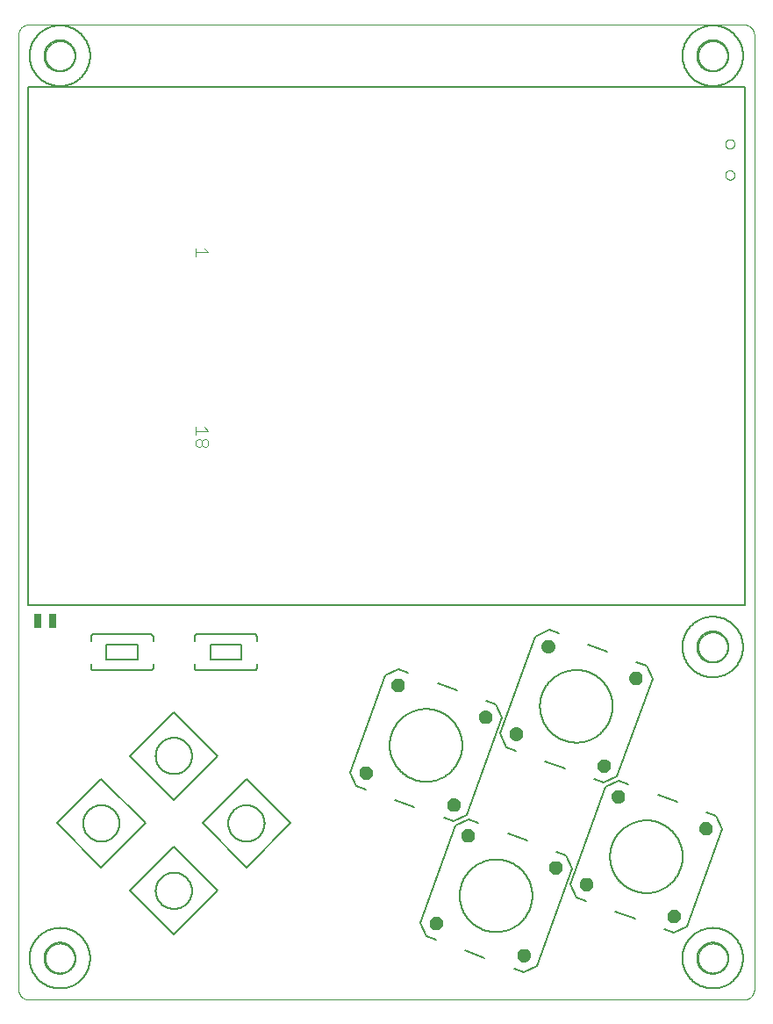
<source format=gto>
G75*
%MOIN*%
%OFA0B0*%
%FSLAX25Y25*%
%IPPOS*%
%LPD*%
%AMOC8*
5,1,8,0,0,1.08239X$1,22.5*
%
%ADD10C,0.00000*%
%ADD11R,0.08803X0.00339*%
%ADD12R,0.11173X0.00339*%
%ADD13R,0.11850X0.00339*%
%ADD14R,0.12189X0.00339*%
%ADD15R,0.11512X0.00339*%
%ADD16R,0.12528X0.00339*%
%ADD17R,0.03047X0.00339*%
%ADD18R,0.15575X0.00339*%
%ADD19R,0.16252X0.00339*%
%ADD20R,0.15913X0.00339*%
%ADD21R,0.16929X0.00339*%
%ADD22R,0.03724X0.00339*%
%ADD23R,0.02709X0.00339*%
%ADD24R,0.07787X0.00339*%
%ADD25R,0.05079X0.00339*%
%ADD26R,0.03386X0.00339*%
%ADD27R,0.07110X0.00339*%
%ADD28R,0.01693X0.00339*%
%ADD29R,0.02370X0.00339*%
%ADD30R,0.06772X0.00339*%
%ADD31R,0.01354X0.00339*%
%ADD32R,0.10835X0.00339*%
%ADD33R,0.02031X0.00339*%
%ADD34R,0.00339X0.00339*%
%ADD35R,0.04402X0.00339*%
%ADD36R,0.05417X0.00339*%
%ADD37R,0.04063X0.00339*%
%ADD38R,0.00677X0.00339*%
%ADD39R,0.01016X0.00339*%
%ADD40R,0.10157X0.00339*%
%ADD41R,0.10496X0.00339*%
%ADD42R,0.09819X0.00339*%
%ADD43R,0.04740X0.00339*%
%ADD44R,0.16591X0.00339*%
%ADD45R,0.06094X0.00339*%
%ADD46R,0.19299X0.00339*%
%ADD47R,0.13205X0.00339*%
%ADD48R,0.05756X0.00339*%
%ADD49R,0.07449X0.00339*%
%ADD50R,0.13543X0.00339*%
%ADD51R,0.09142X0.00339*%
%ADD52R,0.21669X0.00339*%
%ADD53R,0.14898X0.00339*%
%ADD54R,0.06433X0.00339*%
%ADD55R,0.02559X0.05512*%
%ADD56C,0.00400*%
%ADD57C,0.00500*%
%ADD58C,0.00800*%
%ADD59C,0.02756*%
%ADD60C,0.00600*%
D10*
X0003248Y0005437D02*
X0003248Y0367642D01*
X0003250Y0367766D01*
X0003256Y0367889D01*
X0003265Y0368013D01*
X0003279Y0368135D01*
X0003296Y0368258D01*
X0003318Y0368380D01*
X0003343Y0368501D01*
X0003372Y0368621D01*
X0003404Y0368740D01*
X0003441Y0368859D01*
X0003481Y0368976D01*
X0003524Y0369091D01*
X0003572Y0369206D01*
X0003623Y0369318D01*
X0003677Y0369429D01*
X0003735Y0369539D01*
X0003796Y0369646D01*
X0003861Y0369752D01*
X0003929Y0369855D01*
X0004000Y0369956D01*
X0004074Y0370055D01*
X0004151Y0370152D01*
X0004232Y0370246D01*
X0004315Y0370337D01*
X0004401Y0370426D01*
X0004490Y0370512D01*
X0004581Y0370595D01*
X0004675Y0370676D01*
X0004772Y0370753D01*
X0004871Y0370827D01*
X0004972Y0370898D01*
X0005075Y0370966D01*
X0005181Y0371031D01*
X0005288Y0371092D01*
X0005398Y0371150D01*
X0005509Y0371204D01*
X0005621Y0371255D01*
X0005736Y0371303D01*
X0005851Y0371346D01*
X0005968Y0371386D01*
X0006087Y0371423D01*
X0006206Y0371455D01*
X0006326Y0371484D01*
X0006447Y0371509D01*
X0006569Y0371531D01*
X0006692Y0371548D01*
X0006814Y0371562D01*
X0006938Y0371571D01*
X0007061Y0371577D01*
X0007185Y0371579D01*
X0278839Y0371579D01*
X0278963Y0371577D01*
X0279086Y0371571D01*
X0279210Y0371562D01*
X0279332Y0371548D01*
X0279455Y0371531D01*
X0279577Y0371509D01*
X0279698Y0371484D01*
X0279818Y0371455D01*
X0279937Y0371423D01*
X0280056Y0371386D01*
X0280173Y0371346D01*
X0280288Y0371303D01*
X0280403Y0371255D01*
X0280515Y0371204D01*
X0280626Y0371150D01*
X0280736Y0371092D01*
X0280843Y0371031D01*
X0280949Y0370966D01*
X0281052Y0370898D01*
X0281153Y0370827D01*
X0281252Y0370753D01*
X0281349Y0370676D01*
X0281443Y0370595D01*
X0281534Y0370512D01*
X0281623Y0370426D01*
X0281709Y0370337D01*
X0281792Y0370246D01*
X0281873Y0370152D01*
X0281950Y0370055D01*
X0282024Y0369956D01*
X0282095Y0369855D01*
X0282163Y0369752D01*
X0282228Y0369646D01*
X0282289Y0369539D01*
X0282347Y0369429D01*
X0282401Y0369318D01*
X0282452Y0369206D01*
X0282500Y0369091D01*
X0282543Y0368976D01*
X0282583Y0368859D01*
X0282620Y0368740D01*
X0282652Y0368621D01*
X0282681Y0368501D01*
X0282706Y0368380D01*
X0282728Y0368258D01*
X0282745Y0368135D01*
X0282759Y0368013D01*
X0282768Y0367889D01*
X0282774Y0367766D01*
X0282776Y0367642D01*
X0282776Y0005437D01*
X0282774Y0005313D01*
X0282768Y0005190D01*
X0282759Y0005066D01*
X0282745Y0004944D01*
X0282728Y0004821D01*
X0282706Y0004699D01*
X0282681Y0004578D01*
X0282652Y0004458D01*
X0282620Y0004339D01*
X0282583Y0004220D01*
X0282543Y0004103D01*
X0282500Y0003988D01*
X0282452Y0003873D01*
X0282401Y0003761D01*
X0282347Y0003650D01*
X0282289Y0003540D01*
X0282228Y0003433D01*
X0282163Y0003327D01*
X0282095Y0003224D01*
X0282024Y0003123D01*
X0281950Y0003024D01*
X0281873Y0002927D01*
X0281792Y0002833D01*
X0281709Y0002742D01*
X0281623Y0002653D01*
X0281534Y0002567D01*
X0281443Y0002484D01*
X0281349Y0002403D01*
X0281252Y0002326D01*
X0281153Y0002252D01*
X0281052Y0002181D01*
X0280949Y0002113D01*
X0280843Y0002048D01*
X0280736Y0001987D01*
X0280626Y0001929D01*
X0280515Y0001875D01*
X0280403Y0001824D01*
X0280288Y0001776D01*
X0280173Y0001733D01*
X0280056Y0001693D01*
X0279937Y0001656D01*
X0279818Y0001624D01*
X0279698Y0001595D01*
X0279577Y0001570D01*
X0279455Y0001548D01*
X0279332Y0001531D01*
X0279210Y0001517D01*
X0279086Y0001508D01*
X0278963Y0001502D01*
X0278839Y0001500D01*
X0007185Y0001500D01*
X0007061Y0001502D01*
X0006938Y0001508D01*
X0006814Y0001517D01*
X0006692Y0001531D01*
X0006569Y0001548D01*
X0006447Y0001570D01*
X0006326Y0001595D01*
X0006206Y0001624D01*
X0006087Y0001656D01*
X0005968Y0001693D01*
X0005851Y0001733D01*
X0005736Y0001776D01*
X0005621Y0001824D01*
X0005509Y0001875D01*
X0005398Y0001929D01*
X0005288Y0001987D01*
X0005181Y0002048D01*
X0005075Y0002113D01*
X0004972Y0002181D01*
X0004871Y0002252D01*
X0004772Y0002326D01*
X0004675Y0002403D01*
X0004581Y0002484D01*
X0004490Y0002567D01*
X0004401Y0002653D01*
X0004315Y0002742D01*
X0004232Y0002833D01*
X0004151Y0002927D01*
X0004074Y0003024D01*
X0004000Y0003123D01*
X0003929Y0003224D01*
X0003861Y0003327D01*
X0003796Y0003433D01*
X0003735Y0003540D01*
X0003677Y0003650D01*
X0003623Y0003761D01*
X0003572Y0003873D01*
X0003524Y0003988D01*
X0003481Y0004103D01*
X0003441Y0004220D01*
X0003404Y0004339D01*
X0003372Y0004458D01*
X0003343Y0004578D01*
X0003318Y0004699D01*
X0003296Y0004821D01*
X0003279Y0004944D01*
X0003265Y0005066D01*
X0003256Y0005190D01*
X0003250Y0005313D01*
X0003248Y0005437D01*
X0013484Y0017248D02*
X0013486Y0017396D01*
X0013492Y0017544D01*
X0013502Y0017692D01*
X0013516Y0017839D01*
X0013534Y0017986D01*
X0013555Y0018132D01*
X0013581Y0018278D01*
X0013611Y0018423D01*
X0013644Y0018567D01*
X0013682Y0018710D01*
X0013723Y0018852D01*
X0013768Y0018993D01*
X0013816Y0019133D01*
X0013869Y0019272D01*
X0013925Y0019409D01*
X0013985Y0019544D01*
X0014048Y0019678D01*
X0014115Y0019810D01*
X0014186Y0019940D01*
X0014260Y0020068D01*
X0014337Y0020194D01*
X0014418Y0020318D01*
X0014502Y0020440D01*
X0014589Y0020559D01*
X0014680Y0020676D01*
X0014774Y0020791D01*
X0014870Y0020903D01*
X0014970Y0021013D01*
X0015072Y0021119D01*
X0015178Y0021223D01*
X0015286Y0021324D01*
X0015397Y0021422D01*
X0015510Y0021518D01*
X0015626Y0021610D01*
X0015744Y0021699D01*
X0015865Y0021784D01*
X0015988Y0021867D01*
X0016113Y0021946D01*
X0016240Y0022022D01*
X0016369Y0022094D01*
X0016500Y0022163D01*
X0016633Y0022228D01*
X0016768Y0022289D01*
X0016904Y0022347D01*
X0017041Y0022402D01*
X0017180Y0022452D01*
X0017321Y0022499D01*
X0017462Y0022542D01*
X0017605Y0022582D01*
X0017749Y0022617D01*
X0017893Y0022649D01*
X0018039Y0022676D01*
X0018185Y0022700D01*
X0018332Y0022720D01*
X0018479Y0022736D01*
X0018626Y0022748D01*
X0018774Y0022756D01*
X0018922Y0022760D01*
X0019070Y0022760D01*
X0019218Y0022756D01*
X0019366Y0022748D01*
X0019513Y0022736D01*
X0019660Y0022720D01*
X0019807Y0022700D01*
X0019953Y0022676D01*
X0020099Y0022649D01*
X0020243Y0022617D01*
X0020387Y0022582D01*
X0020530Y0022542D01*
X0020671Y0022499D01*
X0020812Y0022452D01*
X0020951Y0022402D01*
X0021088Y0022347D01*
X0021224Y0022289D01*
X0021359Y0022228D01*
X0021492Y0022163D01*
X0021623Y0022094D01*
X0021752Y0022022D01*
X0021879Y0021946D01*
X0022004Y0021867D01*
X0022127Y0021784D01*
X0022248Y0021699D01*
X0022366Y0021610D01*
X0022482Y0021518D01*
X0022595Y0021422D01*
X0022706Y0021324D01*
X0022814Y0021223D01*
X0022920Y0021119D01*
X0023022Y0021013D01*
X0023122Y0020903D01*
X0023218Y0020791D01*
X0023312Y0020676D01*
X0023403Y0020559D01*
X0023490Y0020440D01*
X0023574Y0020318D01*
X0023655Y0020194D01*
X0023732Y0020068D01*
X0023806Y0019940D01*
X0023877Y0019810D01*
X0023944Y0019678D01*
X0024007Y0019544D01*
X0024067Y0019409D01*
X0024123Y0019272D01*
X0024176Y0019133D01*
X0024224Y0018993D01*
X0024269Y0018852D01*
X0024310Y0018710D01*
X0024348Y0018567D01*
X0024381Y0018423D01*
X0024411Y0018278D01*
X0024437Y0018132D01*
X0024458Y0017986D01*
X0024476Y0017839D01*
X0024490Y0017692D01*
X0024500Y0017544D01*
X0024506Y0017396D01*
X0024508Y0017248D01*
X0024506Y0017100D01*
X0024500Y0016952D01*
X0024490Y0016804D01*
X0024476Y0016657D01*
X0024458Y0016510D01*
X0024437Y0016364D01*
X0024411Y0016218D01*
X0024381Y0016073D01*
X0024348Y0015929D01*
X0024310Y0015786D01*
X0024269Y0015644D01*
X0024224Y0015503D01*
X0024176Y0015363D01*
X0024123Y0015224D01*
X0024067Y0015087D01*
X0024007Y0014952D01*
X0023944Y0014818D01*
X0023877Y0014686D01*
X0023806Y0014556D01*
X0023732Y0014428D01*
X0023655Y0014302D01*
X0023574Y0014178D01*
X0023490Y0014056D01*
X0023403Y0013937D01*
X0023312Y0013820D01*
X0023218Y0013705D01*
X0023122Y0013593D01*
X0023022Y0013483D01*
X0022920Y0013377D01*
X0022814Y0013273D01*
X0022706Y0013172D01*
X0022595Y0013074D01*
X0022482Y0012978D01*
X0022366Y0012886D01*
X0022248Y0012797D01*
X0022127Y0012712D01*
X0022004Y0012629D01*
X0021879Y0012550D01*
X0021752Y0012474D01*
X0021623Y0012402D01*
X0021492Y0012333D01*
X0021359Y0012268D01*
X0021224Y0012207D01*
X0021088Y0012149D01*
X0020951Y0012094D01*
X0020812Y0012044D01*
X0020671Y0011997D01*
X0020530Y0011954D01*
X0020387Y0011914D01*
X0020243Y0011879D01*
X0020099Y0011847D01*
X0019953Y0011820D01*
X0019807Y0011796D01*
X0019660Y0011776D01*
X0019513Y0011760D01*
X0019366Y0011748D01*
X0019218Y0011740D01*
X0019070Y0011736D01*
X0018922Y0011736D01*
X0018774Y0011740D01*
X0018626Y0011748D01*
X0018479Y0011760D01*
X0018332Y0011776D01*
X0018185Y0011796D01*
X0018039Y0011820D01*
X0017893Y0011847D01*
X0017749Y0011879D01*
X0017605Y0011914D01*
X0017462Y0011954D01*
X0017321Y0011997D01*
X0017180Y0012044D01*
X0017041Y0012094D01*
X0016904Y0012149D01*
X0016768Y0012207D01*
X0016633Y0012268D01*
X0016500Y0012333D01*
X0016369Y0012402D01*
X0016240Y0012474D01*
X0016113Y0012550D01*
X0015988Y0012629D01*
X0015865Y0012712D01*
X0015744Y0012797D01*
X0015626Y0012886D01*
X0015510Y0012978D01*
X0015397Y0013074D01*
X0015286Y0013172D01*
X0015178Y0013273D01*
X0015072Y0013377D01*
X0014970Y0013483D01*
X0014870Y0013593D01*
X0014774Y0013705D01*
X0014680Y0013820D01*
X0014589Y0013937D01*
X0014502Y0014056D01*
X0014418Y0014178D01*
X0014337Y0014302D01*
X0014260Y0014428D01*
X0014186Y0014556D01*
X0014115Y0014686D01*
X0014048Y0014818D01*
X0013985Y0014952D01*
X0013925Y0015087D01*
X0013869Y0015224D01*
X0013816Y0015363D01*
X0013768Y0015503D01*
X0013723Y0015644D01*
X0013682Y0015786D01*
X0013644Y0015929D01*
X0013611Y0016073D01*
X0013581Y0016218D01*
X0013555Y0016364D01*
X0013534Y0016510D01*
X0013516Y0016657D01*
X0013502Y0016804D01*
X0013492Y0016952D01*
X0013486Y0017100D01*
X0013484Y0017248D01*
X0261516Y0017248D02*
X0261518Y0017396D01*
X0261524Y0017544D01*
X0261534Y0017692D01*
X0261548Y0017839D01*
X0261566Y0017986D01*
X0261587Y0018132D01*
X0261613Y0018278D01*
X0261643Y0018423D01*
X0261676Y0018567D01*
X0261714Y0018710D01*
X0261755Y0018852D01*
X0261800Y0018993D01*
X0261848Y0019133D01*
X0261901Y0019272D01*
X0261957Y0019409D01*
X0262017Y0019544D01*
X0262080Y0019678D01*
X0262147Y0019810D01*
X0262218Y0019940D01*
X0262292Y0020068D01*
X0262369Y0020194D01*
X0262450Y0020318D01*
X0262534Y0020440D01*
X0262621Y0020559D01*
X0262712Y0020676D01*
X0262806Y0020791D01*
X0262902Y0020903D01*
X0263002Y0021013D01*
X0263104Y0021119D01*
X0263210Y0021223D01*
X0263318Y0021324D01*
X0263429Y0021422D01*
X0263542Y0021518D01*
X0263658Y0021610D01*
X0263776Y0021699D01*
X0263897Y0021784D01*
X0264020Y0021867D01*
X0264145Y0021946D01*
X0264272Y0022022D01*
X0264401Y0022094D01*
X0264532Y0022163D01*
X0264665Y0022228D01*
X0264800Y0022289D01*
X0264936Y0022347D01*
X0265073Y0022402D01*
X0265212Y0022452D01*
X0265353Y0022499D01*
X0265494Y0022542D01*
X0265637Y0022582D01*
X0265781Y0022617D01*
X0265925Y0022649D01*
X0266071Y0022676D01*
X0266217Y0022700D01*
X0266364Y0022720D01*
X0266511Y0022736D01*
X0266658Y0022748D01*
X0266806Y0022756D01*
X0266954Y0022760D01*
X0267102Y0022760D01*
X0267250Y0022756D01*
X0267398Y0022748D01*
X0267545Y0022736D01*
X0267692Y0022720D01*
X0267839Y0022700D01*
X0267985Y0022676D01*
X0268131Y0022649D01*
X0268275Y0022617D01*
X0268419Y0022582D01*
X0268562Y0022542D01*
X0268703Y0022499D01*
X0268844Y0022452D01*
X0268983Y0022402D01*
X0269120Y0022347D01*
X0269256Y0022289D01*
X0269391Y0022228D01*
X0269524Y0022163D01*
X0269655Y0022094D01*
X0269784Y0022022D01*
X0269911Y0021946D01*
X0270036Y0021867D01*
X0270159Y0021784D01*
X0270280Y0021699D01*
X0270398Y0021610D01*
X0270514Y0021518D01*
X0270627Y0021422D01*
X0270738Y0021324D01*
X0270846Y0021223D01*
X0270952Y0021119D01*
X0271054Y0021013D01*
X0271154Y0020903D01*
X0271250Y0020791D01*
X0271344Y0020676D01*
X0271435Y0020559D01*
X0271522Y0020440D01*
X0271606Y0020318D01*
X0271687Y0020194D01*
X0271764Y0020068D01*
X0271838Y0019940D01*
X0271909Y0019810D01*
X0271976Y0019678D01*
X0272039Y0019544D01*
X0272099Y0019409D01*
X0272155Y0019272D01*
X0272208Y0019133D01*
X0272256Y0018993D01*
X0272301Y0018852D01*
X0272342Y0018710D01*
X0272380Y0018567D01*
X0272413Y0018423D01*
X0272443Y0018278D01*
X0272469Y0018132D01*
X0272490Y0017986D01*
X0272508Y0017839D01*
X0272522Y0017692D01*
X0272532Y0017544D01*
X0272538Y0017396D01*
X0272540Y0017248D01*
X0272538Y0017100D01*
X0272532Y0016952D01*
X0272522Y0016804D01*
X0272508Y0016657D01*
X0272490Y0016510D01*
X0272469Y0016364D01*
X0272443Y0016218D01*
X0272413Y0016073D01*
X0272380Y0015929D01*
X0272342Y0015786D01*
X0272301Y0015644D01*
X0272256Y0015503D01*
X0272208Y0015363D01*
X0272155Y0015224D01*
X0272099Y0015087D01*
X0272039Y0014952D01*
X0271976Y0014818D01*
X0271909Y0014686D01*
X0271838Y0014556D01*
X0271764Y0014428D01*
X0271687Y0014302D01*
X0271606Y0014178D01*
X0271522Y0014056D01*
X0271435Y0013937D01*
X0271344Y0013820D01*
X0271250Y0013705D01*
X0271154Y0013593D01*
X0271054Y0013483D01*
X0270952Y0013377D01*
X0270846Y0013273D01*
X0270738Y0013172D01*
X0270627Y0013074D01*
X0270514Y0012978D01*
X0270398Y0012886D01*
X0270280Y0012797D01*
X0270159Y0012712D01*
X0270036Y0012629D01*
X0269911Y0012550D01*
X0269784Y0012474D01*
X0269655Y0012402D01*
X0269524Y0012333D01*
X0269391Y0012268D01*
X0269256Y0012207D01*
X0269120Y0012149D01*
X0268983Y0012094D01*
X0268844Y0012044D01*
X0268703Y0011997D01*
X0268562Y0011954D01*
X0268419Y0011914D01*
X0268275Y0011879D01*
X0268131Y0011847D01*
X0267985Y0011820D01*
X0267839Y0011796D01*
X0267692Y0011776D01*
X0267545Y0011760D01*
X0267398Y0011748D01*
X0267250Y0011740D01*
X0267102Y0011736D01*
X0266954Y0011736D01*
X0266806Y0011740D01*
X0266658Y0011748D01*
X0266511Y0011760D01*
X0266364Y0011776D01*
X0266217Y0011796D01*
X0266071Y0011820D01*
X0265925Y0011847D01*
X0265781Y0011879D01*
X0265637Y0011914D01*
X0265494Y0011954D01*
X0265353Y0011997D01*
X0265212Y0012044D01*
X0265073Y0012094D01*
X0264936Y0012149D01*
X0264800Y0012207D01*
X0264665Y0012268D01*
X0264532Y0012333D01*
X0264401Y0012402D01*
X0264272Y0012474D01*
X0264145Y0012550D01*
X0264020Y0012629D01*
X0263897Y0012712D01*
X0263776Y0012797D01*
X0263658Y0012886D01*
X0263542Y0012978D01*
X0263429Y0013074D01*
X0263318Y0013172D01*
X0263210Y0013273D01*
X0263104Y0013377D01*
X0263002Y0013483D01*
X0262902Y0013593D01*
X0262806Y0013705D01*
X0262712Y0013820D01*
X0262621Y0013937D01*
X0262534Y0014056D01*
X0262450Y0014178D01*
X0262369Y0014302D01*
X0262292Y0014428D01*
X0262218Y0014556D01*
X0262147Y0014686D01*
X0262080Y0014818D01*
X0262017Y0014952D01*
X0261957Y0015087D01*
X0261901Y0015224D01*
X0261848Y0015363D01*
X0261800Y0015503D01*
X0261755Y0015644D01*
X0261714Y0015786D01*
X0261676Y0015929D01*
X0261643Y0016073D01*
X0261613Y0016218D01*
X0261587Y0016364D01*
X0261566Y0016510D01*
X0261548Y0016657D01*
X0261534Y0016804D01*
X0261524Y0016952D01*
X0261518Y0017100D01*
X0261516Y0017248D01*
X0261516Y0135358D02*
X0261518Y0135506D01*
X0261524Y0135654D01*
X0261534Y0135802D01*
X0261548Y0135949D01*
X0261566Y0136096D01*
X0261587Y0136242D01*
X0261613Y0136388D01*
X0261643Y0136533D01*
X0261676Y0136677D01*
X0261714Y0136820D01*
X0261755Y0136962D01*
X0261800Y0137103D01*
X0261848Y0137243D01*
X0261901Y0137382D01*
X0261957Y0137519D01*
X0262017Y0137654D01*
X0262080Y0137788D01*
X0262147Y0137920D01*
X0262218Y0138050D01*
X0262292Y0138178D01*
X0262369Y0138304D01*
X0262450Y0138428D01*
X0262534Y0138550D01*
X0262621Y0138669D01*
X0262712Y0138786D01*
X0262806Y0138901D01*
X0262902Y0139013D01*
X0263002Y0139123D01*
X0263104Y0139229D01*
X0263210Y0139333D01*
X0263318Y0139434D01*
X0263429Y0139532D01*
X0263542Y0139628D01*
X0263658Y0139720D01*
X0263776Y0139809D01*
X0263897Y0139894D01*
X0264020Y0139977D01*
X0264145Y0140056D01*
X0264272Y0140132D01*
X0264401Y0140204D01*
X0264532Y0140273D01*
X0264665Y0140338D01*
X0264800Y0140399D01*
X0264936Y0140457D01*
X0265073Y0140512D01*
X0265212Y0140562D01*
X0265353Y0140609D01*
X0265494Y0140652D01*
X0265637Y0140692D01*
X0265781Y0140727D01*
X0265925Y0140759D01*
X0266071Y0140786D01*
X0266217Y0140810D01*
X0266364Y0140830D01*
X0266511Y0140846D01*
X0266658Y0140858D01*
X0266806Y0140866D01*
X0266954Y0140870D01*
X0267102Y0140870D01*
X0267250Y0140866D01*
X0267398Y0140858D01*
X0267545Y0140846D01*
X0267692Y0140830D01*
X0267839Y0140810D01*
X0267985Y0140786D01*
X0268131Y0140759D01*
X0268275Y0140727D01*
X0268419Y0140692D01*
X0268562Y0140652D01*
X0268703Y0140609D01*
X0268844Y0140562D01*
X0268983Y0140512D01*
X0269120Y0140457D01*
X0269256Y0140399D01*
X0269391Y0140338D01*
X0269524Y0140273D01*
X0269655Y0140204D01*
X0269784Y0140132D01*
X0269911Y0140056D01*
X0270036Y0139977D01*
X0270159Y0139894D01*
X0270280Y0139809D01*
X0270398Y0139720D01*
X0270514Y0139628D01*
X0270627Y0139532D01*
X0270738Y0139434D01*
X0270846Y0139333D01*
X0270952Y0139229D01*
X0271054Y0139123D01*
X0271154Y0139013D01*
X0271250Y0138901D01*
X0271344Y0138786D01*
X0271435Y0138669D01*
X0271522Y0138550D01*
X0271606Y0138428D01*
X0271687Y0138304D01*
X0271764Y0138178D01*
X0271838Y0138050D01*
X0271909Y0137920D01*
X0271976Y0137788D01*
X0272039Y0137654D01*
X0272099Y0137519D01*
X0272155Y0137382D01*
X0272208Y0137243D01*
X0272256Y0137103D01*
X0272301Y0136962D01*
X0272342Y0136820D01*
X0272380Y0136677D01*
X0272413Y0136533D01*
X0272443Y0136388D01*
X0272469Y0136242D01*
X0272490Y0136096D01*
X0272508Y0135949D01*
X0272522Y0135802D01*
X0272532Y0135654D01*
X0272538Y0135506D01*
X0272540Y0135358D01*
X0272538Y0135210D01*
X0272532Y0135062D01*
X0272522Y0134914D01*
X0272508Y0134767D01*
X0272490Y0134620D01*
X0272469Y0134474D01*
X0272443Y0134328D01*
X0272413Y0134183D01*
X0272380Y0134039D01*
X0272342Y0133896D01*
X0272301Y0133754D01*
X0272256Y0133613D01*
X0272208Y0133473D01*
X0272155Y0133334D01*
X0272099Y0133197D01*
X0272039Y0133062D01*
X0271976Y0132928D01*
X0271909Y0132796D01*
X0271838Y0132666D01*
X0271764Y0132538D01*
X0271687Y0132412D01*
X0271606Y0132288D01*
X0271522Y0132166D01*
X0271435Y0132047D01*
X0271344Y0131930D01*
X0271250Y0131815D01*
X0271154Y0131703D01*
X0271054Y0131593D01*
X0270952Y0131487D01*
X0270846Y0131383D01*
X0270738Y0131282D01*
X0270627Y0131184D01*
X0270514Y0131088D01*
X0270398Y0130996D01*
X0270280Y0130907D01*
X0270159Y0130822D01*
X0270036Y0130739D01*
X0269911Y0130660D01*
X0269784Y0130584D01*
X0269655Y0130512D01*
X0269524Y0130443D01*
X0269391Y0130378D01*
X0269256Y0130317D01*
X0269120Y0130259D01*
X0268983Y0130204D01*
X0268844Y0130154D01*
X0268703Y0130107D01*
X0268562Y0130064D01*
X0268419Y0130024D01*
X0268275Y0129989D01*
X0268131Y0129957D01*
X0267985Y0129930D01*
X0267839Y0129906D01*
X0267692Y0129886D01*
X0267545Y0129870D01*
X0267398Y0129858D01*
X0267250Y0129850D01*
X0267102Y0129846D01*
X0266954Y0129846D01*
X0266806Y0129850D01*
X0266658Y0129858D01*
X0266511Y0129870D01*
X0266364Y0129886D01*
X0266217Y0129906D01*
X0266071Y0129930D01*
X0265925Y0129957D01*
X0265781Y0129989D01*
X0265637Y0130024D01*
X0265494Y0130064D01*
X0265353Y0130107D01*
X0265212Y0130154D01*
X0265073Y0130204D01*
X0264936Y0130259D01*
X0264800Y0130317D01*
X0264665Y0130378D01*
X0264532Y0130443D01*
X0264401Y0130512D01*
X0264272Y0130584D01*
X0264145Y0130660D01*
X0264020Y0130739D01*
X0263897Y0130822D01*
X0263776Y0130907D01*
X0263658Y0130996D01*
X0263542Y0131088D01*
X0263429Y0131184D01*
X0263318Y0131282D01*
X0263210Y0131383D01*
X0263104Y0131487D01*
X0263002Y0131593D01*
X0262902Y0131703D01*
X0262806Y0131815D01*
X0262712Y0131930D01*
X0262621Y0132047D01*
X0262534Y0132166D01*
X0262450Y0132288D01*
X0262369Y0132412D01*
X0262292Y0132538D01*
X0262218Y0132666D01*
X0262147Y0132796D01*
X0262080Y0132928D01*
X0262017Y0133062D01*
X0261957Y0133197D01*
X0261901Y0133334D01*
X0261848Y0133473D01*
X0261800Y0133613D01*
X0261755Y0133754D01*
X0261714Y0133896D01*
X0261676Y0134039D01*
X0261643Y0134183D01*
X0261613Y0134328D01*
X0261587Y0134474D01*
X0261566Y0134620D01*
X0261548Y0134767D01*
X0261534Y0134914D01*
X0261524Y0135062D01*
X0261518Y0135210D01*
X0261516Y0135358D01*
X0271752Y0314492D02*
X0271754Y0314576D01*
X0271760Y0314659D01*
X0271770Y0314742D01*
X0271784Y0314825D01*
X0271801Y0314907D01*
X0271823Y0314988D01*
X0271848Y0315067D01*
X0271877Y0315146D01*
X0271910Y0315223D01*
X0271946Y0315298D01*
X0271986Y0315372D01*
X0272029Y0315444D01*
X0272076Y0315513D01*
X0272126Y0315580D01*
X0272179Y0315645D01*
X0272235Y0315707D01*
X0272293Y0315767D01*
X0272355Y0315824D01*
X0272419Y0315877D01*
X0272486Y0315928D01*
X0272555Y0315975D01*
X0272626Y0316020D01*
X0272699Y0316060D01*
X0272774Y0316097D01*
X0272851Y0316131D01*
X0272929Y0316161D01*
X0273008Y0316187D01*
X0273089Y0316210D01*
X0273171Y0316228D01*
X0273253Y0316243D01*
X0273336Y0316254D01*
X0273419Y0316261D01*
X0273503Y0316264D01*
X0273587Y0316263D01*
X0273670Y0316258D01*
X0273754Y0316249D01*
X0273836Y0316236D01*
X0273918Y0316220D01*
X0273999Y0316199D01*
X0274080Y0316175D01*
X0274158Y0316147D01*
X0274236Y0316115D01*
X0274312Y0316079D01*
X0274386Y0316040D01*
X0274458Y0315998D01*
X0274528Y0315952D01*
X0274596Y0315903D01*
X0274661Y0315851D01*
X0274724Y0315796D01*
X0274784Y0315738D01*
X0274842Y0315677D01*
X0274896Y0315613D01*
X0274948Y0315547D01*
X0274996Y0315479D01*
X0275041Y0315408D01*
X0275082Y0315335D01*
X0275121Y0315261D01*
X0275155Y0315185D01*
X0275186Y0315107D01*
X0275213Y0315028D01*
X0275237Y0314947D01*
X0275256Y0314866D01*
X0275272Y0314784D01*
X0275284Y0314701D01*
X0275292Y0314617D01*
X0275296Y0314534D01*
X0275296Y0314450D01*
X0275292Y0314367D01*
X0275284Y0314283D01*
X0275272Y0314200D01*
X0275256Y0314118D01*
X0275237Y0314037D01*
X0275213Y0313956D01*
X0275186Y0313877D01*
X0275155Y0313799D01*
X0275121Y0313723D01*
X0275082Y0313649D01*
X0275041Y0313576D01*
X0274996Y0313505D01*
X0274948Y0313437D01*
X0274896Y0313371D01*
X0274842Y0313307D01*
X0274784Y0313246D01*
X0274724Y0313188D01*
X0274661Y0313133D01*
X0274596Y0313081D01*
X0274528Y0313032D01*
X0274458Y0312986D01*
X0274386Y0312944D01*
X0274312Y0312905D01*
X0274236Y0312869D01*
X0274158Y0312837D01*
X0274080Y0312809D01*
X0273999Y0312785D01*
X0273918Y0312764D01*
X0273836Y0312748D01*
X0273754Y0312735D01*
X0273670Y0312726D01*
X0273587Y0312721D01*
X0273503Y0312720D01*
X0273419Y0312723D01*
X0273336Y0312730D01*
X0273253Y0312741D01*
X0273171Y0312756D01*
X0273089Y0312774D01*
X0273008Y0312797D01*
X0272929Y0312823D01*
X0272851Y0312853D01*
X0272774Y0312887D01*
X0272699Y0312924D01*
X0272626Y0312964D01*
X0272555Y0313009D01*
X0272486Y0313056D01*
X0272419Y0313107D01*
X0272355Y0313160D01*
X0272293Y0313217D01*
X0272235Y0313277D01*
X0272179Y0313339D01*
X0272126Y0313404D01*
X0272076Y0313471D01*
X0272029Y0313540D01*
X0271986Y0313612D01*
X0271946Y0313686D01*
X0271910Y0313761D01*
X0271877Y0313838D01*
X0271848Y0313917D01*
X0271823Y0313996D01*
X0271801Y0314077D01*
X0271784Y0314159D01*
X0271770Y0314242D01*
X0271760Y0314325D01*
X0271754Y0314408D01*
X0271752Y0314492D01*
X0271752Y0326303D02*
X0271754Y0326387D01*
X0271760Y0326470D01*
X0271770Y0326553D01*
X0271784Y0326636D01*
X0271801Y0326718D01*
X0271823Y0326799D01*
X0271848Y0326878D01*
X0271877Y0326957D01*
X0271910Y0327034D01*
X0271946Y0327109D01*
X0271986Y0327183D01*
X0272029Y0327255D01*
X0272076Y0327324D01*
X0272126Y0327391D01*
X0272179Y0327456D01*
X0272235Y0327518D01*
X0272293Y0327578D01*
X0272355Y0327635D01*
X0272419Y0327688D01*
X0272486Y0327739D01*
X0272555Y0327786D01*
X0272626Y0327831D01*
X0272699Y0327871D01*
X0272774Y0327908D01*
X0272851Y0327942D01*
X0272929Y0327972D01*
X0273008Y0327998D01*
X0273089Y0328021D01*
X0273171Y0328039D01*
X0273253Y0328054D01*
X0273336Y0328065D01*
X0273419Y0328072D01*
X0273503Y0328075D01*
X0273587Y0328074D01*
X0273670Y0328069D01*
X0273754Y0328060D01*
X0273836Y0328047D01*
X0273918Y0328031D01*
X0273999Y0328010D01*
X0274080Y0327986D01*
X0274158Y0327958D01*
X0274236Y0327926D01*
X0274312Y0327890D01*
X0274386Y0327851D01*
X0274458Y0327809D01*
X0274528Y0327763D01*
X0274596Y0327714D01*
X0274661Y0327662D01*
X0274724Y0327607D01*
X0274784Y0327549D01*
X0274842Y0327488D01*
X0274896Y0327424D01*
X0274948Y0327358D01*
X0274996Y0327290D01*
X0275041Y0327219D01*
X0275082Y0327146D01*
X0275121Y0327072D01*
X0275155Y0326996D01*
X0275186Y0326918D01*
X0275213Y0326839D01*
X0275237Y0326758D01*
X0275256Y0326677D01*
X0275272Y0326595D01*
X0275284Y0326512D01*
X0275292Y0326428D01*
X0275296Y0326345D01*
X0275296Y0326261D01*
X0275292Y0326178D01*
X0275284Y0326094D01*
X0275272Y0326011D01*
X0275256Y0325929D01*
X0275237Y0325848D01*
X0275213Y0325767D01*
X0275186Y0325688D01*
X0275155Y0325610D01*
X0275121Y0325534D01*
X0275082Y0325460D01*
X0275041Y0325387D01*
X0274996Y0325316D01*
X0274948Y0325248D01*
X0274896Y0325182D01*
X0274842Y0325118D01*
X0274784Y0325057D01*
X0274724Y0324999D01*
X0274661Y0324944D01*
X0274596Y0324892D01*
X0274528Y0324843D01*
X0274458Y0324797D01*
X0274386Y0324755D01*
X0274312Y0324716D01*
X0274236Y0324680D01*
X0274158Y0324648D01*
X0274080Y0324620D01*
X0273999Y0324596D01*
X0273918Y0324575D01*
X0273836Y0324559D01*
X0273754Y0324546D01*
X0273670Y0324537D01*
X0273587Y0324532D01*
X0273503Y0324531D01*
X0273419Y0324534D01*
X0273336Y0324541D01*
X0273253Y0324552D01*
X0273171Y0324567D01*
X0273089Y0324585D01*
X0273008Y0324608D01*
X0272929Y0324634D01*
X0272851Y0324664D01*
X0272774Y0324698D01*
X0272699Y0324735D01*
X0272626Y0324775D01*
X0272555Y0324820D01*
X0272486Y0324867D01*
X0272419Y0324918D01*
X0272355Y0324971D01*
X0272293Y0325028D01*
X0272235Y0325088D01*
X0272179Y0325150D01*
X0272126Y0325215D01*
X0272076Y0325282D01*
X0272029Y0325351D01*
X0271986Y0325423D01*
X0271946Y0325497D01*
X0271910Y0325572D01*
X0271877Y0325649D01*
X0271848Y0325728D01*
X0271823Y0325807D01*
X0271801Y0325888D01*
X0271784Y0325970D01*
X0271770Y0326053D01*
X0271760Y0326136D01*
X0271754Y0326219D01*
X0271752Y0326303D01*
X0261516Y0359768D02*
X0261518Y0359916D01*
X0261524Y0360064D01*
X0261534Y0360212D01*
X0261548Y0360359D01*
X0261566Y0360506D01*
X0261587Y0360652D01*
X0261613Y0360798D01*
X0261643Y0360943D01*
X0261676Y0361087D01*
X0261714Y0361230D01*
X0261755Y0361372D01*
X0261800Y0361513D01*
X0261848Y0361653D01*
X0261901Y0361792D01*
X0261957Y0361929D01*
X0262017Y0362064D01*
X0262080Y0362198D01*
X0262147Y0362330D01*
X0262218Y0362460D01*
X0262292Y0362588D01*
X0262369Y0362714D01*
X0262450Y0362838D01*
X0262534Y0362960D01*
X0262621Y0363079D01*
X0262712Y0363196D01*
X0262806Y0363311D01*
X0262902Y0363423D01*
X0263002Y0363533D01*
X0263104Y0363639D01*
X0263210Y0363743D01*
X0263318Y0363844D01*
X0263429Y0363942D01*
X0263542Y0364038D01*
X0263658Y0364130D01*
X0263776Y0364219D01*
X0263897Y0364304D01*
X0264020Y0364387D01*
X0264145Y0364466D01*
X0264272Y0364542D01*
X0264401Y0364614D01*
X0264532Y0364683D01*
X0264665Y0364748D01*
X0264800Y0364809D01*
X0264936Y0364867D01*
X0265073Y0364922D01*
X0265212Y0364972D01*
X0265353Y0365019D01*
X0265494Y0365062D01*
X0265637Y0365102D01*
X0265781Y0365137D01*
X0265925Y0365169D01*
X0266071Y0365196D01*
X0266217Y0365220D01*
X0266364Y0365240D01*
X0266511Y0365256D01*
X0266658Y0365268D01*
X0266806Y0365276D01*
X0266954Y0365280D01*
X0267102Y0365280D01*
X0267250Y0365276D01*
X0267398Y0365268D01*
X0267545Y0365256D01*
X0267692Y0365240D01*
X0267839Y0365220D01*
X0267985Y0365196D01*
X0268131Y0365169D01*
X0268275Y0365137D01*
X0268419Y0365102D01*
X0268562Y0365062D01*
X0268703Y0365019D01*
X0268844Y0364972D01*
X0268983Y0364922D01*
X0269120Y0364867D01*
X0269256Y0364809D01*
X0269391Y0364748D01*
X0269524Y0364683D01*
X0269655Y0364614D01*
X0269784Y0364542D01*
X0269911Y0364466D01*
X0270036Y0364387D01*
X0270159Y0364304D01*
X0270280Y0364219D01*
X0270398Y0364130D01*
X0270514Y0364038D01*
X0270627Y0363942D01*
X0270738Y0363844D01*
X0270846Y0363743D01*
X0270952Y0363639D01*
X0271054Y0363533D01*
X0271154Y0363423D01*
X0271250Y0363311D01*
X0271344Y0363196D01*
X0271435Y0363079D01*
X0271522Y0362960D01*
X0271606Y0362838D01*
X0271687Y0362714D01*
X0271764Y0362588D01*
X0271838Y0362460D01*
X0271909Y0362330D01*
X0271976Y0362198D01*
X0272039Y0362064D01*
X0272099Y0361929D01*
X0272155Y0361792D01*
X0272208Y0361653D01*
X0272256Y0361513D01*
X0272301Y0361372D01*
X0272342Y0361230D01*
X0272380Y0361087D01*
X0272413Y0360943D01*
X0272443Y0360798D01*
X0272469Y0360652D01*
X0272490Y0360506D01*
X0272508Y0360359D01*
X0272522Y0360212D01*
X0272532Y0360064D01*
X0272538Y0359916D01*
X0272540Y0359768D01*
X0272538Y0359620D01*
X0272532Y0359472D01*
X0272522Y0359324D01*
X0272508Y0359177D01*
X0272490Y0359030D01*
X0272469Y0358884D01*
X0272443Y0358738D01*
X0272413Y0358593D01*
X0272380Y0358449D01*
X0272342Y0358306D01*
X0272301Y0358164D01*
X0272256Y0358023D01*
X0272208Y0357883D01*
X0272155Y0357744D01*
X0272099Y0357607D01*
X0272039Y0357472D01*
X0271976Y0357338D01*
X0271909Y0357206D01*
X0271838Y0357076D01*
X0271764Y0356948D01*
X0271687Y0356822D01*
X0271606Y0356698D01*
X0271522Y0356576D01*
X0271435Y0356457D01*
X0271344Y0356340D01*
X0271250Y0356225D01*
X0271154Y0356113D01*
X0271054Y0356003D01*
X0270952Y0355897D01*
X0270846Y0355793D01*
X0270738Y0355692D01*
X0270627Y0355594D01*
X0270514Y0355498D01*
X0270398Y0355406D01*
X0270280Y0355317D01*
X0270159Y0355232D01*
X0270036Y0355149D01*
X0269911Y0355070D01*
X0269784Y0354994D01*
X0269655Y0354922D01*
X0269524Y0354853D01*
X0269391Y0354788D01*
X0269256Y0354727D01*
X0269120Y0354669D01*
X0268983Y0354614D01*
X0268844Y0354564D01*
X0268703Y0354517D01*
X0268562Y0354474D01*
X0268419Y0354434D01*
X0268275Y0354399D01*
X0268131Y0354367D01*
X0267985Y0354340D01*
X0267839Y0354316D01*
X0267692Y0354296D01*
X0267545Y0354280D01*
X0267398Y0354268D01*
X0267250Y0354260D01*
X0267102Y0354256D01*
X0266954Y0354256D01*
X0266806Y0354260D01*
X0266658Y0354268D01*
X0266511Y0354280D01*
X0266364Y0354296D01*
X0266217Y0354316D01*
X0266071Y0354340D01*
X0265925Y0354367D01*
X0265781Y0354399D01*
X0265637Y0354434D01*
X0265494Y0354474D01*
X0265353Y0354517D01*
X0265212Y0354564D01*
X0265073Y0354614D01*
X0264936Y0354669D01*
X0264800Y0354727D01*
X0264665Y0354788D01*
X0264532Y0354853D01*
X0264401Y0354922D01*
X0264272Y0354994D01*
X0264145Y0355070D01*
X0264020Y0355149D01*
X0263897Y0355232D01*
X0263776Y0355317D01*
X0263658Y0355406D01*
X0263542Y0355498D01*
X0263429Y0355594D01*
X0263318Y0355692D01*
X0263210Y0355793D01*
X0263104Y0355897D01*
X0263002Y0356003D01*
X0262902Y0356113D01*
X0262806Y0356225D01*
X0262712Y0356340D01*
X0262621Y0356457D01*
X0262534Y0356576D01*
X0262450Y0356698D01*
X0262369Y0356822D01*
X0262292Y0356948D01*
X0262218Y0357076D01*
X0262147Y0357206D01*
X0262080Y0357338D01*
X0262017Y0357472D01*
X0261957Y0357607D01*
X0261901Y0357744D01*
X0261848Y0357883D01*
X0261800Y0358023D01*
X0261755Y0358164D01*
X0261714Y0358306D01*
X0261676Y0358449D01*
X0261643Y0358593D01*
X0261613Y0358738D01*
X0261587Y0358884D01*
X0261566Y0359030D01*
X0261548Y0359177D01*
X0261534Y0359324D01*
X0261524Y0359472D01*
X0261518Y0359620D01*
X0261516Y0359768D01*
X0013484Y0359768D02*
X0013486Y0359916D01*
X0013492Y0360064D01*
X0013502Y0360212D01*
X0013516Y0360359D01*
X0013534Y0360506D01*
X0013555Y0360652D01*
X0013581Y0360798D01*
X0013611Y0360943D01*
X0013644Y0361087D01*
X0013682Y0361230D01*
X0013723Y0361372D01*
X0013768Y0361513D01*
X0013816Y0361653D01*
X0013869Y0361792D01*
X0013925Y0361929D01*
X0013985Y0362064D01*
X0014048Y0362198D01*
X0014115Y0362330D01*
X0014186Y0362460D01*
X0014260Y0362588D01*
X0014337Y0362714D01*
X0014418Y0362838D01*
X0014502Y0362960D01*
X0014589Y0363079D01*
X0014680Y0363196D01*
X0014774Y0363311D01*
X0014870Y0363423D01*
X0014970Y0363533D01*
X0015072Y0363639D01*
X0015178Y0363743D01*
X0015286Y0363844D01*
X0015397Y0363942D01*
X0015510Y0364038D01*
X0015626Y0364130D01*
X0015744Y0364219D01*
X0015865Y0364304D01*
X0015988Y0364387D01*
X0016113Y0364466D01*
X0016240Y0364542D01*
X0016369Y0364614D01*
X0016500Y0364683D01*
X0016633Y0364748D01*
X0016768Y0364809D01*
X0016904Y0364867D01*
X0017041Y0364922D01*
X0017180Y0364972D01*
X0017321Y0365019D01*
X0017462Y0365062D01*
X0017605Y0365102D01*
X0017749Y0365137D01*
X0017893Y0365169D01*
X0018039Y0365196D01*
X0018185Y0365220D01*
X0018332Y0365240D01*
X0018479Y0365256D01*
X0018626Y0365268D01*
X0018774Y0365276D01*
X0018922Y0365280D01*
X0019070Y0365280D01*
X0019218Y0365276D01*
X0019366Y0365268D01*
X0019513Y0365256D01*
X0019660Y0365240D01*
X0019807Y0365220D01*
X0019953Y0365196D01*
X0020099Y0365169D01*
X0020243Y0365137D01*
X0020387Y0365102D01*
X0020530Y0365062D01*
X0020671Y0365019D01*
X0020812Y0364972D01*
X0020951Y0364922D01*
X0021088Y0364867D01*
X0021224Y0364809D01*
X0021359Y0364748D01*
X0021492Y0364683D01*
X0021623Y0364614D01*
X0021752Y0364542D01*
X0021879Y0364466D01*
X0022004Y0364387D01*
X0022127Y0364304D01*
X0022248Y0364219D01*
X0022366Y0364130D01*
X0022482Y0364038D01*
X0022595Y0363942D01*
X0022706Y0363844D01*
X0022814Y0363743D01*
X0022920Y0363639D01*
X0023022Y0363533D01*
X0023122Y0363423D01*
X0023218Y0363311D01*
X0023312Y0363196D01*
X0023403Y0363079D01*
X0023490Y0362960D01*
X0023574Y0362838D01*
X0023655Y0362714D01*
X0023732Y0362588D01*
X0023806Y0362460D01*
X0023877Y0362330D01*
X0023944Y0362198D01*
X0024007Y0362064D01*
X0024067Y0361929D01*
X0024123Y0361792D01*
X0024176Y0361653D01*
X0024224Y0361513D01*
X0024269Y0361372D01*
X0024310Y0361230D01*
X0024348Y0361087D01*
X0024381Y0360943D01*
X0024411Y0360798D01*
X0024437Y0360652D01*
X0024458Y0360506D01*
X0024476Y0360359D01*
X0024490Y0360212D01*
X0024500Y0360064D01*
X0024506Y0359916D01*
X0024508Y0359768D01*
X0024506Y0359620D01*
X0024500Y0359472D01*
X0024490Y0359324D01*
X0024476Y0359177D01*
X0024458Y0359030D01*
X0024437Y0358884D01*
X0024411Y0358738D01*
X0024381Y0358593D01*
X0024348Y0358449D01*
X0024310Y0358306D01*
X0024269Y0358164D01*
X0024224Y0358023D01*
X0024176Y0357883D01*
X0024123Y0357744D01*
X0024067Y0357607D01*
X0024007Y0357472D01*
X0023944Y0357338D01*
X0023877Y0357206D01*
X0023806Y0357076D01*
X0023732Y0356948D01*
X0023655Y0356822D01*
X0023574Y0356698D01*
X0023490Y0356576D01*
X0023403Y0356457D01*
X0023312Y0356340D01*
X0023218Y0356225D01*
X0023122Y0356113D01*
X0023022Y0356003D01*
X0022920Y0355897D01*
X0022814Y0355793D01*
X0022706Y0355692D01*
X0022595Y0355594D01*
X0022482Y0355498D01*
X0022366Y0355406D01*
X0022248Y0355317D01*
X0022127Y0355232D01*
X0022004Y0355149D01*
X0021879Y0355070D01*
X0021752Y0354994D01*
X0021623Y0354922D01*
X0021492Y0354853D01*
X0021359Y0354788D01*
X0021224Y0354727D01*
X0021088Y0354669D01*
X0020951Y0354614D01*
X0020812Y0354564D01*
X0020671Y0354517D01*
X0020530Y0354474D01*
X0020387Y0354434D01*
X0020243Y0354399D01*
X0020099Y0354367D01*
X0019953Y0354340D01*
X0019807Y0354316D01*
X0019660Y0354296D01*
X0019513Y0354280D01*
X0019366Y0354268D01*
X0019218Y0354260D01*
X0019070Y0354256D01*
X0018922Y0354256D01*
X0018774Y0354260D01*
X0018626Y0354268D01*
X0018479Y0354280D01*
X0018332Y0354296D01*
X0018185Y0354316D01*
X0018039Y0354340D01*
X0017893Y0354367D01*
X0017749Y0354399D01*
X0017605Y0354434D01*
X0017462Y0354474D01*
X0017321Y0354517D01*
X0017180Y0354564D01*
X0017041Y0354614D01*
X0016904Y0354669D01*
X0016768Y0354727D01*
X0016633Y0354788D01*
X0016500Y0354853D01*
X0016369Y0354922D01*
X0016240Y0354994D01*
X0016113Y0355070D01*
X0015988Y0355149D01*
X0015865Y0355232D01*
X0015744Y0355317D01*
X0015626Y0355406D01*
X0015510Y0355498D01*
X0015397Y0355594D01*
X0015286Y0355692D01*
X0015178Y0355793D01*
X0015072Y0355897D01*
X0014970Y0356003D01*
X0014870Y0356113D01*
X0014774Y0356225D01*
X0014680Y0356340D01*
X0014589Y0356457D01*
X0014502Y0356576D01*
X0014418Y0356698D01*
X0014337Y0356822D01*
X0014260Y0356948D01*
X0014186Y0357076D01*
X0014115Y0357206D01*
X0014048Y0357338D01*
X0013985Y0357472D01*
X0013925Y0357607D01*
X0013869Y0357744D01*
X0013816Y0357883D01*
X0013768Y0358023D01*
X0013723Y0358164D01*
X0013682Y0358306D01*
X0013644Y0358449D01*
X0013611Y0358593D01*
X0013581Y0358738D01*
X0013555Y0358884D01*
X0013534Y0359030D01*
X0013516Y0359177D01*
X0013502Y0359324D01*
X0013492Y0359472D01*
X0013486Y0359620D01*
X0013484Y0359768D01*
D11*
X0146638Y0256114D03*
X0146638Y0255776D03*
X0146638Y0255437D03*
X0146638Y0255098D03*
X0278685Y0003870D03*
X0278685Y0003531D03*
X0278685Y0003193D03*
X0278685Y0002854D03*
X0278685Y0002516D03*
X0278685Y0002177D03*
D12*
X0122091Y0044839D03*
X0115996Y0002854D03*
X0115996Y0002516D03*
D13*
X0134280Y0002516D03*
D14*
X0134110Y0002854D03*
X0125307Y0007256D03*
X0125307Y0007594D03*
D15*
X0115827Y0003193D03*
X0122260Y0044161D03*
X0122260Y0044500D03*
D16*
X0134280Y0003193D03*
D17*
X0141390Y0004886D03*
X0141051Y0019106D03*
X0140374Y0019445D03*
X0140713Y0028248D03*
X0137665Y0030618D03*
X0133264Y0033327D03*
X0134280Y0040098D03*
X0133941Y0040437D03*
X0114642Y0026217D03*
X0114642Y0025878D03*
X0111933Y0024185D03*
X0112610Y0033665D03*
X0111933Y0040776D03*
X0111933Y0041114D03*
X0099406Y0057028D03*
X0108209Y0065831D03*
X0108209Y0071587D03*
X0099406Y0080390D03*
X0090264Y0089531D03*
X0081461Y0098335D03*
X0071642Y0108154D03*
X0062161Y0101382D03*
X0044555Y0094949D03*
X0044555Y0094272D03*
X0039815Y0096303D03*
X0039476Y0095965D03*
X0039138Y0095626D03*
X0038799Y0095287D03*
X0038461Y0094949D03*
X0038122Y0094610D03*
X0037783Y0094272D03*
X0037445Y0093933D03*
X0037106Y0093594D03*
X0036768Y0093256D03*
X0036429Y0092917D03*
X0036091Y0092579D03*
X0035075Y0091563D03*
X0039476Y0097319D03*
X0026272Y0067524D03*
X0017130Y0065154D03*
X0017130Y0072264D03*
X0026949Y0055335D03*
X0036091Y0046193D03*
X0044894Y0037390D03*
X0054035Y0028248D03*
X0063516Y0021138D03*
X0072319Y0029941D03*
X0081461Y0039083D03*
X0090264Y0047886D03*
X0104823Y0010980D03*
X0104823Y0010642D03*
X0107531Y0008949D03*
X0109224Y0004886D03*
X0104823Y0003870D03*
X0104823Y0003531D03*
X0171862Y0007933D03*
X0175925Y0013012D03*
X0200642Y0080390D03*
X0202335Y0084791D03*
X0206398Y0084114D03*
X0229083Y0026894D03*
X0091957Y0147429D03*
X0077736Y0147429D03*
X0072657Y0144382D03*
X0055051Y0147429D03*
X0044894Y0146075D03*
X0035413Y0146075D03*
X0031012Y0144382D03*
X0094327Y0251035D03*
X0094327Y0253067D03*
X0087217Y0257807D03*
X0087217Y0258146D03*
X0087217Y0258484D03*
X0087217Y0258823D03*
X0087217Y0259161D03*
X0108886Y0251713D03*
X0110240Y0252051D03*
X0110240Y0252390D03*
X0110240Y0252728D03*
X0110240Y0253067D03*
X0132248Y0242571D03*
X0138343Y0243925D03*
X0138343Y0244264D03*
X0136650Y0250358D03*
X0136650Y0250697D03*
X0136650Y0251035D03*
X0136650Y0251374D03*
X0136650Y0251713D03*
X0136650Y0252051D03*
X0136650Y0252390D03*
X0136650Y0252728D03*
X0136650Y0253067D03*
X0136650Y0253406D03*
X0136650Y0253744D03*
X0136650Y0254083D03*
X0136650Y0254421D03*
X0136650Y0254760D03*
X0136650Y0255098D03*
X0136650Y0255437D03*
X0136650Y0255776D03*
X0136650Y0256114D03*
X0136650Y0256453D03*
X0136650Y0256791D03*
X0136650Y0257130D03*
X0136650Y0257469D03*
X0136650Y0257807D03*
X0136650Y0258146D03*
X0136650Y0258484D03*
X0136650Y0258823D03*
X0136650Y0259161D03*
X0143760Y0258484D03*
X0143760Y0257469D03*
X0143760Y0256791D03*
X0143760Y0254760D03*
X0143421Y0251035D03*
X0159673Y0251035D03*
X0159673Y0250697D03*
X0159673Y0250358D03*
X0159673Y0251374D03*
X0159673Y0251713D03*
X0159673Y0252051D03*
X0159673Y0252390D03*
X0159673Y0252728D03*
X0159673Y0253067D03*
X0159673Y0253406D03*
X0159673Y0253744D03*
X0159673Y0254083D03*
X0159673Y0254421D03*
X0159673Y0254760D03*
X0159673Y0255098D03*
X0159673Y0255437D03*
X0159673Y0255776D03*
X0159673Y0256114D03*
X0159673Y0256453D03*
X0159673Y0256791D03*
X0159673Y0257130D03*
X0159673Y0257469D03*
X0159673Y0257807D03*
X0159673Y0258146D03*
X0159673Y0258484D03*
X0159673Y0258823D03*
X0159673Y0259161D03*
X0179311Y0243587D03*
X0179311Y0243248D03*
X0189807Y0253406D03*
X0189807Y0254083D03*
X0191161Y0253067D03*
X0191161Y0252728D03*
X0191161Y0252390D03*
X0191161Y0252051D03*
X0189807Y0256114D03*
X0189807Y0256791D03*
X0189807Y0257807D03*
X0191161Y0258146D03*
X0191161Y0258484D03*
X0191161Y0258823D03*
X0191161Y0259161D03*
X0197256Y0259161D03*
X0197256Y0258823D03*
X0197256Y0258484D03*
X0197256Y0258146D03*
X0197256Y0253067D03*
X0197256Y0252728D03*
X0197256Y0252390D03*
X0197256Y0252051D03*
X0207075Y0253067D03*
X0208768Y0253406D03*
X0208768Y0253744D03*
X0208768Y0254083D03*
X0208768Y0254421D03*
X0208768Y0254760D03*
X0208768Y0255098D03*
X0208768Y0255437D03*
X0208768Y0255776D03*
X0208768Y0256114D03*
X0208768Y0256453D03*
X0208768Y0256791D03*
X0208768Y0257130D03*
X0208768Y0257469D03*
X0208768Y0257807D03*
X0207413Y0258823D03*
X0165091Y0353626D03*
X0165091Y0355996D03*
X0166783Y0361413D03*
X0177957Y0361752D03*
X0177957Y0366831D03*
X0149177Y0361075D03*
X0142744Y0355996D03*
X0135972Y0355996D03*
X0135972Y0353626D03*
D18*
X0269205Y0138287D03*
X0269205Y0137949D03*
X0269205Y0137610D03*
X0269205Y0137272D03*
X0269205Y0136933D03*
X0269205Y0136594D03*
X0269205Y0136256D03*
X0122260Y0036035D03*
X0116504Y0003531D03*
D19*
X0133772Y0003531D03*
X0123953Y0027909D03*
X0263449Y0335681D03*
X0263449Y0336020D03*
X0263449Y0336358D03*
X0263449Y0343130D03*
X0263449Y0343469D03*
D20*
X0121752Y0043823D03*
X0121752Y0043484D03*
X0110240Y0009965D03*
X0110240Y0009626D03*
X0116335Y0003870D03*
D21*
X0133772Y0003870D03*
X0123953Y0027232D03*
X0123953Y0027571D03*
X0122260Y0035358D03*
X0038291Y0275075D03*
X0038291Y0275413D03*
X0038291Y0275752D03*
X0038291Y0276091D03*
X0038291Y0276429D03*
X0038291Y0276768D03*
X0038291Y0277106D03*
X0038291Y0277445D03*
X0038291Y0277783D03*
X0038291Y0278122D03*
X0034906Y0285232D03*
X0034906Y0285571D03*
X0034906Y0285909D03*
X0034906Y0286248D03*
X0034906Y0286587D03*
X0034906Y0286925D03*
X0034906Y0287264D03*
X0034906Y0287602D03*
X0034906Y0287941D03*
X0034906Y0288280D03*
D22*
X0117689Y0364799D03*
X0147823Y0351594D03*
X0150193Y0363106D03*
X0171185Y0363445D03*
X0259217Y0341437D03*
X0165429Y0240878D03*
X0163398Y0241894D03*
X0173217Y0151492D03*
X0188453Y0151492D03*
X0203689Y0151492D03*
X0208429Y0151492D03*
X0217232Y0151492D03*
X0222311Y0151492D03*
X0228744Y0151492D03*
X0237547Y0151492D03*
X0274791Y0151492D03*
X0281224Y0148783D03*
X0281224Y0148445D03*
X0281224Y0148106D03*
X0281224Y0147768D03*
X0281224Y0147429D03*
X0281224Y0147091D03*
X0281224Y0146752D03*
X0281224Y0114925D03*
X0281224Y0114587D03*
X0281224Y0114248D03*
X0281224Y0113909D03*
X0281224Y0113571D03*
X0281224Y0113232D03*
X0281224Y0112894D03*
X0281224Y0094272D03*
X0281224Y0093933D03*
X0281224Y0093594D03*
X0281224Y0093256D03*
X0281224Y0092917D03*
X0281224Y0092579D03*
X0281224Y0092240D03*
X0281224Y0076327D03*
X0281224Y0075988D03*
X0281224Y0075650D03*
X0281224Y0075311D03*
X0281224Y0074972D03*
X0281224Y0074634D03*
X0281224Y0074295D03*
X0281224Y0073957D03*
X0281224Y0055335D03*
X0281224Y0054996D03*
X0281224Y0054657D03*
X0281224Y0054319D03*
X0281224Y0053980D03*
X0281224Y0053642D03*
X0281224Y0053303D03*
X0281224Y0032311D03*
X0281224Y0031972D03*
X0281224Y0031634D03*
X0281224Y0031295D03*
X0281224Y0030957D03*
X0281224Y0030618D03*
X0281224Y0030280D03*
X0281224Y0029941D03*
X0281224Y0024524D03*
X0281224Y0024185D03*
X0281224Y0023846D03*
X0281224Y0023508D03*
X0281224Y0023169D03*
X0281224Y0022831D03*
X0281224Y0022492D03*
X0281224Y0022154D03*
X0232130Y0023508D03*
X0228406Y0024524D03*
X0172201Y0010980D03*
X0135972Y0031634D03*
X0133602Y0026217D03*
X0129201Y0026217D03*
X0118705Y0026217D03*
X0110240Y0032650D03*
X0114642Y0042469D03*
X0115319Y0043146D03*
X0099744Y0057705D03*
X0108547Y0066508D03*
X0108547Y0070909D03*
X0099744Y0079713D03*
X0090602Y0088854D03*
X0081799Y0097657D03*
X0071642Y0106122D03*
X0071980Y0107476D03*
X0061823Y0100705D03*
X0062839Y0099350D03*
X0062500Y0096980D03*
X0053697Y0092240D03*
X0054035Y0090547D03*
X0053697Y0088177D03*
X0044894Y0081406D03*
X0044555Y0079035D03*
X0035752Y0070232D03*
X0026949Y0063461D03*
X0026610Y0061091D03*
X0026610Y0056012D03*
X0035752Y0046870D03*
X0044555Y0038067D03*
X0053697Y0028925D03*
X0063854Y0021815D03*
X0072657Y0030618D03*
X0081799Y0039760D03*
X0090602Y0048563D03*
X0109563Y0019106D03*
X0104823Y0010303D03*
X0104823Y0004209D03*
X0034736Y0090886D03*
X0016791Y0071587D03*
X0016791Y0065831D03*
X0035752Y0144043D03*
X0035752Y0144382D03*
X0035752Y0147429D03*
X0040492Y0144382D03*
X0040492Y0144043D03*
X0045232Y0144043D03*
X0045232Y0144382D03*
X0045232Y0147429D03*
X0082138Y0145398D03*
X0082138Y0145059D03*
X0115657Y0151492D03*
X0129201Y0151492D03*
X0142744Y0151492D03*
D23*
X0090094Y0089870D03*
X0090094Y0088177D03*
X0090094Y0087839D03*
X0090094Y0087500D03*
X0090094Y0087161D03*
X0090094Y0086823D03*
X0090094Y0086484D03*
X0090094Y0086146D03*
X0090094Y0085807D03*
X0090094Y0085469D03*
X0090094Y0085130D03*
X0090094Y0084791D03*
X0090094Y0084453D03*
X0090094Y0084114D03*
X0090094Y0083776D03*
X0090094Y0083437D03*
X0090094Y0083098D03*
X0090094Y0082760D03*
X0090094Y0082421D03*
X0090094Y0082083D03*
X0090094Y0081744D03*
X0090094Y0081406D03*
X0090094Y0081067D03*
X0090094Y0080728D03*
X0090094Y0080390D03*
X0090094Y0080051D03*
X0090094Y0079713D03*
X0090094Y0079374D03*
X0090094Y0079035D03*
X0090094Y0078697D03*
X0090094Y0078358D03*
X0090094Y0078020D03*
X0090094Y0077681D03*
X0090094Y0077343D03*
X0090094Y0077004D03*
X0090094Y0076665D03*
X0090094Y0076327D03*
X0090094Y0075988D03*
X0090094Y0075650D03*
X0090094Y0075311D03*
X0090094Y0074972D03*
X0090094Y0074634D03*
X0090094Y0074295D03*
X0090094Y0073957D03*
X0090094Y0073618D03*
X0090094Y0073280D03*
X0090094Y0072941D03*
X0090094Y0072602D03*
X0090094Y0072264D03*
X0090094Y0071925D03*
X0090094Y0071587D03*
X0090094Y0071248D03*
X0090094Y0070909D03*
X0090094Y0070571D03*
X0090094Y0070232D03*
X0090094Y0069894D03*
X0090094Y0069555D03*
X0090094Y0069217D03*
X0090094Y0068878D03*
X0090094Y0068539D03*
X0090094Y0068201D03*
X0090094Y0067862D03*
X0090094Y0067524D03*
X0090094Y0067185D03*
X0090094Y0066846D03*
X0090094Y0066508D03*
X0090094Y0066169D03*
X0090094Y0065831D03*
X0090094Y0065492D03*
X0090094Y0065154D03*
X0090094Y0064815D03*
X0090094Y0064476D03*
X0090094Y0064138D03*
X0090094Y0063799D03*
X0090094Y0063461D03*
X0090094Y0063122D03*
X0090094Y0062783D03*
X0090094Y0062445D03*
X0090094Y0062106D03*
X0090094Y0061768D03*
X0090094Y0061429D03*
X0090094Y0061091D03*
X0090094Y0060752D03*
X0090094Y0060413D03*
X0090094Y0060075D03*
X0090094Y0059736D03*
X0090094Y0059398D03*
X0090094Y0059059D03*
X0090094Y0058720D03*
X0090094Y0058382D03*
X0090094Y0058043D03*
X0090094Y0057705D03*
X0090094Y0057366D03*
X0090094Y0057028D03*
X0090094Y0056689D03*
X0090094Y0056350D03*
X0090094Y0056012D03*
X0090094Y0055673D03*
X0090094Y0055335D03*
X0090094Y0054996D03*
X0090094Y0054657D03*
X0090094Y0054319D03*
X0090094Y0053980D03*
X0090094Y0053642D03*
X0090094Y0053303D03*
X0090094Y0052965D03*
X0090094Y0052626D03*
X0090094Y0052287D03*
X0090094Y0051949D03*
X0090094Y0051610D03*
X0090094Y0051272D03*
X0090094Y0050933D03*
X0090094Y0050594D03*
X0090094Y0050256D03*
X0090094Y0049917D03*
X0090094Y0049579D03*
X0090094Y0049240D03*
X0090094Y0047547D03*
X0081291Y0038744D03*
X0072150Y0038744D03*
X0072150Y0038406D03*
X0072150Y0038067D03*
X0072150Y0037728D03*
X0072150Y0037390D03*
X0072150Y0037051D03*
X0072150Y0036713D03*
X0072150Y0036374D03*
X0072150Y0036035D03*
X0072150Y0035697D03*
X0072150Y0035358D03*
X0072150Y0035020D03*
X0072150Y0034681D03*
X0072150Y0034343D03*
X0072150Y0034004D03*
X0072150Y0033665D03*
X0072150Y0033327D03*
X0072150Y0032988D03*
X0072150Y0032650D03*
X0072150Y0032311D03*
X0072150Y0031972D03*
X0072150Y0031634D03*
X0072150Y0031295D03*
X0072150Y0029602D03*
X0072150Y0039083D03*
X0072150Y0039421D03*
X0072150Y0039760D03*
X0072150Y0040098D03*
X0072150Y0040437D03*
X0072150Y0040776D03*
X0072150Y0041114D03*
X0072150Y0041453D03*
X0072150Y0041791D03*
X0072150Y0042130D03*
X0072150Y0042469D03*
X0072150Y0042807D03*
X0072150Y0043146D03*
X0072150Y0043484D03*
X0072150Y0043823D03*
X0072150Y0044161D03*
X0072150Y0044500D03*
X0072150Y0044839D03*
X0072150Y0045177D03*
X0072150Y0045516D03*
X0072150Y0045854D03*
X0072150Y0046193D03*
X0072150Y0046531D03*
X0072150Y0046870D03*
X0072150Y0047209D03*
X0072150Y0047547D03*
X0072150Y0047886D03*
X0072150Y0048224D03*
X0072150Y0048563D03*
X0072150Y0048902D03*
X0072150Y0049240D03*
X0072150Y0049579D03*
X0072150Y0049917D03*
X0072150Y0050256D03*
X0072150Y0050594D03*
X0072150Y0050933D03*
X0072150Y0051272D03*
X0072150Y0051610D03*
X0072150Y0051949D03*
X0072150Y0052287D03*
X0072150Y0052626D03*
X0072150Y0052965D03*
X0072150Y0053303D03*
X0072150Y0053642D03*
X0072150Y0053980D03*
X0072150Y0054319D03*
X0072150Y0054657D03*
X0072150Y0054996D03*
X0072150Y0055335D03*
X0072150Y0055673D03*
X0072150Y0056012D03*
X0072150Y0056350D03*
X0072150Y0056689D03*
X0072150Y0057028D03*
X0072150Y0057366D03*
X0072150Y0057705D03*
X0072150Y0058043D03*
X0072150Y0058382D03*
X0072150Y0058720D03*
X0072150Y0059059D03*
X0072150Y0059398D03*
X0072150Y0059736D03*
X0072150Y0060075D03*
X0072150Y0060413D03*
X0072150Y0060752D03*
X0072150Y0061091D03*
X0072150Y0061429D03*
X0072150Y0061768D03*
X0072150Y0062106D03*
X0072150Y0062445D03*
X0072150Y0062783D03*
X0072150Y0063122D03*
X0072150Y0063461D03*
X0072150Y0063799D03*
X0072150Y0064138D03*
X0072150Y0064476D03*
X0072150Y0064815D03*
X0072150Y0065154D03*
X0072150Y0065492D03*
X0072150Y0065831D03*
X0072150Y0066169D03*
X0072150Y0066508D03*
X0072150Y0066846D03*
X0072150Y0067185D03*
X0072150Y0067524D03*
X0072150Y0067862D03*
X0072150Y0068201D03*
X0072150Y0068539D03*
X0072150Y0068878D03*
X0072150Y0069217D03*
X0072150Y0069555D03*
X0072150Y0069894D03*
X0072150Y0070232D03*
X0072150Y0070571D03*
X0072150Y0070909D03*
X0072150Y0071248D03*
X0072150Y0071587D03*
X0072150Y0071925D03*
X0072150Y0072264D03*
X0072150Y0072602D03*
X0072150Y0072941D03*
X0072150Y0073280D03*
X0072150Y0073618D03*
X0072150Y0073957D03*
X0072150Y0074295D03*
X0072150Y0074634D03*
X0072150Y0074972D03*
X0072150Y0075311D03*
X0072150Y0075650D03*
X0072150Y0075988D03*
X0072150Y0076327D03*
X0072150Y0076665D03*
X0072150Y0077004D03*
X0072150Y0077343D03*
X0072150Y0077681D03*
X0072150Y0078020D03*
X0072150Y0078358D03*
X0072150Y0078697D03*
X0072150Y0079035D03*
X0072150Y0079374D03*
X0072150Y0079713D03*
X0072150Y0080051D03*
X0072150Y0080390D03*
X0072150Y0080728D03*
X0072150Y0081067D03*
X0072150Y0081406D03*
X0072150Y0081744D03*
X0072150Y0082083D03*
X0072150Y0082421D03*
X0072150Y0082760D03*
X0072150Y0083098D03*
X0072150Y0083437D03*
X0072150Y0083776D03*
X0072150Y0084114D03*
X0072150Y0084453D03*
X0072150Y0084791D03*
X0072150Y0085130D03*
X0072150Y0085469D03*
X0072150Y0085807D03*
X0072150Y0086146D03*
X0072150Y0086484D03*
X0072150Y0086823D03*
X0072150Y0087161D03*
X0072150Y0087500D03*
X0072150Y0087839D03*
X0072150Y0088177D03*
X0072150Y0088516D03*
X0072150Y0088854D03*
X0072150Y0089193D03*
X0072150Y0089531D03*
X0072150Y0089870D03*
X0072150Y0090209D03*
X0072150Y0090547D03*
X0072150Y0090886D03*
X0072150Y0091224D03*
X0072150Y0091563D03*
X0072150Y0091902D03*
X0072150Y0092240D03*
X0072150Y0092579D03*
X0072150Y0092917D03*
X0072150Y0093256D03*
X0072150Y0093594D03*
X0072150Y0093933D03*
X0072150Y0094272D03*
X0072150Y0094610D03*
X0072150Y0094949D03*
X0072150Y0095287D03*
X0072150Y0095626D03*
X0072150Y0095965D03*
X0072150Y0096303D03*
X0072150Y0096642D03*
X0072150Y0096980D03*
X0072150Y0097319D03*
X0072150Y0097657D03*
X0072150Y0097996D03*
X0072150Y0098335D03*
X0072150Y0098673D03*
X0072150Y0099012D03*
X0072150Y0099350D03*
X0072150Y0099689D03*
X0072150Y0100028D03*
X0072150Y0100366D03*
X0072150Y0100705D03*
X0072150Y0101043D03*
X0072150Y0101382D03*
X0072150Y0101720D03*
X0072150Y0102059D03*
X0072150Y0102398D03*
X0072150Y0102736D03*
X0072150Y0103075D03*
X0072150Y0103413D03*
X0072150Y0103752D03*
X0072150Y0104091D03*
X0072150Y0104429D03*
X0072150Y0104768D03*
X0072150Y0105106D03*
X0071472Y0108492D03*
X0081291Y0098673D03*
X0099236Y0080728D03*
X0108039Y0071925D03*
X0108039Y0070232D03*
X0108039Y0069894D03*
X0108039Y0069555D03*
X0108039Y0069217D03*
X0108039Y0068878D03*
X0108039Y0068539D03*
X0108039Y0068201D03*
X0108039Y0067862D03*
X0108039Y0067524D03*
X0108039Y0067185D03*
X0108039Y0065492D03*
X0099236Y0056689D03*
X0112441Y0041453D03*
X0109732Y0039421D03*
X0107024Y0035697D03*
X0109732Y0031634D03*
X0114134Y0025539D03*
X0112441Y0024524D03*
X0111764Y0023846D03*
X0109732Y0022831D03*
X0109732Y0022492D03*
X0109732Y0019783D03*
X0109732Y0019445D03*
X0107024Y0017413D03*
X0107024Y0017075D03*
X0102622Y0009287D03*
X0102622Y0005224D03*
X0108039Y0006917D03*
X0109732Y0004209D03*
X0118535Y0008610D03*
X0124969Y0005902D03*
X0124969Y0005224D03*
X0132079Y0008610D03*
X0129370Y0018429D03*
X0118535Y0018429D03*
X0131063Y0034343D03*
X0133772Y0032650D03*
X0138173Y0036035D03*
X0138173Y0036374D03*
X0138173Y0036713D03*
X0140882Y0027909D03*
X0140882Y0004209D03*
X0171016Y0008272D03*
X0173047Y0014028D03*
X0146976Y0068201D03*
X0139866Y0079374D03*
X0086370Y0145059D03*
X0086370Y0145398D03*
X0072827Y0145736D03*
X0072488Y0146075D03*
X0072827Y0144043D03*
X0062331Y0117634D03*
X0062331Y0115602D03*
X0062331Y0115264D03*
X0062331Y0114925D03*
X0062331Y0114587D03*
X0062331Y0114248D03*
X0062331Y0113909D03*
X0062331Y0113571D03*
X0062331Y0113232D03*
X0062331Y0112894D03*
X0062331Y0112555D03*
X0062331Y0112217D03*
X0062331Y0111878D03*
X0062331Y0111539D03*
X0062331Y0111201D03*
X0062331Y0110862D03*
X0062331Y0110524D03*
X0062331Y0110185D03*
X0062331Y0109846D03*
X0062331Y0109508D03*
X0062331Y0109169D03*
X0062331Y0108831D03*
X0062331Y0108492D03*
X0062331Y0108154D03*
X0062331Y0107815D03*
X0062331Y0107476D03*
X0062331Y0107138D03*
X0062331Y0106799D03*
X0062331Y0106461D03*
X0062331Y0106122D03*
X0062331Y0103075D03*
X0062331Y0101720D03*
X0053866Y0110185D03*
X0044386Y0095287D03*
X0044386Y0093933D03*
X0044386Y0093594D03*
X0044386Y0093256D03*
X0044386Y0092917D03*
X0044386Y0092579D03*
X0044386Y0092240D03*
X0044386Y0091902D03*
X0044386Y0091563D03*
X0044386Y0091224D03*
X0044386Y0090886D03*
X0044386Y0090547D03*
X0044386Y0090209D03*
X0044386Y0089870D03*
X0044386Y0089531D03*
X0044386Y0089193D03*
X0044386Y0088854D03*
X0044386Y0088516D03*
X0044386Y0088177D03*
X0044386Y0087839D03*
X0044386Y0087500D03*
X0044386Y0087161D03*
X0044386Y0086823D03*
X0044386Y0086484D03*
X0044386Y0086146D03*
X0044386Y0085807D03*
X0044386Y0085469D03*
X0044386Y0085130D03*
X0044386Y0084791D03*
X0044386Y0084453D03*
X0044386Y0084114D03*
X0044386Y0083776D03*
X0044386Y0083437D03*
X0044386Y0083098D03*
X0044386Y0082760D03*
X0044386Y0082421D03*
X0054205Y0082421D03*
X0054205Y0082083D03*
X0054205Y0081744D03*
X0054205Y0081406D03*
X0054205Y0081067D03*
X0054205Y0080728D03*
X0054205Y0080390D03*
X0054205Y0080051D03*
X0054205Y0079713D03*
X0054205Y0079374D03*
X0054205Y0079035D03*
X0054205Y0078697D03*
X0054205Y0078358D03*
X0054205Y0078020D03*
X0054205Y0077681D03*
X0054205Y0077343D03*
X0054205Y0077004D03*
X0054205Y0076665D03*
X0054205Y0076327D03*
X0054205Y0075988D03*
X0054205Y0075650D03*
X0054205Y0075311D03*
X0054205Y0074972D03*
X0054205Y0074634D03*
X0054205Y0074295D03*
X0054205Y0073957D03*
X0054205Y0073618D03*
X0054205Y0073280D03*
X0054205Y0072941D03*
X0054205Y0072602D03*
X0054205Y0072264D03*
X0054205Y0071925D03*
X0054205Y0071587D03*
X0054205Y0071248D03*
X0054205Y0070909D03*
X0054205Y0070571D03*
X0054205Y0070232D03*
X0054205Y0069894D03*
X0054205Y0069555D03*
X0054205Y0069217D03*
X0054205Y0068878D03*
X0054205Y0068539D03*
X0054205Y0068201D03*
X0054205Y0067862D03*
X0054205Y0067524D03*
X0054205Y0067185D03*
X0054205Y0066846D03*
X0054205Y0066508D03*
X0054205Y0066169D03*
X0054205Y0065831D03*
X0054205Y0065492D03*
X0054205Y0065154D03*
X0054205Y0064815D03*
X0054205Y0064476D03*
X0054205Y0064138D03*
X0054205Y0063799D03*
X0054205Y0063461D03*
X0054205Y0063122D03*
X0054205Y0062783D03*
X0054205Y0062445D03*
X0054205Y0062106D03*
X0054205Y0061768D03*
X0054205Y0061429D03*
X0054205Y0061091D03*
X0054205Y0060752D03*
X0054205Y0060413D03*
X0054205Y0060075D03*
X0054205Y0059736D03*
X0054205Y0059398D03*
X0054205Y0059059D03*
X0054205Y0058720D03*
X0054205Y0058382D03*
X0054205Y0058043D03*
X0054205Y0057705D03*
X0054205Y0057366D03*
X0054205Y0057028D03*
X0054205Y0056689D03*
X0054205Y0056350D03*
X0054205Y0056012D03*
X0054205Y0055673D03*
X0054205Y0055335D03*
X0054205Y0054996D03*
X0054205Y0054657D03*
X0054205Y0054319D03*
X0054205Y0053980D03*
X0054205Y0053642D03*
X0054205Y0053303D03*
X0054205Y0052965D03*
X0054205Y0052626D03*
X0054205Y0052287D03*
X0054205Y0051949D03*
X0054205Y0051610D03*
X0054205Y0051272D03*
X0054205Y0050933D03*
X0054205Y0050594D03*
X0054205Y0050256D03*
X0054205Y0049917D03*
X0054205Y0049579D03*
X0054205Y0049240D03*
X0054205Y0048902D03*
X0054205Y0048563D03*
X0054205Y0048224D03*
X0054205Y0047886D03*
X0054205Y0047547D03*
X0054205Y0047209D03*
X0054205Y0046870D03*
X0054205Y0046531D03*
X0054205Y0046193D03*
X0054205Y0045854D03*
X0054205Y0045516D03*
X0054205Y0045177D03*
X0054205Y0044839D03*
X0054205Y0044500D03*
X0054205Y0044161D03*
X0054205Y0043823D03*
X0054205Y0043484D03*
X0054205Y0043146D03*
X0054205Y0042807D03*
X0054205Y0042469D03*
X0054205Y0042130D03*
X0054205Y0041791D03*
X0054205Y0041453D03*
X0054205Y0041114D03*
X0054205Y0040776D03*
X0054205Y0040437D03*
X0054205Y0040098D03*
X0054205Y0039760D03*
X0054205Y0039421D03*
X0054205Y0039083D03*
X0054205Y0038744D03*
X0054205Y0038406D03*
X0054205Y0038067D03*
X0054205Y0037728D03*
X0054205Y0037390D03*
X0054205Y0037051D03*
X0054205Y0036713D03*
X0054205Y0036374D03*
X0054205Y0036035D03*
X0054205Y0035697D03*
X0054205Y0035358D03*
X0054205Y0035020D03*
X0054205Y0034681D03*
X0054205Y0034343D03*
X0054205Y0034004D03*
X0054205Y0033665D03*
X0054205Y0033327D03*
X0054205Y0032988D03*
X0054205Y0032650D03*
X0054205Y0032311D03*
X0054205Y0031972D03*
X0054205Y0031634D03*
X0054205Y0031295D03*
X0054205Y0030957D03*
X0054205Y0030618D03*
X0054205Y0030280D03*
X0054205Y0029941D03*
X0054205Y0029602D03*
X0054205Y0027909D03*
X0062331Y0019783D03*
X0063346Y0020799D03*
X0045063Y0037051D03*
X0036260Y0045854D03*
X0036260Y0047547D03*
X0036260Y0047886D03*
X0036260Y0048224D03*
X0036260Y0048563D03*
X0036260Y0048902D03*
X0036260Y0049240D03*
X0036260Y0049579D03*
X0036260Y0049917D03*
X0036260Y0050256D03*
X0036260Y0050594D03*
X0036260Y0050933D03*
X0036260Y0051272D03*
X0036260Y0051610D03*
X0036260Y0051949D03*
X0036260Y0052287D03*
X0036260Y0052626D03*
X0036260Y0052965D03*
X0036260Y0053303D03*
X0036260Y0053642D03*
X0036260Y0053980D03*
X0036260Y0054319D03*
X0036260Y0054657D03*
X0036260Y0054996D03*
X0036260Y0055335D03*
X0036260Y0055673D03*
X0036260Y0056012D03*
X0036260Y0056350D03*
X0036260Y0056689D03*
X0036260Y0057028D03*
X0036260Y0057366D03*
X0036260Y0057705D03*
X0036260Y0058043D03*
X0036260Y0058382D03*
X0036260Y0058720D03*
X0036260Y0059059D03*
X0036260Y0059398D03*
X0036260Y0059736D03*
X0036260Y0060075D03*
X0036260Y0060413D03*
X0036260Y0060752D03*
X0036260Y0061091D03*
X0036260Y0061429D03*
X0036260Y0061768D03*
X0036260Y0062106D03*
X0036260Y0062445D03*
X0036260Y0062783D03*
X0036260Y0063122D03*
X0036260Y0063461D03*
X0036260Y0063799D03*
X0036260Y0064138D03*
X0036260Y0064476D03*
X0036260Y0064815D03*
X0036260Y0065154D03*
X0036260Y0065492D03*
X0036260Y0065831D03*
X0036260Y0066169D03*
X0036260Y0066508D03*
X0036260Y0066846D03*
X0036260Y0067185D03*
X0036260Y0067524D03*
X0036260Y0067862D03*
X0036260Y0068201D03*
X0036260Y0068539D03*
X0036260Y0068878D03*
X0036260Y0069217D03*
X0026441Y0067185D03*
X0026441Y0066846D03*
X0026441Y0066508D03*
X0026441Y0066169D03*
X0026441Y0065831D03*
X0026441Y0065492D03*
X0026441Y0065154D03*
X0026441Y0064815D03*
X0026441Y0064476D03*
X0023055Y0059059D03*
X0027118Y0054996D03*
X0017299Y0064815D03*
X0017299Y0072602D03*
X0032197Y0093256D03*
X0035244Y0089193D03*
X0035244Y0088516D03*
X0035244Y0087500D03*
X0039646Y0096980D03*
X0027795Y0094610D03*
X0054205Y0087161D03*
X0054205Y0086823D03*
X0054205Y0086484D03*
X0054205Y0086146D03*
X0054205Y0085807D03*
X0054205Y0085469D03*
X0054205Y0085130D03*
X0054205Y0084791D03*
X0054205Y0084453D03*
X0054205Y0084114D03*
X0054205Y0083776D03*
X0054205Y0083437D03*
X0054205Y0083098D03*
X0054205Y0082760D03*
X0031181Y0144043D03*
X0031181Y0145736D03*
X0030843Y0146075D03*
X0094157Y0250358D03*
X0094157Y0250697D03*
X0094157Y0251374D03*
X0094157Y0251713D03*
X0094157Y0252051D03*
X0094157Y0252390D03*
X0094157Y0252728D03*
X0102622Y0258146D03*
X0102622Y0258484D03*
X0102622Y0258823D03*
X0102622Y0259161D03*
X0079598Y0259161D03*
X0079598Y0258823D03*
X0079598Y0258484D03*
X0079598Y0258146D03*
X0143591Y0258146D03*
X0143591Y0257807D03*
X0143591Y0257130D03*
X0143591Y0256453D03*
X0143591Y0254421D03*
X0143591Y0254083D03*
X0143591Y0253744D03*
X0143591Y0253406D03*
X0143591Y0253067D03*
X0143591Y0252728D03*
X0143591Y0252390D03*
X0143591Y0252051D03*
X0143591Y0251713D03*
X0143591Y0251374D03*
X0143591Y0250697D03*
X0143591Y0250358D03*
X0143929Y0243925D03*
X0143591Y0258823D03*
X0143591Y0259161D03*
X0160520Y0243587D03*
X0178126Y0252051D03*
X0178126Y0252390D03*
X0178126Y0252728D03*
X0178126Y0253067D03*
X0178126Y0253406D03*
X0178126Y0253744D03*
X0178126Y0254083D03*
X0178126Y0254421D03*
X0178126Y0254760D03*
X0178126Y0255098D03*
X0178126Y0255437D03*
X0178126Y0255776D03*
X0178126Y0256114D03*
X0178126Y0256453D03*
X0178126Y0256791D03*
X0178126Y0257130D03*
X0178126Y0257469D03*
X0178126Y0257807D03*
X0178126Y0258146D03*
X0178126Y0258484D03*
X0178126Y0258823D03*
X0178126Y0259161D03*
X0178126Y0259500D03*
X0178126Y0259839D03*
X0178126Y0260177D03*
X0178126Y0260516D03*
X0178126Y0260854D03*
X0189638Y0257469D03*
X0189638Y0257130D03*
X0189638Y0256453D03*
X0189638Y0255776D03*
X0189638Y0255437D03*
X0189638Y0255098D03*
X0189638Y0254760D03*
X0189638Y0254421D03*
X0189638Y0253744D03*
X0201150Y0253744D03*
X0201150Y0253406D03*
X0201150Y0253067D03*
X0201150Y0252728D03*
X0201150Y0252390D03*
X0201150Y0252051D03*
X0201150Y0254083D03*
X0201150Y0254421D03*
X0201150Y0254760D03*
X0201150Y0255098D03*
X0201150Y0255437D03*
X0201150Y0255776D03*
X0201150Y0256114D03*
X0201150Y0256453D03*
X0201150Y0256791D03*
X0201150Y0257130D03*
X0201150Y0257469D03*
X0201150Y0257807D03*
X0201150Y0258146D03*
X0201150Y0258484D03*
X0201150Y0258823D03*
X0201150Y0259161D03*
X0207244Y0259161D03*
X0207244Y0258484D03*
X0207244Y0258146D03*
X0207244Y0252728D03*
X0207244Y0252390D03*
X0207244Y0252051D03*
X0271913Y0336697D03*
X0271913Y0337035D03*
X0271913Y0337374D03*
X0271913Y0342114D03*
X0271913Y0342453D03*
X0165260Y0355657D03*
X0149685Y0363445D03*
X0149008Y0366831D03*
X0149008Y0367169D03*
X0143929Y0364461D03*
X0143929Y0364122D03*
X0136142Y0355657D03*
X0133772Y0361752D03*
X0133772Y0362091D03*
X0133772Y0362429D03*
X0133772Y0362768D03*
X0133772Y0363106D03*
X0133772Y0364799D03*
X0133772Y0365138D03*
X0133772Y0365476D03*
X0133772Y0365815D03*
X0133772Y0366154D03*
X0130047Y0366831D03*
X0130047Y0367169D03*
X0123276Y0367169D03*
X0123276Y0366831D03*
X0117858Y0354980D03*
X0102961Y0363783D03*
X0102961Y0364122D03*
X0275638Y0140996D03*
X0275638Y0140657D03*
X0275638Y0140319D03*
X0275638Y0139980D03*
X0275638Y0139642D03*
X0275638Y0139303D03*
X0275638Y0138965D03*
X0275638Y0138626D03*
X0267850Y0130500D03*
X0267850Y0130161D03*
X0267850Y0129823D03*
X0267850Y0129484D03*
X0267850Y0129146D03*
X0267850Y0128807D03*
X0267850Y0128469D03*
X0265142Y0131177D03*
X0265142Y0131516D03*
X0265142Y0131854D03*
X0265142Y0132193D03*
X0265142Y0132531D03*
X0265142Y0132870D03*
X0265142Y0133209D03*
X0262772Y0135917D03*
X0267850Y0122713D03*
X0267850Y0122374D03*
X0267850Y0122035D03*
X0267850Y0121697D03*
X0267850Y0121358D03*
X0267850Y0121020D03*
X0267850Y0120681D03*
X0267850Y0120343D03*
X0267850Y0120004D03*
X0267850Y0119665D03*
X0267850Y0119327D03*
X0267850Y0118988D03*
X0267850Y0118650D03*
X0267850Y0118311D03*
X0267850Y0117972D03*
X0265142Y0117634D03*
X0265142Y0117295D03*
X0265142Y0116957D03*
X0265142Y0116618D03*
X0265142Y0116280D03*
X0265142Y0115941D03*
X0265142Y0115602D03*
X0265142Y0115264D03*
X0265142Y0114925D03*
X0265142Y0114587D03*
X0265142Y0114248D03*
X0265142Y0113909D03*
X0265142Y0113571D03*
X0265142Y0113232D03*
X0265142Y0112894D03*
X0272929Y0107476D03*
X0272929Y0107138D03*
X0272929Y0106799D03*
X0272929Y0106461D03*
X0272929Y0106122D03*
X0272929Y0105783D03*
X0272929Y0105445D03*
X0272929Y0105106D03*
X0272929Y0104768D03*
X0272929Y0104429D03*
X0272929Y0104091D03*
X0272929Y0103752D03*
X0272929Y0103413D03*
X0272929Y0103075D03*
X0272929Y0102736D03*
X0275638Y0102059D03*
X0275638Y0101720D03*
X0275638Y0101382D03*
X0275638Y0101043D03*
X0275638Y0100705D03*
X0275638Y0100366D03*
X0275638Y0100028D03*
X0272929Y0099350D03*
X0272929Y0099012D03*
X0272929Y0098673D03*
X0272929Y0098335D03*
X0272929Y0097996D03*
X0272929Y0097657D03*
X0272929Y0097319D03*
X0272929Y0096980D03*
X0272929Y0096642D03*
X0272929Y0096303D03*
X0272929Y0095965D03*
X0272929Y0095626D03*
X0272929Y0095287D03*
X0272929Y0094949D03*
X0267850Y0089193D03*
X0267850Y0088854D03*
X0267850Y0088516D03*
X0267850Y0088177D03*
X0267850Y0087839D03*
X0267850Y0087500D03*
X0267850Y0087161D03*
X0265142Y0094949D03*
X0265142Y0095287D03*
X0265142Y0095626D03*
X0265142Y0095965D03*
X0265142Y0096303D03*
X0265142Y0096642D03*
X0265142Y0096980D03*
X0265142Y0097319D03*
X0265142Y0097657D03*
X0265142Y0097996D03*
X0265142Y0098335D03*
X0265142Y0098673D03*
X0265142Y0099012D03*
X0265142Y0099350D03*
X0260063Y0084114D03*
X0260063Y0083776D03*
X0260063Y0083437D03*
X0260063Y0083098D03*
X0260063Y0082760D03*
X0260063Y0082421D03*
X0260063Y0082083D03*
X0260063Y0081744D03*
X0265142Y0078697D03*
X0265142Y0078358D03*
X0265142Y0078020D03*
X0265142Y0077681D03*
X0265142Y0077343D03*
X0265142Y0077004D03*
X0265142Y0076665D03*
X0265142Y0076327D03*
X0265142Y0075988D03*
X0265142Y0075650D03*
X0265142Y0075311D03*
X0265142Y0074972D03*
X0265142Y0074634D03*
X0265142Y0074295D03*
X0272929Y0074295D03*
X0272929Y0074634D03*
X0272929Y0074972D03*
X0272929Y0075311D03*
X0272929Y0075650D03*
X0272929Y0075988D03*
X0272929Y0076327D03*
X0280717Y0068539D03*
X0280717Y0068201D03*
X0280717Y0067862D03*
X0280717Y0067524D03*
X0280717Y0067185D03*
X0280717Y0066846D03*
X0280717Y0066508D03*
X0275638Y0060752D03*
X0275638Y0060413D03*
X0275638Y0060075D03*
X0275638Y0059736D03*
X0275638Y0059398D03*
X0275638Y0059059D03*
X0275638Y0058720D03*
X0275638Y0058382D03*
X0272929Y0058043D03*
X0272929Y0057705D03*
X0272929Y0057366D03*
X0272929Y0057028D03*
X0272929Y0056689D03*
X0272929Y0056350D03*
X0272929Y0056012D03*
X0272929Y0052965D03*
X0272929Y0052626D03*
X0272929Y0052287D03*
X0272929Y0051949D03*
X0272929Y0051610D03*
X0272929Y0051272D03*
X0272929Y0050933D03*
X0272929Y0050594D03*
X0272929Y0050256D03*
X0272929Y0049917D03*
X0272929Y0049579D03*
X0272929Y0049240D03*
X0272929Y0048902D03*
X0272929Y0048563D03*
X0272929Y0048224D03*
X0272929Y0039760D03*
X0272929Y0039421D03*
X0272929Y0039083D03*
X0272929Y0038744D03*
X0272929Y0038406D03*
X0272929Y0038067D03*
X0272929Y0037728D03*
X0275638Y0037390D03*
X0275638Y0037051D03*
X0275638Y0036713D03*
X0275638Y0036374D03*
X0275638Y0036035D03*
X0275638Y0035697D03*
X0275638Y0035358D03*
X0265142Y0037728D03*
X0265142Y0038067D03*
X0265142Y0038406D03*
X0265142Y0038744D03*
X0265142Y0039083D03*
X0265142Y0039421D03*
X0265142Y0039760D03*
X0265142Y0048224D03*
X0265142Y0048563D03*
X0265142Y0048902D03*
X0265142Y0049240D03*
X0265142Y0049579D03*
X0265142Y0049917D03*
X0265142Y0050256D03*
X0265142Y0050594D03*
X0265142Y0050933D03*
X0265142Y0051272D03*
X0265142Y0051610D03*
X0265142Y0051949D03*
X0265142Y0052287D03*
X0265142Y0052626D03*
X0265142Y0052965D03*
X0265142Y0056012D03*
X0265142Y0056350D03*
X0265142Y0056689D03*
X0265142Y0057028D03*
X0265142Y0057366D03*
X0265142Y0057705D03*
X0265142Y0058043D03*
X0260063Y0061091D03*
X0260063Y0061429D03*
X0260063Y0061768D03*
X0260063Y0062106D03*
X0260063Y0062445D03*
X0260063Y0062783D03*
X0260063Y0063122D03*
X0254984Y0063122D03*
X0254984Y0062783D03*
X0254984Y0062445D03*
X0254984Y0062106D03*
X0254984Y0061768D03*
X0254984Y0061429D03*
X0254984Y0061091D03*
X0254984Y0068878D03*
X0254984Y0069217D03*
X0254984Y0069555D03*
X0254984Y0069894D03*
X0254984Y0070232D03*
X0254984Y0070571D03*
X0254984Y0070909D03*
X0254984Y0071248D03*
X0254984Y0071587D03*
X0254984Y0071925D03*
X0254984Y0072264D03*
X0254984Y0072602D03*
X0254984Y0072941D03*
X0254984Y0073280D03*
X0254984Y0073618D03*
X0254984Y0052965D03*
X0254984Y0052626D03*
X0254984Y0052287D03*
X0254984Y0051949D03*
X0254984Y0051610D03*
X0254984Y0051272D03*
X0254984Y0050933D03*
X0252276Y0050256D03*
X0252276Y0049917D03*
X0252276Y0049579D03*
X0252276Y0049240D03*
X0252276Y0048902D03*
X0252276Y0048563D03*
X0252276Y0048224D03*
X0244488Y0045177D03*
X0244488Y0044839D03*
X0244488Y0044500D03*
X0244488Y0044161D03*
X0244488Y0043823D03*
X0244488Y0043484D03*
X0244488Y0043146D03*
X0247197Y0037390D03*
X0247197Y0037051D03*
X0247197Y0036713D03*
X0247197Y0036374D03*
X0247197Y0036035D03*
X0247197Y0035697D03*
X0247197Y0035358D03*
X0247197Y0035020D03*
X0247197Y0034681D03*
X0247197Y0034343D03*
X0247197Y0034004D03*
X0247197Y0033665D03*
X0247197Y0033327D03*
X0247197Y0032988D03*
X0247197Y0032650D03*
X0254984Y0032650D03*
X0254984Y0032988D03*
X0254984Y0033327D03*
X0254984Y0033665D03*
X0254984Y0034004D03*
X0254984Y0034343D03*
X0254984Y0034681D03*
X0254984Y0035020D03*
X0254984Y0035358D03*
X0254984Y0035697D03*
X0254984Y0036035D03*
X0254984Y0036374D03*
X0254984Y0036713D03*
X0254984Y0037051D03*
X0254984Y0037390D03*
X0239409Y0029602D03*
X0239409Y0029264D03*
X0239409Y0028925D03*
X0239409Y0028587D03*
X0239409Y0028248D03*
X0239409Y0027909D03*
X0239409Y0027571D03*
X0232299Y0023169D03*
X0227220Y0036035D03*
X0204535Y0079713D03*
X0272929Y0014028D03*
X0272929Y0013689D03*
X0272929Y0013350D03*
X0272929Y0013012D03*
X0272929Y0012673D03*
X0272929Y0012335D03*
X0272929Y0011996D03*
X0272929Y0011657D03*
X0272929Y0011319D03*
X0272929Y0010980D03*
X0272929Y0010642D03*
X0272929Y0010303D03*
X0272929Y0009965D03*
X0272929Y0009626D03*
X0272929Y0009287D03*
X0272929Y0008949D03*
X0272929Y0008610D03*
X0272929Y0008272D03*
X0272929Y0007933D03*
X0272929Y0007594D03*
X0272929Y0007256D03*
X0272929Y0006917D03*
X0272929Y0006579D03*
X0272929Y0006240D03*
X0272929Y0005902D03*
X0272929Y0005563D03*
X0272929Y0005224D03*
X0272929Y0004886D03*
X0272929Y0004547D03*
X0272929Y0004209D03*
D24*
X0252445Y0019783D03*
X0252445Y0020122D03*
X0252445Y0020461D03*
X0252445Y0020799D03*
X0252445Y0021138D03*
X0252445Y0021476D03*
X0252445Y0021815D03*
X0254815Y0058382D03*
X0254815Y0058720D03*
X0254815Y0059059D03*
X0254815Y0059398D03*
X0254815Y0059736D03*
X0254815Y0060075D03*
X0254815Y0060413D03*
X0254815Y0060752D03*
X0265311Y0105106D03*
X0265311Y0105445D03*
X0265311Y0105783D03*
X0265311Y0106122D03*
X0265311Y0106461D03*
X0265311Y0106799D03*
X0265311Y0107138D03*
X0265311Y0107476D03*
X0203350Y0251035D03*
X0136988Y0241555D03*
X0261248Y0338051D03*
X0124799Y0004547D03*
X0124799Y0004209D03*
D25*
X0120059Y0007933D03*
X0120059Y0008272D03*
X0111933Y0008949D03*
X0111933Y0009287D03*
X0104823Y0004886D03*
X0104823Y0004547D03*
X0130555Y0007933D03*
X0130555Y0008272D03*
X0138681Y0008949D03*
X0138681Y0009287D03*
X0141390Y0017752D03*
X0141390Y0018091D03*
X0140374Y0020461D03*
X0140374Y0020799D03*
X0129878Y0042807D03*
X0148500Y0067862D03*
X0173894Y0013350D03*
X0175248Y0010303D03*
X0243303Y0029941D03*
X0243303Y0030280D03*
X0243303Y0030618D03*
X0243303Y0030957D03*
X0243303Y0031295D03*
X0243303Y0031634D03*
X0243303Y0031972D03*
X0243303Y0032311D03*
X0251091Y0032311D03*
X0251091Y0031972D03*
X0251091Y0031634D03*
X0251091Y0031295D03*
X0251091Y0030957D03*
X0251091Y0030618D03*
X0251091Y0030280D03*
X0251091Y0029941D03*
X0245673Y0024524D03*
X0251091Y0037728D03*
X0251091Y0038067D03*
X0251091Y0038406D03*
X0251091Y0038744D03*
X0251091Y0039083D03*
X0251091Y0039421D03*
X0251091Y0039760D03*
X0251091Y0040098D03*
X0248382Y0045516D03*
X0248382Y0045854D03*
X0248382Y0046193D03*
X0248382Y0046531D03*
X0248382Y0046870D03*
X0248382Y0047209D03*
X0248382Y0047547D03*
X0248382Y0047886D03*
X0261248Y0042469D03*
X0261248Y0042130D03*
X0261248Y0041791D03*
X0261248Y0041453D03*
X0261248Y0041114D03*
X0261248Y0040776D03*
X0261248Y0040437D03*
X0269035Y0045516D03*
X0269035Y0045854D03*
X0269035Y0046193D03*
X0269035Y0046531D03*
X0269035Y0046870D03*
X0269035Y0047209D03*
X0269035Y0047547D03*
X0269035Y0047886D03*
X0269035Y0053303D03*
X0269035Y0053642D03*
X0269035Y0053980D03*
X0269035Y0054319D03*
X0269035Y0054657D03*
X0269035Y0054996D03*
X0269035Y0055335D03*
X0269035Y0055673D03*
X0258878Y0066169D03*
X0258878Y0066508D03*
X0258878Y0066846D03*
X0258878Y0067185D03*
X0258878Y0067524D03*
X0258878Y0067862D03*
X0258878Y0068201D03*
X0258878Y0068539D03*
X0258878Y0073957D03*
X0258878Y0074295D03*
X0258878Y0074634D03*
X0258878Y0074972D03*
X0258878Y0075311D03*
X0258878Y0075650D03*
X0258878Y0075988D03*
X0258878Y0076327D03*
X0263957Y0079035D03*
X0263957Y0079374D03*
X0263957Y0079713D03*
X0263957Y0080051D03*
X0263957Y0080390D03*
X0263957Y0080728D03*
X0263957Y0081067D03*
X0263957Y0081406D03*
X0263957Y0084453D03*
X0263957Y0084791D03*
X0263957Y0085130D03*
X0263957Y0085469D03*
X0263957Y0085807D03*
X0263957Y0086146D03*
X0263957Y0086484D03*
X0269035Y0092240D03*
X0269035Y0092579D03*
X0269035Y0092917D03*
X0269035Y0093256D03*
X0269035Y0093594D03*
X0269035Y0093933D03*
X0269035Y0094272D03*
X0269035Y0100028D03*
X0269035Y0100366D03*
X0269035Y0100705D03*
X0269035Y0101043D03*
X0269035Y0101382D03*
X0269035Y0101720D03*
X0269035Y0102059D03*
X0271744Y0107815D03*
X0271744Y0108154D03*
X0271744Y0108492D03*
X0271744Y0108831D03*
X0271744Y0109169D03*
X0271744Y0109508D03*
X0271744Y0109846D03*
X0276823Y0110185D03*
X0276823Y0110524D03*
X0276823Y0110862D03*
X0276823Y0111201D03*
X0276823Y0111539D03*
X0276823Y0111878D03*
X0276823Y0112217D03*
X0276823Y0112555D03*
X0276823Y0078697D03*
X0276823Y0078358D03*
X0276823Y0078020D03*
X0276823Y0077681D03*
X0276823Y0077343D03*
X0276823Y0077004D03*
X0276823Y0076665D03*
X0174909Y0239524D03*
X0174909Y0239862D03*
X0174909Y0244602D03*
X0174909Y0244941D03*
X0174909Y0245280D03*
X0168138Y0241894D03*
X0162720Y0240201D03*
X0156626Y0239862D03*
X0156626Y0239524D03*
X0144437Y0239524D03*
X0144437Y0239862D03*
X0132248Y0244602D03*
X0132248Y0244941D03*
X0132248Y0245280D03*
X0126154Y0242571D03*
X0126154Y0242232D03*
X0120059Y0239862D03*
X0120059Y0239524D03*
X0120059Y0244602D03*
X0120059Y0244941D03*
X0120059Y0245280D03*
X0107870Y0245280D03*
X0107870Y0244941D03*
X0107870Y0244602D03*
X0107870Y0239862D03*
X0107870Y0239524D03*
X0141728Y0353626D03*
X0160012Y0361752D03*
X0160012Y0362091D03*
X0160012Y0362429D03*
X0160012Y0362768D03*
X0159673Y0365476D03*
X0159673Y0365815D03*
X0159673Y0366154D03*
X0159673Y0366492D03*
X0159673Y0366831D03*
X0166106Y0366154D03*
D26*
X0149346Y0360736D03*
X0144268Y0360736D03*
X0144268Y0361075D03*
X0144268Y0366831D03*
X0144268Y0367169D03*
X0118535Y0367169D03*
X0118535Y0366831D03*
X0107362Y0364122D03*
X0105331Y0368524D03*
X0105331Y0368862D03*
X0045063Y0284894D03*
X0045063Y0284555D03*
X0045063Y0284217D03*
X0045063Y0283878D03*
X0045063Y0283539D03*
X0045063Y0283201D03*
X0045063Y0282862D03*
X0045063Y0282524D03*
X0045063Y0282185D03*
X0045063Y0281846D03*
X0041677Y0274736D03*
X0041677Y0274398D03*
X0041677Y0274059D03*
X0041677Y0273720D03*
X0041677Y0273382D03*
X0041677Y0273043D03*
X0041677Y0272705D03*
X0041677Y0272366D03*
X0041677Y0272028D03*
X0041677Y0271689D03*
X0041677Y0271350D03*
X0041677Y0271012D03*
X0041677Y0270673D03*
X0041677Y0270335D03*
X0041677Y0269996D03*
X0041677Y0269657D03*
X0041677Y0269319D03*
X0041677Y0268980D03*
X0041677Y0268642D03*
X0041677Y0268303D03*
X0041677Y0261193D03*
X0041677Y0260854D03*
X0041677Y0260516D03*
X0041677Y0260177D03*
X0041677Y0259839D03*
X0041677Y0259500D03*
X0041677Y0259161D03*
X0041677Y0258823D03*
X0041677Y0258484D03*
X0041677Y0258146D03*
X0041677Y0257807D03*
X0041677Y0257469D03*
X0041677Y0257130D03*
X0041677Y0256791D03*
X0041677Y0256453D03*
X0041677Y0256114D03*
X0041677Y0255776D03*
X0041677Y0255437D03*
X0041677Y0255098D03*
X0041677Y0254760D03*
X0041677Y0247650D03*
X0041677Y0247311D03*
X0041677Y0246972D03*
X0041677Y0246634D03*
X0041677Y0246295D03*
X0041677Y0245957D03*
X0041677Y0245618D03*
X0041677Y0245280D03*
X0041677Y0244941D03*
X0041677Y0244602D03*
X0041677Y0244264D03*
X0041677Y0243925D03*
X0041677Y0243587D03*
X0041677Y0243248D03*
X0041677Y0242909D03*
X0041677Y0242571D03*
X0041677Y0242232D03*
X0041677Y0241894D03*
X0041677Y0241555D03*
X0041677Y0241217D03*
X0041677Y0234106D03*
X0041677Y0233768D03*
X0041677Y0233429D03*
X0041677Y0233091D03*
X0041677Y0232752D03*
X0041677Y0232413D03*
X0041677Y0232075D03*
X0041677Y0231736D03*
X0041677Y0231398D03*
X0041677Y0231059D03*
X0041677Y0230720D03*
X0041677Y0230382D03*
X0041677Y0230043D03*
X0041677Y0229705D03*
X0041677Y0229366D03*
X0041677Y0229028D03*
X0041677Y0228689D03*
X0041677Y0228350D03*
X0041677Y0228012D03*
X0041677Y0227673D03*
X0041677Y0220563D03*
X0041677Y0220224D03*
X0041677Y0219886D03*
X0041677Y0219547D03*
X0041677Y0219209D03*
X0041677Y0218870D03*
X0041677Y0218531D03*
X0041677Y0218193D03*
X0041677Y0217854D03*
X0041677Y0217516D03*
X0051835Y0217516D03*
X0051835Y0217854D03*
X0051835Y0218193D03*
X0051835Y0218531D03*
X0051835Y0218870D03*
X0051835Y0219209D03*
X0051835Y0219547D03*
X0051835Y0219886D03*
X0051835Y0220224D03*
X0051835Y0220563D03*
X0051835Y0220902D03*
X0051835Y0221240D03*
X0051835Y0221579D03*
X0051835Y0221917D03*
X0051835Y0222256D03*
X0051835Y0222594D03*
X0051835Y0222933D03*
X0051835Y0223272D03*
X0051835Y0223610D03*
X0051835Y0223949D03*
X0051835Y0231059D03*
X0051835Y0231398D03*
X0051835Y0231736D03*
X0051835Y0232075D03*
X0051835Y0232413D03*
X0051835Y0232752D03*
X0051835Y0233091D03*
X0051835Y0233429D03*
X0051835Y0233768D03*
X0051835Y0234106D03*
X0051835Y0234445D03*
X0051835Y0234783D03*
X0051835Y0235122D03*
X0051835Y0235461D03*
X0051835Y0235799D03*
X0051835Y0236138D03*
X0051835Y0236476D03*
X0051835Y0236815D03*
X0051835Y0237154D03*
X0051835Y0237492D03*
X0051835Y0244602D03*
X0051835Y0244941D03*
X0051835Y0245280D03*
X0051835Y0245618D03*
X0051835Y0245957D03*
X0051835Y0246295D03*
X0051835Y0246634D03*
X0051835Y0246972D03*
X0051835Y0247311D03*
X0051835Y0247650D03*
X0051835Y0247988D03*
X0051835Y0248327D03*
X0051835Y0248665D03*
X0051835Y0249004D03*
X0051835Y0249343D03*
X0051835Y0249681D03*
X0051835Y0250020D03*
X0051835Y0250358D03*
X0051835Y0250697D03*
X0051835Y0251035D03*
X0051835Y0258146D03*
X0051835Y0258484D03*
X0051835Y0258823D03*
X0051835Y0259161D03*
X0051835Y0259500D03*
X0051835Y0259839D03*
X0051835Y0260177D03*
X0051835Y0260516D03*
X0051835Y0260854D03*
X0051835Y0261193D03*
X0051835Y0261531D03*
X0051835Y0261870D03*
X0051835Y0262209D03*
X0051835Y0262547D03*
X0051835Y0262886D03*
X0051835Y0263224D03*
X0051835Y0263563D03*
X0051835Y0263902D03*
X0051835Y0264240D03*
X0051835Y0264579D03*
X0051835Y0271689D03*
X0051835Y0272028D03*
X0051835Y0272366D03*
X0051835Y0272705D03*
X0051835Y0273043D03*
X0051835Y0273382D03*
X0051835Y0273720D03*
X0051835Y0274059D03*
X0051835Y0274398D03*
X0051835Y0274736D03*
X0051835Y0275075D03*
X0051835Y0275413D03*
X0051835Y0275752D03*
X0051835Y0276091D03*
X0051835Y0276429D03*
X0051835Y0276768D03*
X0051835Y0277106D03*
X0051835Y0277445D03*
X0051835Y0277783D03*
X0051835Y0278122D03*
X0028134Y0267965D03*
X0028134Y0267626D03*
X0028134Y0267287D03*
X0028134Y0266949D03*
X0028134Y0266610D03*
X0028134Y0266272D03*
X0028134Y0265933D03*
X0028134Y0265594D03*
X0028134Y0265256D03*
X0028134Y0264917D03*
X0017976Y0264917D03*
X0017976Y0265256D03*
X0017976Y0265594D03*
X0017976Y0265933D03*
X0017976Y0266272D03*
X0017976Y0266610D03*
X0017976Y0266949D03*
X0017976Y0267287D03*
X0017976Y0267626D03*
X0017976Y0267965D03*
X0017976Y0268303D03*
X0017976Y0268642D03*
X0017976Y0268980D03*
X0017976Y0269319D03*
X0017976Y0269657D03*
X0017976Y0269996D03*
X0017976Y0270335D03*
X0017976Y0270673D03*
X0017976Y0271012D03*
X0017976Y0271350D03*
X0024748Y0281846D03*
X0024748Y0282185D03*
X0024748Y0282524D03*
X0024748Y0282862D03*
X0024748Y0283201D03*
X0024748Y0283539D03*
X0024748Y0283878D03*
X0024748Y0284217D03*
X0024748Y0284555D03*
X0024748Y0284894D03*
X0125307Y0239862D03*
X0125307Y0239524D03*
X0132417Y0242232D03*
X0157472Y0240201D03*
X0161874Y0242232D03*
X0161874Y0242571D03*
X0163567Y0241555D03*
X0163567Y0241217D03*
X0161874Y0244602D03*
X0161874Y0244941D03*
X0161874Y0245280D03*
X0179480Y0242909D03*
X0181850Y0241894D03*
X0181850Y0241555D03*
X0181850Y0241217D03*
X0086709Y0147429D03*
X0062331Y0117295D03*
X0071811Y0107815D03*
X0081630Y0097996D03*
X0090433Y0089193D03*
X0099575Y0080051D03*
X0108378Y0071248D03*
X0108378Y0066169D03*
X0099575Y0057366D03*
X0090433Y0048224D03*
X0081630Y0039421D03*
X0072488Y0030280D03*
X0063685Y0021476D03*
X0062331Y0020122D03*
X0053866Y0028587D03*
X0044724Y0037728D03*
X0035921Y0046531D03*
X0026780Y0055673D03*
X0023055Y0059398D03*
X0026780Y0061429D03*
X0026780Y0061768D03*
X0026780Y0062106D03*
X0026780Y0062445D03*
X0026780Y0062783D03*
X0026780Y0063122D03*
X0026102Y0067862D03*
X0035921Y0070571D03*
X0035921Y0070909D03*
X0035921Y0071248D03*
X0035921Y0071587D03*
X0035921Y0071925D03*
X0036260Y0072602D03*
X0036598Y0072941D03*
X0044724Y0079374D03*
X0044724Y0079713D03*
X0044724Y0080051D03*
X0044724Y0080390D03*
X0044724Y0080728D03*
X0044724Y0081067D03*
X0053866Y0088516D03*
X0053866Y0088854D03*
X0053866Y0089193D03*
X0053866Y0089531D03*
X0053866Y0089870D03*
X0053866Y0090209D03*
X0044724Y0094610D03*
X0035244Y0091902D03*
X0034906Y0091224D03*
X0016961Y0071925D03*
X0016961Y0065492D03*
X0062669Y0097319D03*
X0062669Y0097657D03*
X0062669Y0097996D03*
X0062669Y0098335D03*
X0062669Y0098673D03*
X0062669Y0099012D03*
X0061992Y0101043D03*
X0045063Y0145736D03*
X0035583Y0145736D03*
X0112780Y0042130D03*
X0112780Y0041791D03*
X0112780Y0034004D03*
X0110071Y0032311D03*
X0110071Y0031972D03*
X0107362Y0018091D03*
X0107362Y0017752D03*
X0108378Y0010980D03*
X0108378Y0010642D03*
X0107362Y0009287D03*
X0108378Y0007594D03*
X0108378Y0007256D03*
X0107362Y0005563D03*
X0107362Y0005224D03*
X0109394Y0004547D03*
X0134110Y0025539D03*
X0135126Y0025201D03*
X0135126Y0024862D03*
X0137835Y0030280D03*
X0140543Y0028925D03*
X0140543Y0028587D03*
X0135126Y0031972D03*
X0135126Y0032311D03*
X0133433Y0032988D03*
X0133433Y0040776D03*
X0133433Y0041114D03*
X0140543Y0020122D03*
X0140543Y0019783D03*
X0141220Y0018768D03*
X0141220Y0018429D03*
X0142236Y0010980D03*
X0142236Y0010642D03*
X0141220Y0004547D03*
X0147992Y0067185D03*
X0200811Y0080728D03*
X0206228Y0083776D03*
X0229252Y0027232D03*
X0281394Y0055673D03*
X0281394Y0115264D03*
X0281394Y0146413D03*
D27*
X0124799Y0004886D03*
X0105500Y0352949D03*
D28*
X0114303Y0360736D03*
X0114303Y0361075D03*
X0114303Y0366831D03*
X0114303Y0367169D03*
X0117350Y0354642D03*
X0121752Y0355996D03*
X0124122Y0355996D03*
X0132587Y0353626D03*
X0136650Y0355319D03*
X0140035Y0355996D03*
X0142744Y0353965D03*
X0141051Y0352610D03*
X0149177Y0354642D03*
X0155610Y0355657D03*
X0157303Y0358366D03*
X0161705Y0355996D03*
X0161366Y0353965D03*
X0161705Y0353626D03*
X0165768Y0355319D03*
X0171185Y0355996D03*
X0171524Y0356673D03*
X0170508Y0361752D03*
X0170508Y0362091D03*
X0170508Y0362429D03*
X0170169Y0364799D03*
X0170169Y0365138D03*
X0170169Y0365476D03*
X0170169Y0365815D03*
X0171862Y0367169D03*
X0173555Y0365476D03*
X0173217Y0364799D03*
X0173217Y0361752D03*
X0176264Y0363106D03*
X0176264Y0363445D03*
X0176264Y0363783D03*
X0176264Y0365138D03*
X0177618Y0367169D03*
X0179311Y0365476D03*
X0179650Y0365138D03*
X0179650Y0364799D03*
X0179650Y0364461D03*
X0179311Y0364122D03*
X0179311Y0363783D03*
X0179311Y0363445D03*
X0184390Y0355657D03*
X0179988Y0352610D03*
X0153240Y0360736D03*
X0115996Y0259500D03*
X0116335Y0258484D03*
X0113626Y0258146D03*
X0113287Y0259500D03*
X0109563Y0257130D03*
X0101776Y0254083D03*
X0107870Y0244264D03*
X0107870Y0243925D03*
X0107870Y0243587D03*
X0107870Y0243248D03*
X0107870Y0242909D03*
X0107870Y0242571D03*
X0107870Y0242232D03*
X0107870Y0241894D03*
X0107870Y0241555D03*
X0107870Y0241217D03*
X0107870Y0240878D03*
X0107870Y0240539D03*
X0120059Y0240539D03*
X0120059Y0240201D03*
X0120059Y0240878D03*
X0120059Y0241217D03*
X0120059Y0241555D03*
X0120059Y0241894D03*
X0120059Y0242232D03*
X0120059Y0242571D03*
X0120059Y0242909D03*
X0120059Y0243248D03*
X0120059Y0243587D03*
X0120059Y0243925D03*
X0120059Y0244264D03*
X0123445Y0242909D03*
X0123783Y0243248D03*
X0123783Y0243925D03*
X0127846Y0243925D03*
X0127846Y0243587D03*
X0127846Y0243248D03*
X0127846Y0242909D03*
X0127846Y0241894D03*
X0127846Y0241555D03*
X0127846Y0241217D03*
X0127169Y0240878D03*
X0129539Y0240878D03*
X0132248Y0242909D03*
X0132248Y0243248D03*
X0132248Y0243587D03*
X0133941Y0241894D03*
X0133941Y0241217D03*
X0133941Y0240878D03*
X0133941Y0240539D03*
X0133941Y0240201D03*
X0136650Y0242909D03*
X0136650Y0243248D03*
X0139020Y0243587D03*
X0139358Y0242909D03*
X0144437Y0242909D03*
X0144437Y0242571D03*
X0144437Y0242232D03*
X0144437Y0241894D03*
X0144437Y0241555D03*
X0144437Y0241217D03*
X0144437Y0240878D03*
X0144437Y0240539D03*
X0144437Y0240201D03*
X0144437Y0243248D03*
X0144437Y0243587D03*
X0144437Y0244602D03*
X0144437Y0244941D03*
X0144437Y0245280D03*
X0156626Y0245280D03*
X0156626Y0244941D03*
X0156626Y0244602D03*
X0156626Y0243587D03*
X0156626Y0243248D03*
X0156626Y0242909D03*
X0156626Y0242571D03*
X0156626Y0242232D03*
X0156626Y0241894D03*
X0156626Y0241555D03*
X0156626Y0241217D03*
X0156626Y0240878D03*
X0156626Y0240539D03*
X0160350Y0243925D03*
X0164413Y0240539D03*
X0166445Y0240201D03*
X0166445Y0242909D03*
X0166445Y0243587D03*
X0170508Y0243587D03*
X0170508Y0243925D03*
X0170508Y0244264D03*
X0170508Y0243248D03*
X0170508Y0242909D03*
X0170508Y0242571D03*
X0170508Y0242232D03*
X0174909Y0242232D03*
X0174909Y0241894D03*
X0174909Y0241555D03*
X0174909Y0241217D03*
X0174909Y0240878D03*
X0174909Y0240539D03*
X0174909Y0242571D03*
X0174909Y0242909D03*
X0174909Y0243248D03*
X0174909Y0243587D03*
X0174909Y0243925D03*
X0174909Y0244264D03*
X0178634Y0241894D03*
X0178295Y0240201D03*
X0182697Y0239862D03*
X0182697Y0239524D03*
X0182697Y0242909D03*
X0182697Y0243248D03*
X0182697Y0243587D03*
X0182697Y0243925D03*
X0182697Y0244264D03*
X0182697Y0244602D03*
X0182697Y0244941D03*
X0182697Y0245280D03*
X0127846Y0244264D03*
X0166106Y0150815D03*
X0196579Y0150815D03*
X0193193Y0095626D03*
X0198949Y0093933D03*
X0206736Y0084453D03*
X0211815Y0088854D03*
X0216894Y0086823D03*
X0219941Y0085807D03*
X0221634Y0085130D03*
X0221634Y0083776D03*
X0216555Y0039760D03*
X0216217Y0038406D03*
X0221972Y0038067D03*
X0222650Y0037728D03*
X0226035Y0036713D03*
X0232130Y0034343D03*
X0232130Y0032988D03*
X0233484Y0033327D03*
X0231114Y0028248D03*
X0190484Y0012335D03*
X0188791Y0014366D03*
X0175587Y0009626D03*
X0172201Y0020799D03*
X0167799Y0022492D03*
X0164413Y0023508D03*
X0159335Y0025539D03*
X0143083Y0011996D03*
X0143083Y0011657D03*
X0143083Y0011319D03*
X0140374Y0008610D03*
X0142067Y0006917D03*
X0142406Y0006579D03*
X0142406Y0006240D03*
X0142406Y0005902D03*
X0142406Y0005563D03*
X0142406Y0005224D03*
X0135972Y0011319D03*
X0137665Y0013012D03*
X0137665Y0013350D03*
X0137665Y0013689D03*
X0137665Y0014028D03*
X0139697Y0015720D03*
X0139697Y0016059D03*
X0139697Y0016398D03*
X0139697Y0016736D03*
X0139697Y0017075D03*
X0139697Y0017413D03*
X0142406Y0021138D03*
X0142406Y0021476D03*
X0142406Y0021815D03*
X0142406Y0022154D03*
X0142406Y0022492D03*
X0142406Y0022831D03*
X0142406Y0023169D03*
X0142406Y0023508D03*
X0142406Y0023846D03*
X0142406Y0024185D03*
X0142406Y0024524D03*
X0142406Y0024862D03*
X0142406Y0025201D03*
X0142067Y0025539D03*
X0141390Y0026555D03*
X0141390Y0026894D03*
X0141390Y0027232D03*
X0141390Y0029264D03*
X0141390Y0029602D03*
X0141390Y0029941D03*
X0141390Y0030280D03*
X0141390Y0030618D03*
X0140374Y0031972D03*
X0140374Y0032311D03*
X0140374Y0032650D03*
X0139697Y0033665D03*
X0139697Y0034004D03*
X0139697Y0034343D03*
X0137665Y0037051D03*
X0135972Y0038744D03*
X0138681Y0029941D03*
X0135972Y0024524D03*
X0137665Y0022831D03*
X0137665Y0022492D03*
X0137665Y0022154D03*
X0130555Y0022831D03*
X0130555Y0023169D03*
X0130555Y0023508D03*
X0130555Y0023846D03*
X0130555Y0024185D03*
X0130555Y0024524D03*
X0130555Y0024862D03*
X0130555Y0025201D03*
X0127846Y0025201D03*
X0127846Y0024862D03*
X0127846Y0024524D03*
X0127846Y0024185D03*
X0127846Y0023846D03*
X0127846Y0023508D03*
X0127846Y0023169D03*
X0127846Y0019783D03*
X0127846Y0019445D03*
X0130555Y0019445D03*
X0130555Y0019783D03*
X0130555Y0020122D03*
X0126154Y0017075D03*
X0126154Y0016736D03*
X0121752Y0016736D03*
X0121752Y0017075D03*
X0120059Y0019445D03*
X0120059Y0019783D03*
X0120059Y0020122D03*
X0117350Y0020122D03*
X0117350Y0019783D03*
X0117350Y0019445D03*
X0117350Y0022831D03*
X0117350Y0023169D03*
X0117350Y0023508D03*
X0117350Y0023846D03*
X0117350Y0024185D03*
X0117350Y0024524D03*
X0117350Y0024862D03*
X0117350Y0025201D03*
X0120059Y0025201D03*
X0120059Y0024862D03*
X0120059Y0024524D03*
X0120059Y0024185D03*
X0120059Y0023846D03*
X0120059Y0023508D03*
X0120059Y0023169D03*
X0120059Y0022831D03*
X0111933Y0015720D03*
X0111933Y0015382D03*
X0111933Y0015043D03*
X0112949Y0013689D03*
X0112949Y0013350D03*
X0112949Y0013012D03*
X0114642Y0011319D03*
X0110240Y0008610D03*
X0107531Y0008610D03*
X0107531Y0011319D03*
X0107531Y0011657D03*
X0107531Y0011996D03*
X0106516Y0013012D03*
X0106516Y0013350D03*
X0106516Y0013689D03*
X0106516Y0014028D03*
X0106516Y0014366D03*
X0106516Y0014705D03*
X0106516Y0015043D03*
X0106516Y0015382D03*
X0106516Y0015720D03*
X0106516Y0016059D03*
X0106516Y0016398D03*
X0106516Y0018768D03*
X0106516Y0019106D03*
X0106516Y0019445D03*
X0106516Y0019783D03*
X0106516Y0020122D03*
X0106516Y0020461D03*
X0106516Y0020799D03*
X0105839Y0021815D03*
X0105839Y0022154D03*
X0105839Y0022492D03*
X0105839Y0022831D03*
X0105839Y0023169D03*
X0105839Y0023508D03*
X0105839Y0023846D03*
X0105839Y0024185D03*
X0105839Y0024524D03*
X0104823Y0025539D03*
X0104823Y0025878D03*
X0104823Y0026217D03*
X0104823Y0026555D03*
X0104823Y0026894D03*
X0104823Y0027232D03*
X0104823Y0027571D03*
X0104823Y0027909D03*
X0104823Y0028248D03*
X0104823Y0028587D03*
X0104823Y0028925D03*
X0104823Y0029264D03*
X0104823Y0029602D03*
X0104823Y0029941D03*
X0104823Y0030280D03*
X0104823Y0030618D03*
X0105839Y0031972D03*
X0105839Y0032311D03*
X0105839Y0032650D03*
X0105839Y0032988D03*
X0105839Y0033327D03*
X0106516Y0034343D03*
X0106516Y0034681D03*
X0106516Y0035020D03*
X0108209Y0037051D03*
X0109224Y0038744D03*
X0110240Y0039760D03*
X0110917Y0036035D03*
X0110240Y0035020D03*
X0110240Y0034681D03*
X0110240Y0034343D03*
X0109224Y0033327D03*
X0109224Y0032988D03*
X0109224Y0030618D03*
X0109224Y0030280D03*
X0109224Y0029941D03*
X0108547Y0028925D03*
X0108547Y0028587D03*
X0108547Y0028248D03*
X0108547Y0027909D03*
X0108547Y0027571D03*
X0108547Y0027232D03*
X0108547Y0026894D03*
X0108547Y0026555D03*
X0108547Y0026217D03*
X0108547Y0025878D03*
X0108547Y0025539D03*
X0108547Y0025201D03*
X0108547Y0024524D03*
X0110240Y0021815D03*
X0110240Y0021476D03*
X0110240Y0021138D03*
X0110240Y0020799D03*
X0110240Y0020461D03*
X0110240Y0020122D03*
X0110917Y0018091D03*
X0110917Y0017752D03*
X0110917Y0017413D03*
X0110917Y0017075D03*
X0110917Y0016736D03*
X0102114Y0008610D03*
X0102114Y0008272D03*
X0102114Y0007933D03*
X0102114Y0007594D03*
X0102114Y0007256D03*
X0102114Y0006917D03*
X0102114Y0006579D03*
X0102114Y0006240D03*
X0102114Y0005902D03*
X0080783Y0037728D03*
X0089587Y0046531D03*
X0098728Y0055673D03*
X0107531Y0064476D03*
X0107531Y0072941D03*
X0098728Y0081744D03*
X0089587Y0090886D03*
X0080783Y0099689D03*
X0069610Y0105106D03*
X0069272Y0104768D03*
X0068933Y0104429D03*
X0068594Y0104091D03*
X0068256Y0103752D03*
X0067917Y0103413D03*
X0067579Y0103075D03*
X0067240Y0102736D03*
X0066902Y0102398D03*
X0066563Y0102059D03*
X0066224Y0101720D03*
X0065886Y0101382D03*
X0065547Y0101043D03*
X0065209Y0100705D03*
X0064870Y0100366D03*
X0062839Y0104091D03*
X0060807Y0096303D03*
X0060469Y0095965D03*
X0060130Y0095626D03*
X0059791Y0095287D03*
X0059453Y0094949D03*
X0059114Y0094610D03*
X0058776Y0094272D03*
X0058437Y0093933D03*
X0058098Y0093594D03*
X0057760Y0093256D03*
X0057421Y0092917D03*
X0057083Y0092579D03*
X0056744Y0092240D03*
X0056406Y0091902D03*
X0056067Y0091563D03*
X0055728Y0091224D03*
X0051665Y0087161D03*
X0051327Y0086823D03*
X0050988Y0086484D03*
X0050650Y0086146D03*
X0050311Y0085807D03*
X0049972Y0085469D03*
X0049634Y0085130D03*
X0049295Y0084791D03*
X0048957Y0084453D03*
X0048618Y0084114D03*
X0048280Y0083776D03*
X0047941Y0083437D03*
X0047602Y0083098D03*
X0047264Y0082760D03*
X0046925Y0082421D03*
X0042862Y0078358D03*
X0042524Y0078020D03*
X0042185Y0077681D03*
X0041846Y0077343D03*
X0041508Y0077004D03*
X0041169Y0076665D03*
X0040831Y0076327D03*
X0040492Y0075988D03*
X0040154Y0075650D03*
X0039815Y0075311D03*
X0039476Y0074972D03*
X0039138Y0074634D03*
X0038799Y0074295D03*
X0038461Y0073957D03*
X0038122Y0073618D03*
X0037783Y0073280D03*
X0033720Y0069217D03*
X0033382Y0068878D03*
X0033043Y0068539D03*
X0032705Y0068201D03*
X0032366Y0067862D03*
X0032028Y0067524D03*
X0031689Y0067185D03*
X0031350Y0066846D03*
X0031012Y0066508D03*
X0030673Y0066169D03*
X0030335Y0065831D03*
X0029996Y0065492D03*
X0029657Y0065154D03*
X0029319Y0064815D03*
X0028980Y0064476D03*
X0026949Y0068201D03*
X0024917Y0060413D03*
X0024579Y0060075D03*
X0024240Y0059736D03*
X0021870Y0059736D03*
X0021531Y0060075D03*
X0021193Y0060413D03*
X0020854Y0060752D03*
X0020516Y0061091D03*
X0020177Y0061429D03*
X0019839Y0061768D03*
X0019500Y0062106D03*
X0019161Y0062445D03*
X0018823Y0062783D03*
X0018484Y0063122D03*
X0018146Y0063461D03*
X0017807Y0063799D03*
X0015098Y0066508D03*
X0014760Y0066846D03*
X0014421Y0067185D03*
X0014083Y0067524D03*
X0013744Y0067862D03*
X0013406Y0068201D03*
X0013067Y0068539D03*
X0013067Y0068878D03*
X0013406Y0069217D03*
X0013744Y0069555D03*
X0014083Y0069894D03*
X0014421Y0070232D03*
X0014760Y0070571D03*
X0015098Y0070909D03*
X0017807Y0073618D03*
X0018146Y0073957D03*
X0018484Y0074295D03*
X0018823Y0074634D03*
X0019161Y0074972D03*
X0019500Y0075311D03*
X0019839Y0075650D03*
X0020177Y0075988D03*
X0020516Y0076327D03*
X0020854Y0076665D03*
X0021193Y0077004D03*
X0027626Y0053980D03*
X0027965Y0053642D03*
X0036768Y0044839D03*
X0045571Y0036035D03*
X0045909Y0035697D03*
X0054713Y0026894D03*
X0071642Y0028587D03*
X0037106Y0099012D03*
X0054713Y0110524D03*
X0055051Y0110862D03*
X0055390Y0111201D03*
X0055728Y0111539D03*
X0056067Y0111878D03*
X0056406Y0112217D03*
X0056744Y0112555D03*
X0057083Y0112894D03*
X0057421Y0113232D03*
X0057760Y0113571D03*
X0058098Y0113909D03*
X0058437Y0114248D03*
X0058776Y0114587D03*
X0059114Y0114925D03*
X0059453Y0115264D03*
X0059791Y0115602D03*
X0064870Y0115602D03*
X0065209Y0115264D03*
X0065547Y0114925D03*
X0065886Y0114587D03*
X0066224Y0114248D03*
X0066563Y0113909D03*
X0066902Y0113571D03*
X0067240Y0113232D03*
X0067579Y0112894D03*
X0067917Y0112555D03*
X0068256Y0112217D03*
X0068594Y0111878D03*
X0068933Y0111539D03*
X0069272Y0111201D03*
X0069610Y0110862D03*
X0069949Y0110524D03*
X0070287Y0110185D03*
X0070626Y0109846D03*
X0070965Y0109508D03*
X0087894Y0144043D03*
X0087894Y0144382D03*
X0087555Y0144720D03*
X0087894Y0145736D03*
X0082138Y0147429D03*
X0131909Y0080728D03*
X0133941Y0080390D03*
X0141051Y0079035D03*
X0146807Y0071587D03*
X0150531Y0070232D03*
X0163059Y0069555D03*
X0165091Y0069217D03*
D29*
X0164413Y0070571D03*
X0163736Y0070909D03*
X0150531Y0069555D03*
X0150193Y0068539D03*
X0147484Y0066846D03*
X0147146Y0066169D03*
X0146807Y0065154D03*
X0146469Y0070232D03*
X0146807Y0071248D03*
X0133264Y0081744D03*
X0132587Y0082083D03*
X0107870Y0072264D03*
X0107870Y0065154D03*
X0099067Y0065154D03*
X0099067Y0065492D03*
X0099067Y0065831D03*
X0099067Y0066169D03*
X0099067Y0066508D03*
X0099067Y0066846D03*
X0099067Y0067185D03*
X0099067Y0067524D03*
X0099067Y0067862D03*
X0099067Y0068201D03*
X0099067Y0068539D03*
X0099067Y0068878D03*
X0099067Y0069217D03*
X0099067Y0069555D03*
X0099067Y0069894D03*
X0099067Y0070232D03*
X0099067Y0070571D03*
X0099067Y0070909D03*
X0099067Y0071248D03*
X0099067Y0071587D03*
X0099067Y0071925D03*
X0099067Y0072264D03*
X0099067Y0072602D03*
X0099067Y0072941D03*
X0099067Y0073280D03*
X0099067Y0073618D03*
X0099067Y0073957D03*
X0099067Y0074295D03*
X0099067Y0074634D03*
X0099067Y0074972D03*
X0099067Y0075311D03*
X0099067Y0075650D03*
X0099067Y0075988D03*
X0099067Y0076327D03*
X0099067Y0076665D03*
X0099067Y0077004D03*
X0099067Y0077343D03*
X0099067Y0077681D03*
X0099067Y0078020D03*
X0099067Y0078358D03*
X0099067Y0078697D03*
X0099067Y0079035D03*
X0099067Y0081067D03*
X0089925Y0090209D03*
X0081122Y0090209D03*
X0081122Y0090547D03*
X0081122Y0090886D03*
X0081122Y0091224D03*
X0081122Y0091563D03*
X0081122Y0091902D03*
X0081122Y0092240D03*
X0081122Y0092579D03*
X0081122Y0092917D03*
X0081122Y0093256D03*
X0081122Y0093594D03*
X0081122Y0093933D03*
X0081122Y0094272D03*
X0081122Y0094610D03*
X0081122Y0094949D03*
X0081122Y0095287D03*
X0081122Y0095626D03*
X0081122Y0095965D03*
X0081122Y0096303D03*
X0081122Y0096642D03*
X0081122Y0096980D03*
X0081122Y0099012D03*
X0081122Y0089870D03*
X0081122Y0089531D03*
X0081122Y0089193D03*
X0081122Y0088854D03*
X0081122Y0088516D03*
X0081122Y0088177D03*
X0081122Y0087839D03*
X0081122Y0087500D03*
X0081122Y0087161D03*
X0081122Y0086823D03*
X0081122Y0086484D03*
X0081122Y0086146D03*
X0081122Y0085807D03*
X0081122Y0085469D03*
X0081122Y0085130D03*
X0081122Y0084791D03*
X0081122Y0084453D03*
X0081122Y0084114D03*
X0081122Y0083776D03*
X0081122Y0083437D03*
X0081122Y0083098D03*
X0081122Y0082760D03*
X0081122Y0082421D03*
X0081122Y0082083D03*
X0081122Y0081744D03*
X0081122Y0081406D03*
X0081122Y0081067D03*
X0081122Y0080728D03*
X0081122Y0080390D03*
X0081122Y0080051D03*
X0081122Y0079713D03*
X0081122Y0079374D03*
X0081122Y0079035D03*
X0081122Y0078697D03*
X0081122Y0078358D03*
X0081122Y0078020D03*
X0081122Y0077681D03*
X0081122Y0077343D03*
X0081122Y0077004D03*
X0081122Y0076665D03*
X0081122Y0076327D03*
X0081122Y0075988D03*
X0081122Y0075650D03*
X0081122Y0075311D03*
X0081122Y0074972D03*
X0081122Y0074634D03*
X0081122Y0074295D03*
X0081122Y0073957D03*
X0081122Y0073618D03*
X0081122Y0073280D03*
X0081122Y0072941D03*
X0081122Y0072602D03*
X0081122Y0072264D03*
X0081122Y0071925D03*
X0081122Y0071587D03*
X0081122Y0071248D03*
X0081122Y0070909D03*
X0081122Y0070571D03*
X0081122Y0070232D03*
X0081122Y0069894D03*
X0081122Y0069555D03*
X0081122Y0069217D03*
X0081122Y0068878D03*
X0081122Y0068539D03*
X0081122Y0068201D03*
X0081122Y0067862D03*
X0081122Y0067524D03*
X0081122Y0067185D03*
X0081122Y0066846D03*
X0081122Y0066508D03*
X0081122Y0066169D03*
X0081122Y0065831D03*
X0081122Y0065492D03*
X0081122Y0065154D03*
X0081122Y0064815D03*
X0081122Y0064476D03*
X0081122Y0064138D03*
X0081122Y0063799D03*
X0081122Y0063461D03*
X0081122Y0063122D03*
X0081122Y0062783D03*
X0081122Y0062445D03*
X0081122Y0062106D03*
X0081122Y0061768D03*
X0081122Y0061429D03*
X0081122Y0061091D03*
X0081122Y0060752D03*
X0081122Y0060413D03*
X0081122Y0060075D03*
X0081122Y0059736D03*
X0081122Y0059398D03*
X0081122Y0059059D03*
X0081122Y0058720D03*
X0081122Y0058382D03*
X0081122Y0058043D03*
X0081122Y0057705D03*
X0081122Y0057366D03*
X0081122Y0057028D03*
X0081122Y0056689D03*
X0081122Y0056350D03*
X0081122Y0056012D03*
X0081122Y0055673D03*
X0081122Y0055335D03*
X0081122Y0054996D03*
X0081122Y0054657D03*
X0081122Y0054319D03*
X0081122Y0053980D03*
X0081122Y0053642D03*
X0081122Y0053303D03*
X0081122Y0052965D03*
X0081122Y0052626D03*
X0081122Y0052287D03*
X0081122Y0051949D03*
X0081122Y0051610D03*
X0081122Y0051272D03*
X0081122Y0050933D03*
X0081122Y0050594D03*
X0081122Y0050256D03*
X0081122Y0049917D03*
X0081122Y0049579D03*
X0081122Y0049240D03*
X0081122Y0048902D03*
X0081122Y0048563D03*
X0081122Y0048224D03*
X0081122Y0047886D03*
X0081122Y0047547D03*
X0081122Y0047209D03*
X0081122Y0046870D03*
X0081122Y0046531D03*
X0081122Y0046193D03*
X0081122Y0045854D03*
X0081122Y0045516D03*
X0081122Y0045177D03*
X0081122Y0044839D03*
X0081122Y0044500D03*
X0081122Y0044161D03*
X0081122Y0043823D03*
X0081122Y0043484D03*
X0081122Y0043146D03*
X0081122Y0042807D03*
X0081122Y0042469D03*
X0081122Y0042130D03*
X0081122Y0041791D03*
X0081122Y0041453D03*
X0081122Y0041114D03*
X0081122Y0040776D03*
X0081122Y0040437D03*
X0081122Y0038406D03*
X0089925Y0047209D03*
X0099067Y0056350D03*
X0099067Y0058382D03*
X0099067Y0058720D03*
X0099067Y0059059D03*
X0099067Y0059398D03*
X0099067Y0059736D03*
X0099067Y0060075D03*
X0099067Y0060413D03*
X0099067Y0060752D03*
X0099067Y0061091D03*
X0099067Y0061429D03*
X0099067Y0061768D03*
X0099067Y0062106D03*
X0099067Y0062445D03*
X0099067Y0062783D03*
X0099067Y0063122D03*
X0099067Y0063461D03*
X0099067Y0063799D03*
X0099067Y0064138D03*
X0099067Y0064476D03*
X0099067Y0064815D03*
X0110579Y0040437D03*
X0110579Y0040098D03*
X0109563Y0039083D03*
X0108886Y0038406D03*
X0107870Y0036713D03*
X0107870Y0036374D03*
X0110579Y0035697D03*
X0109563Y0034004D03*
X0109563Y0033665D03*
X0111594Y0033327D03*
X0111594Y0032988D03*
X0113287Y0034343D03*
X0109563Y0031295D03*
X0108886Y0029602D03*
X0105161Y0031295D03*
X0106177Y0034004D03*
X0105161Y0025201D03*
X0105161Y0024862D03*
X0106177Y0021476D03*
X0109902Y0022154D03*
X0111594Y0016059D03*
X0112272Y0014366D03*
X0113287Y0012673D03*
X0113287Y0012335D03*
X0113965Y0011996D03*
X0114303Y0011657D03*
X0114980Y0010980D03*
X0114980Y0010642D03*
X0118705Y0017752D03*
X0118705Y0018091D03*
X0124799Y0005563D03*
X0129201Y0017752D03*
X0129201Y0018091D03*
X0136311Y0024185D03*
X0136650Y0023846D03*
X0137327Y0023508D03*
X0137327Y0023169D03*
X0138343Y0021476D03*
X0141728Y0025878D03*
X0141051Y0027571D03*
X0139020Y0029264D03*
X0139020Y0029602D03*
X0141051Y0030957D03*
X0141051Y0031295D03*
X0140035Y0032988D03*
X0139020Y0034681D03*
X0139020Y0035020D03*
X0138343Y0035697D03*
X0137327Y0037390D03*
X0137327Y0037728D03*
X0136650Y0038067D03*
X0136311Y0038406D03*
X0135634Y0039083D03*
X0135634Y0039421D03*
X0134618Y0039760D03*
X0143421Y0017075D03*
X0143421Y0012673D03*
X0143421Y0012335D03*
X0141051Y0008272D03*
X0141051Y0007933D03*
X0141728Y0007256D03*
X0136650Y0011996D03*
X0136311Y0011657D03*
X0135634Y0010980D03*
X0135634Y0010642D03*
X0137327Y0012673D03*
X0162720Y0024185D03*
X0172201Y0012673D03*
X0171862Y0011996D03*
X0171862Y0011319D03*
X0171185Y0009965D03*
X0170846Y0008949D03*
X0175925Y0008272D03*
X0176941Y0010980D03*
X0190484Y0013350D03*
X0217232Y0039421D03*
X0228406Y0026555D03*
X0228067Y0025539D03*
X0228067Y0024862D03*
X0227390Y0023508D03*
X0232130Y0021815D03*
X0232469Y0022831D03*
X0233146Y0024524D03*
X0239240Y0027232D03*
X0241949Y0026894D03*
X0241949Y0026555D03*
X0241949Y0026217D03*
X0241949Y0025878D03*
X0241949Y0025539D03*
X0241949Y0025201D03*
X0241949Y0024862D03*
X0244657Y0042807D03*
X0254815Y0050594D03*
X0257524Y0053303D03*
X0257524Y0053642D03*
X0257524Y0053980D03*
X0257524Y0054319D03*
X0257524Y0054657D03*
X0257524Y0054996D03*
X0257524Y0055335D03*
X0257524Y0055673D03*
X0257524Y0056012D03*
X0257524Y0056350D03*
X0257524Y0056689D03*
X0257524Y0057028D03*
X0257524Y0057366D03*
X0257524Y0057705D03*
X0257524Y0058043D03*
X0262602Y0058382D03*
X0262602Y0058720D03*
X0262602Y0059059D03*
X0262602Y0059398D03*
X0262602Y0059736D03*
X0262602Y0060075D03*
X0262602Y0060413D03*
X0262602Y0060752D03*
X0259894Y0063461D03*
X0257524Y0063799D03*
X0257524Y0064138D03*
X0257524Y0064476D03*
X0257524Y0064815D03*
X0257524Y0065154D03*
X0257524Y0065492D03*
X0257524Y0065831D03*
X0254815Y0063461D03*
X0262602Y0068878D03*
X0262602Y0069217D03*
X0262602Y0069555D03*
X0262602Y0069894D03*
X0262602Y0070232D03*
X0262602Y0070571D03*
X0262602Y0070909D03*
X0262602Y0071248D03*
X0262602Y0071587D03*
X0262602Y0071925D03*
X0262602Y0072264D03*
X0262602Y0072602D03*
X0262602Y0072941D03*
X0262602Y0073280D03*
X0262602Y0073618D03*
X0265311Y0073957D03*
X0270390Y0076665D03*
X0270390Y0077004D03*
X0270390Y0077343D03*
X0270390Y0077681D03*
X0270390Y0078020D03*
X0270390Y0078358D03*
X0270390Y0078697D03*
X0273098Y0073957D03*
X0278177Y0073618D03*
X0278177Y0073280D03*
X0278177Y0072941D03*
X0278177Y0072602D03*
X0278177Y0072264D03*
X0278177Y0071925D03*
X0278177Y0071587D03*
X0278177Y0071248D03*
X0278177Y0070909D03*
X0278177Y0070571D03*
X0278177Y0070232D03*
X0278177Y0069894D03*
X0278177Y0069555D03*
X0278177Y0069217D03*
X0278177Y0068878D03*
X0280886Y0066169D03*
X0278177Y0058043D03*
X0278177Y0057705D03*
X0278177Y0057366D03*
X0278177Y0057028D03*
X0278177Y0056689D03*
X0278177Y0056350D03*
X0278177Y0056012D03*
X0273098Y0040098D03*
X0270390Y0037390D03*
X0270390Y0037051D03*
X0270390Y0036713D03*
X0270390Y0036374D03*
X0270390Y0036035D03*
X0270390Y0035697D03*
X0270390Y0035358D03*
X0270390Y0035020D03*
X0275469Y0035020D03*
X0278177Y0034681D03*
X0278177Y0034343D03*
X0278177Y0034004D03*
X0278177Y0033665D03*
X0278177Y0033327D03*
X0278177Y0032988D03*
X0278177Y0032650D03*
X0278177Y0029602D03*
X0278177Y0029264D03*
X0278177Y0028925D03*
X0278177Y0028587D03*
X0278177Y0028248D03*
X0278177Y0027909D03*
X0278177Y0027571D03*
X0278177Y0027232D03*
X0278177Y0026894D03*
X0278177Y0026555D03*
X0278177Y0026217D03*
X0278177Y0025878D03*
X0278177Y0025539D03*
X0278177Y0025201D03*
X0278177Y0024862D03*
X0265311Y0040098D03*
X0262602Y0037390D03*
X0262602Y0037051D03*
X0262602Y0036713D03*
X0262602Y0036374D03*
X0262602Y0036035D03*
X0262602Y0035697D03*
X0262602Y0035358D03*
X0262602Y0035020D03*
X0257524Y0042807D03*
X0257524Y0043146D03*
X0257524Y0043484D03*
X0257524Y0043823D03*
X0257524Y0044161D03*
X0257524Y0044500D03*
X0257524Y0044839D03*
X0257524Y0045177D03*
X0267681Y0086823D03*
X0270390Y0089531D03*
X0270390Y0089870D03*
X0270390Y0090209D03*
X0270390Y0090547D03*
X0270390Y0090886D03*
X0270390Y0091224D03*
X0270390Y0091563D03*
X0270390Y0091902D03*
X0273098Y0094610D03*
X0273098Y0099689D03*
X0273098Y0102398D03*
X0278177Y0099689D03*
X0278177Y0099350D03*
X0278177Y0099012D03*
X0278177Y0098673D03*
X0278177Y0098335D03*
X0278177Y0097996D03*
X0278177Y0097657D03*
X0278177Y0097319D03*
X0278177Y0096980D03*
X0278177Y0096642D03*
X0278177Y0096303D03*
X0278177Y0095965D03*
X0278177Y0095626D03*
X0278177Y0095287D03*
X0278177Y0094949D03*
X0278177Y0094610D03*
X0265311Y0094610D03*
X0265311Y0099689D03*
X0262602Y0107815D03*
X0262602Y0108154D03*
X0262602Y0108492D03*
X0262602Y0108831D03*
X0262602Y0109169D03*
X0262602Y0109508D03*
X0262602Y0109846D03*
X0262602Y0110185D03*
X0262602Y0110524D03*
X0262602Y0110862D03*
X0262602Y0111201D03*
X0262602Y0111539D03*
X0262602Y0111878D03*
X0262602Y0112217D03*
X0262602Y0112555D03*
X0270390Y0123390D03*
X0270390Y0123728D03*
X0270390Y0124067D03*
X0270390Y0124406D03*
X0270390Y0124744D03*
X0270390Y0125083D03*
X0270390Y0125421D03*
X0270390Y0125760D03*
X0270390Y0126098D03*
X0270390Y0126437D03*
X0270390Y0126776D03*
X0270390Y0127114D03*
X0270390Y0127453D03*
X0270390Y0127791D03*
X0270390Y0128130D03*
X0265311Y0130839D03*
X0262602Y0133547D03*
X0262602Y0133886D03*
X0262602Y0134224D03*
X0262602Y0134563D03*
X0262602Y0134902D03*
X0262602Y0135240D03*
X0262602Y0135579D03*
X0275469Y0151154D03*
X0278177Y0146075D03*
X0278177Y0145736D03*
X0278177Y0145398D03*
X0278177Y0145059D03*
X0278177Y0144720D03*
X0278177Y0144382D03*
X0278177Y0144043D03*
X0278177Y0143705D03*
X0278177Y0143366D03*
X0278177Y0143028D03*
X0278177Y0142689D03*
X0278177Y0142350D03*
X0278177Y0142012D03*
X0278177Y0141673D03*
X0278177Y0141335D03*
X0278177Y0133209D03*
X0278177Y0132870D03*
X0278177Y0132531D03*
X0278177Y0132193D03*
X0278177Y0131854D03*
X0278177Y0131516D03*
X0278177Y0131177D03*
X0278177Y0130839D03*
X0278177Y0130500D03*
X0278177Y0130161D03*
X0278177Y0129823D03*
X0278177Y0129484D03*
X0278177Y0129146D03*
X0278177Y0128807D03*
X0278177Y0128469D03*
X0278177Y0128130D03*
X0278177Y0127791D03*
X0278177Y0127453D03*
X0278177Y0127114D03*
X0278177Y0126776D03*
X0278177Y0126437D03*
X0278177Y0126098D03*
X0278177Y0125760D03*
X0238224Y0151154D03*
X0217909Y0151154D03*
X0203012Y0151154D03*
X0172539Y0151154D03*
X0143421Y0151154D03*
X0129878Y0151154D03*
X0116335Y0151154D03*
X0071303Y0108831D03*
X0062500Y0103413D03*
X0062500Y0102736D03*
X0062500Y0102059D03*
X0063177Y0096303D03*
X0063177Y0095965D03*
X0063177Y0095626D03*
X0063177Y0095287D03*
X0063177Y0094949D03*
X0063177Y0094610D03*
X0063177Y0094272D03*
X0063177Y0093933D03*
X0063177Y0093594D03*
X0063177Y0093256D03*
X0063177Y0092917D03*
X0063177Y0092579D03*
X0063177Y0092240D03*
X0063177Y0091902D03*
X0063177Y0091563D03*
X0063177Y0091224D03*
X0063177Y0090886D03*
X0063177Y0090547D03*
X0063177Y0090209D03*
X0063177Y0089870D03*
X0063177Y0089531D03*
X0063177Y0089193D03*
X0063177Y0088854D03*
X0063177Y0088516D03*
X0063177Y0088177D03*
X0063177Y0087839D03*
X0063177Y0087500D03*
X0063177Y0087161D03*
X0063177Y0086823D03*
X0063177Y0086484D03*
X0063177Y0086146D03*
X0063177Y0085807D03*
X0063177Y0085469D03*
X0063177Y0085130D03*
X0063177Y0084791D03*
X0063177Y0084453D03*
X0063177Y0084114D03*
X0063177Y0083776D03*
X0063177Y0083437D03*
X0063177Y0083098D03*
X0063177Y0082760D03*
X0063177Y0082421D03*
X0063177Y0082083D03*
X0063177Y0081744D03*
X0063177Y0081406D03*
X0063177Y0081067D03*
X0063177Y0080728D03*
X0063177Y0080390D03*
X0063177Y0080051D03*
X0063177Y0079713D03*
X0063177Y0079374D03*
X0063177Y0079035D03*
X0063177Y0078697D03*
X0063177Y0078358D03*
X0063177Y0078020D03*
X0063177Y0077681D03*
X0063177Y0077343D03*
X0063177Y0077004D03*
X0063177Y0076665D03*
X0063177Y0076327D03*
X0063177Y0075988D03*
X0063177Y0075650D03*
X0063177Y0075311D03*
X0063177Y0074972D03*
X0063177Y0074634D03*
X0063177Y0074295D03*
X0063177Y0073957D03*
X0063177Y0073618D03*
X0063177Y0073280D03*
X0063177Y0072941D03*
X0063177Y0072602D03*
X0063177Y0072264D03*
X0063177Y0071925D03*
X0063177Y0071587D03*
X0063177Y0071248D03*
X0063177Y0070909D03*
X0063177Y0070571D03*
X0063177Y0070232D03*
X0063177Y0069894D03*
X0063177Y0069555D03*
X0063177Y0069217D03*
X0063177Y0068878D03*
X0063177Y0068539D03*
X0063177Y0068201D03*
X0063177Y0067862D03*
X0063177Y0067524D03*
X0063177Y0067185D03*
X0063177Y0066846D03*
X0063177Y0066508D03*
X0063177Y0066169D03*
X0063177Y0065831D03*
X0063177Y0065492D03*
X0063177Y0065154D03*
X0063177Y0064815D03*
X0063177Y0064476D03*
X0063177Y0064138D03*
X0063177Y0063799D03*
X0063177Y0063461D03*
X0063177Y0063122D03*
X0063177Y0062783D03*
X0063177Y0062445D03*
X0063177Y0062106D03*
X0063177Y0061768D03*
X0063177Y0061429D03*
X0063177Y0061091D03*
X0063177Y0060752D03*
X0063177Y0060413D03*
X0063177Y0060075D03*
X0063177Y0059736D03*
X0063177Y0059398D03*
X0063177Y0059059D03*
X0063177Y0058720D03*
X0063177Y0058382D03*
X0063177Y0058043D03*
X0063177Y0057705D03*
X0063177Y0057366D03*
X0063177Y0057028D03*
X0063177Y0056689D03*
X0063177Y0056350D03*
X0063177Y0056012D03*
X0063177Y0055673D03*
X0063177Y0055335D03*
X0063177Y0054996D03*
X0063177Y0054657D03*
X0063177Y0054319D03*
X0063177Y0053980D03*
X0063177Y0053642D03*
X0063177Y0053303D03*
X0063177Y0052965D03*
X0063177Y0052626D03*
X0063177Y0052287D03*
X0063177Y0051949D03*
X0063177Y0051610D03*
X0063177Y0051272D03*
X0063177Y0050933D03*
X0063177Y0050594D03*
X0063177Y0050256D03*
X0063177Y0049917D03*
X0063177Y0049579D03*
X0063177Y0049240D03*
X0063177Y0048902D03*
X0063177Y0048563D03*
X0063177Y0048224D03*
X0063177Y0047886D03*
X0063177Y0047547D03*
X0063177Y0047209D03*
X0063177Y0046870D03*
X0063177Y0046531D03*
X0063177Y0046193D03*
X0063177Y0045854D03*
X0063177Y0045516D03*
X0063177Y0045177D03*
X0063177Y0044839D03*
X0063177Y0044500D03*
X0063177Y0044161D03*
X0063177Y0043823D03*
X0063177Y0043484D03*
X0063177Y0043146D03*
X0063177Y0042807D03*
X0063177Y0042469D03*
X0063177Y0042130D03*
X0063177Y0041791D03*
X0063177Y0041453D03*
X0063177Y0041114D03*
X0063177Y0040776D03*
X0063177Y0040437D03*
X0063177Y0040098D03*
X0063177Y0039760D03*
X0063177Y0039421D03*
X0063177Y0039083D03*
X0063177Y0038744D03*
X0063177Y0038406D03*
X0063177Y0038067D03*
X0063177Y0037728D03*
X0063177Y0037390D03*
X0063177Y0037051D03*
X0063177Y0036713D03*
X0063177Y0036374D03*
X0063177Y0036035D03*
X0063177Y0035697D03*
X0063177Y0035358D03*
X0063177Y0035020D03*
X0063177Y0034681D03*
X0063177Y0034343D03*
X0063177Y0034004D03*
X0063177Y0033665D03*
X0063177Y0033327D03*
X0063177Y0032988D03*
X0063177Y0032650D03*
X0063177Y0032311D03*
X0063177Y0031972D03*
X0063177Y0031634D03*
X0063177Y0031295D03*
X0063177Y0030957D03*
X0063177Y0030618D03*
X0063177Y0030280D03*
X0063177Y0029941D03*
X0063177Y0029602D03*
X0063177Y0029264D03*
X0063177Y0028925D03*
X0063177Y0028587D03*
X0063177Y0028248D03*
X0063177Y0027909D03*
X0063177Y0027571D03*
X0063177Y0027232D03*
X0063177Y0026894D03*
X0063177Y0026555D03*
X0063177Y0026217D03*
X0063177Y0025878D03*
X0063177Y0025539D03*
X0063177Y0025201D03*
X0063177Y0024862D03*
X0063177Y0024524D03*
X0063177Y0024185D03*
X0063177Y0023846D03*
X0063177Y0023508D03*
X0063177Y0023169D03*
X0063177Y0022831D03*
X0063177Y0022492D03*
X0063177Y0020461D03*
X0054374Y0027571D03*
X0045232Y0036713D03*
X0045232Y0038406D03*
X0045232Y0038744D03*
X0045232Y0039083D03*
X0045232Y0039421D03*
X0045232Y0039760D03*
X0045232Y0040098D03*
X0045232Y0040437D03*
X0045232Y0040776D03*
X0045232Y0041114D03*
X0045232Y0041453D03*
X0045232Y0041791D03*
X0045232Y0042130D03*
X0045232Y0042469D03*
X0045232Y0042807D03*
X0045232Y0043146D03*
X0045232Y0043484D03*
X0045232Y0043823D03*
X0045232Y0044161D03*
X0045232Y0044500D03*
X0045232Y0044839D03*
X0045232Y0045177D03*
X0045232Y0045516D03*
X0045232Y0045854D03*
X0045232Y0046193D03*
X0045232Y0046531D03*
X0045232Y0046870D03*
X0045232Y0047209D03*
X0045232Y0047547D03*
X0045232Y0047886D03*
X0045232Y0048224D03*
X0045232Y0048563D03*
X0045232Y0048902D03*
X0045232Y0049240D03*
X0045232Y0049579D03*
X0045232Y0049917D03*
X0045232Y0050256D03*
X0045232Y0050594D03*
X0045232Y0050933D03*
X0045232Y0051272D03*
X0045232Y0051610D03*
X0045232Y0051949D03*
X0045232Y0052287D03*
X0045232Y0052626D03*
X0045232Y0052965D03*
X0045232Y0053303D03*
X0045232Y0053642D03*
X0045232Y0053980D03*
X0045232Y0054319D03*
X0045232Y0054657D03*
X0045232Y0054996D03*
X0045232Y0055335D03*
X0045232Y0055673D03*
X0045232Y0056012D03*
X0045232Y0056350D03*
X0045232Y0056689D03*
X0045232Y0057028D03*
X0045232Y0057366D03*
X0045232Y0057705D03*
X0045232Y0058043D03*
X0045232Y0058382D03*
X0045232Y0058720D03*
X0045232Y0059059D03*
X0045232Y0059398D03*
X0045232Y0059736D03*
X0045232Y0060075D03*
X0045232Y0060413D03*
X0045232Y0060752D03*
X0045232Y0061091D03*
X0045232Y0061429D03*
X0045232Y0061768D03*
X0045232Y0062106D03*
X0045232Y0062445D03*
X0045232Y0062783D03*
X0045232Y0063122D03*
X0045232Y0063461D03*
X0045232Y0063799D03*
X0045232Y0064138D03*
X0045232Y0064476D03*
X0045232Y0064815D03*
X0045232Y0065154D03*
X0045232Y0065492D03*
X0045232Y0065831D03*
X0045232Y0066169D03*
X0045232Y0066508D03*
X0045232Y0066846D03*
X0045232Y0067185D03*
X0045232Y0067524D03*
X0045232Y0067862D03*
X0045232Y0068201D03*
X0045232Y0068539D03*
X0045232Y0068878D03*
X0045232Y0069217D03*
X0045232Y0069555D03*
X0045232Y0069894D03*
X0045232Y0070232D03*
X0045232Y0070571D03*
X0045232Y0070909D03*
X0045232Y0071248D03*
X0045232Y0071587D03*
X0045232Y0071925D03*
X0045232Y0072264D03*
X0045232Y0072602D03*
X0045232Y0072941D03*
X0045232Y0073280D03*
X0045232Y0073618D03*
X0045232Y0073957D03*
X0045232Y0074295D03*
X0045232Y0074634D03*
X0045232Y0074972D03*
X0045232Y0075311D03*
X0045232Y0075650D03*
X0045232Y0075988D03*
X0045232Y0076327D03*
X0045232Y0076665D03*
X0045232Y0077004D03*
X0045232Y0077343D03*
X0045232Y0077681D03*
X0045232Y0078020D03*
X0045232Y0078358D03*
X0035413Y0087839D03*
X0035413Y0088177D03*
X0035413Y0089531D03*
X0035413Y0089870D03*
X0037106Y0099350D03*
X0053358Y0091902D03*
X0053358Y0091563D03*
X0053358Y0091224D03*
X0027287Y0060413D03*
X0027287Y0060075D03*
X0027287Y0059736D03*
X0027287Y0059398D03*
X0027287Y0059059D03*
X0027287Y0058720D03*
X0027287Y0058382D03*
X0027287Y0058043D03*
X0027287Y0057705D03*
X0027287Y0057366D03*
X0027287Y0057028D03*
X0027287Y0056689D03*
X0027287Y0056350D03*
X0027287Y0054657D03*
X0036429Y0045516D03*
X0017469Y0064476D03*
X0017469Y0066508D03*
X0017469Y0066846D03*
X0017469Y0067185D03*
X0017469Y0067524D03*
X0017469Y0067862D03*
X0017469Y0068201D03*
X0017469Y0068539D03*
X0017469Y0068878D03*
X0017469Y0069217D03*
X0017469Y0069555D03*
X0017469Y0069894D03*
X0017469Y0070232D03*
X0017469Y0070571D03*
X0017469Y0070909D03*
X0017469Y0072941D03*
X0071980Y0029264D03*
X0102453Y0008949D03*
X0102453Y0005563D03*
X0107870Y0005902D03*
X0107870Y0006240D03*
X0107870Y0006579D03*
X0107193Y0012335D03*
X0107193Y0012673D03*
X0201996Y0085130D03*
X0201996Y0085469D03*
X0202673Y0084453D03*
X0204366Y0080728D03*
X0204366Y0080051D03*
X0205043Y0079374D03*
X0205043Y0079035D03*
X0215201Y0087500D03*
X0221634Y0084791D03*
X0182358Y0240201D03*
X0182358Y0240539D03*
X0182358Y0240878D03*
X0178972Y0243925D03*
X0178972Y0244264D03*
X0160689Y0243248D03*
X0160689Y0242909D03*
X0156287Y0243925D03*
X0156287Y0244264D03*
X0144098Y0244264D03*
X0138681Y0244602D03*
X0138681Y0244941D03*
X0138681Y0245280D03*
X0108209Y0240201D03*
X0050311Y0147429D03*
X0050311Y0144382D03*
X0050311Y0144043D03*
X0118028Y0355319D03*
X0118366Y0360736D03*
X0118366Y0364461D03*
X0118366Y0365138D03*
X0123445Y0360736D03*
X0130217Y0360736D03*
X0143083Y0355657D03*
X0147146Y0354303D03*
X0149516Y0363783D03*
X0156965Y0358028D03*
X0157642Y0358705D03*
X0158657Y0361413D03*
X0161366Y0363106D03*
X0164413Y0363106D03*
X0164413Y0362768D03*
X0164413Y0363445D03*
X0164413Y0364799D03*
X0165091Y0367169D03*
X0173217Y0365815D03*
X0172878Y0364461D03*
X0172878Y0362768D03*
X0173217Y0362429D03*
X0173555Y0362091D03*
X0186421Y0355996D03*
D30*
X0260740Y0339067D03*
X0260740Y0338728D03*
X0260740Y0338390D03*
X0194378Y0251713D03*
X0050142Y0254760D03*
X0050142Y0255098D03*
X0050142Y0255437D03*
X0050142Y0255776D03*
X0050142Y0256114D03*
X0050142Y0256453D03*
X0050142Y0256791D03*
X0050142Y0257130D03*
X0050142Y0257469D03*
X0050142Y0257807D03*
X0043370Y0261531D03*
X0043370Y0261870D03*
X0043370Y0262209D03*
X0043370Y0262547D03*
X0043370Y0262886D03*
X0043370Y0263224D03*
X0043370Y0263563D03*
X0043370Y0263902D03*
X0043370Y0264240D03*
X0043370Y0264579D03*
X0050142Y0268303D03*
X0050142Y0268642D03*
X0050142Y0268980D03*
X0050142Y0269319D03*
X0050142Y0269657D03*
X0050142Y0269996D03*
X0050142Y0270335D03*
X0050142Y0270673D03*
X0050142Y0271012D03*
X0050142Y0271350D03*
X0046756Y0278461D03*
X0046756Y0278799D03*
X0046756Y0279138D03*
X0046756Y0279476D03*
X0046756Y0279815D03*
X0046756Y0280154D03*
X0046756Y0280492D03*
X0046756Y0280831D03*
X0046756Y0281169D03*
X0046756Y0281508D03*
X0036598Y0281846D03*
X0036598Y0282185D03*
X0036598Y0282524D03*
X0036598Y0282862D03*
X0036598Y0283201D03*
X0036598Y0283539D03*
X0036598Y0283878D03*
X0036598Y0284217D03*
X0036598Y0284555D03*
X0036598Y0284894D03*
X0033213Y0281508D03*
X0033213Y0281169D03*
X0033213Y0280831D03*
X0033213Y0280492D03*
X0033213Y0280154D03*
X0033213Y0279815D03*
X0033213Y0279476D03*
X0033213Y0279138D03*
X0033213Y0278799D03*
X0033213Y0278461D03*
X0026441Y0271350D03*
X0026441Y0271012D03*
X0026441Y0270673D03*
X0026441Y0270335D03*
X0026441Y0269996D03*
X0026441Y0269657D03*
X0026441Y0269319D03*
X0026441Y0268980D03*
X0026441Y0268642D03*
X0026441Y0268303D03*
X0023055Y0264579D03*
X0023055Y0264240D03*
X0023055Y0263902D03*
X0023055Y0263563D03*
X0023055Y0263224D03*
X0023055Y0262886D03*
X0023055Y0262547D03*
X0023055Y0262209D03*
X0023055Y0261870D03*
X0023055Y0261531D03*
X0019669Y0275075D03*
X0019669Y0275413D03*
X0019669Y0275752D03*
X0019669Y0276091D03*
X0019669Y0276429D03*
X0019669Y0276768D03*
X0019669Y0277106D03*
X0019669Y0277445D03*
X0019669Y0277783D03*
X0019669Y0278122D03*
X0023055Y0278461D03*
X0023055Y0278799D03*
X0023055Y0279138D03*
X0023055Y0279476D03*
X0023055Y0279815D03*
X0023055Y0280154D03*
X0023055Y0280492D03*
X0023055Y0280831D03*
X0023055Y0281169D03*
X0023055Y0281508D03*
X0043370Y0251035D03*
X0043370Y0250697D03*
X0043370Y0250358D03*
X0043370Y0250020D03*
X0043370Y0249681D03*
X0043370Y0249343D03*
X0043370Y0249004D03*
X0043370Y0248665D03*
X0043370Y0248327D03*
X0043370Y0247988D03*
X0050142Y0244264D03*
X0050142Y0243925D03*
X0050142Y0243587D03*
X0050142Y0243248D03*
X0050142Y0242909D03*
X0050142Y0242571D03*
X0050142Y0242232D03*
X0050142Y0241894D03*
X0050142Y0241555D03*
X0050142Y0241217D03*
X0043370Y0237492D03*
X0043370Y0237154D03*
X0043370Y0236815D03*
X0043370Y0236476D03*
X0043370Y0236138D03*
X0043370Y0235799D03*
X0043370Y0235461D03*
X0043370Y0235122D03*
X0043370Y0234783D03*
X0043370Y0234445D03*
X0050142Y0230720D03*
X0050142Y0230382D03*
X0050142Y0230043D03*
X0050142Y0229705D03*
X0050142Y0229366D03*
X0050142Y0229028D03*
X0050142Y0228689D03*
X0050142Y0228350D03*
X0050142Y0228012D03*
X0050142Y0227673D03*
X0043370Y0223949D03*
X0043370Y0223610D03*
X0043370Y0223272D03*
X0043370Y0222933D03*
X0043370Y0222594D03*
X0043370Y0222256D03*
X0043370Y0221917D03*
X0043370Y0221579D03*
X0043370Y0221240D03*
X0043370Y0220902D03*
X0046756Y0217177D03*
X0046756Y0216839D03*
X0046756Y0216500D03*
X0046756Y0216161D03*
X0046756Y0215823D03*
X0046756Y0215484D03*
X0046756Y0215146D03*
X0046756Y0214807D03*
X0046756Y0214469D03*
X0046756Y0214130D03*
X0125307Y0006579D03*
X0125307Y0006240D03*
D31*
X0137835Y0014366D03*
X0139528Y0015043D03*
X0139528Y0015382D03*
X0143929Y0015382D03*
X0143929Y0015720D03*
X0143929Y0016059D03*
X0143929Y0016398D03*
X0143929Y0015043D03*
X0143929Y0014705D03*
X0143929Y0014366D03*
X0143929Y0014028D03*
X0143929Y0013689D03*
X0143929Y0013350D03*
X0143929Y0013012D03*
X0159165Y0022154D03*
X0160520Y0024524D03*
X0162213Y0024524D03*
X0163228Y0022492D03*
X0168984Y0022154D03*
X0168984Y0019445D03*
X0167291Y0017413D03*
X0167291Y0017075D03*
X0172031Y0017413D03*
X0173386Y0019783D03*
X0176772Y0012335D03*
X0176772Y0011996D03*
X0175756Y0009287D03*
X0175756Y0008949D03*
X0174740Y0006579D03*
X0188283Y0009287D03*
X0189638Y0011319D03*
X0189976Y0013012D03*
X0189976Y0014028D03*
X0215709Y0034681D03*
X0215709Y0037728D03*
X0217063Y0039083D03*
X0218417Y0038067D03*
X0221803Y0034681D03*
X0226543Y0035697D03*
X0227559Y0034343D03*
X0232299Y0027232D03*
X0232976Y0025878D03*
X0232976Y0025539D03*
X0234669Y0029941D03*
X0232299Y0020799D03*
X0205213Y0078020D03*
X0211646Y0085469D03*
X0213000Y0087839D03*
X0214693Y0087839D03*
X0215709Y0085807D03*
X0219433Y0080728D03*
X0220787Y0082760D03*
X0221126Y0084453D03*
X0221126Y0085469D03*
X0200134Y0090886D03*
X0198441Y0088854D03*
X0200134Y0093594D03*
X0194378Y0094610D03*
X0193024Y0092240D03*
X0163228Y0071248D03*
X0162551Y0066169D03*
X0146638Y0068539D03*
X0139528Y0079713D03*
X0136819Y0080728D03*
X0132079Y0082421D03*
X0131402Y0077343D03*
X0111764Y0068878D03*
X0111764Y0068539D03*
X0111425Y0068201D03*
X0111087Y0067862D03*
X0110748Y0067524D03*
X0110409Y0067185D03*
X0111425Y0069217D03*
X0111087Y0069555D03*
X0110748Y0069894D03*
X0110409Y0070232D03*
X0107362Y0073280D03*
X0107024Y0073618D03*
X0106685Y0073957D03*
X0106346Y0074295D03*
X0106008Y0074634D03*
X0105669Y0074972D03*
X0105331Y0075311D03*
X0104992Y0075650D03*
X0104654Y0075988D03*
X0104315Y0076327D03*
X0103976Y0076665D03*
X0103638Y0077004D03*
X0103299Y0077343D03*
X0102961Y0077681D03*
X0102622Y0078020D03*
X0102283Y0078358D03*
X0101945Y0078697D03*
X0101606Y0079035D03*
X0098559Y0082083D03*
X0098220Y0082421D03*
X0097882Y0082760D03*
X0097543Y0083098D03*
X0097205Y0083437D03*
X0096866Y0083776D03*
X0096528Y0084114D03*
X0096189Y0084453D03*
X0095850Y0084791D03*
X0095512Y0085130D03*
X0095173Y0085469D03*
X0094835Y0085807D03*
X0094496Y0086146D03*
X0094157Y0086484D03*
X0093819Y0086823D03*
X0093480Y0087161D03*
X0093142Y0087500D03*
X0092803Y0087839D03*
X0092465Y0088177D03*
X0089417Y0091224D03*
X0089079Y0091563D03*
X0088740Y0091902D03*
X0088402Y0092240D03*
X0088063Y0092579D03*
X0087724Y0092917D03*
X0087386Y0093256D03*
X0087047Y0093594D03*
X0086709Y0093933D03*
X0086370Y0094272D03*
X0086031Y0094610D03*
X0085693Y0094949D03*
X0085354Y0095287D03*
X0085016Y0095626D03*
X0084677Y0095965D03*
X0084339Y0096303D03*
X0084000Y0096642D03*
X0083661Y0096980D03*
X0080614Y0100028D03*
X0080276Y0100366D03*
X0079937Y0100705D03*
X0079598Y0101043D03*
X0079260Y0101382D03*
X0078921Y0101720D03*
X0078583Y0102059D03*
X0078244Y0102398D03*
X0077906Y0102736D03*
X0077567Y0103075D03*
X0077228Y0103413D03*
X0076890Y0103752D03*
X0076551Y0104091D03*
X0076213Y0104429D03*
X0075874Y0104768D03*
X0075535Y0105106D03*
X0075197Y0105445D03*
X0074858Y0105783D03*
X0074520Y0106122D03*
X0063008Y0104429D03*
X0059961Y0098673D03*
X0059622Y0098335D03*
X0059283Y0097996D03*
X0058945Y0097657D03*
X0058606Y0095965D03*
X0058268Y0095626D03*
X0057929Y0095287D03*
X0057591Y0094949D03*
X0057252Y0094610D03*
X0056913Y0094272D03*
X0056575Y0093933D03*
X0056236Y0093594D03*
X0055898Y0093256D03*
X0055559Y0092917D03*
X0055220Y0092579D03*
X0052173Y0092579D03*
X0051835Y0092917D03*
X0049803Y0093256D03*
X0049465Y0093594D03*
X0047772Y0093933D03*
X0047433Y0094272D03*
X0045063Y0096642D03*
X0043370Y0095626D03*
X0043031Y0095965D03*
X0042354Y0098335D03*
X0042693Y0098673D03*
X0043031Y0099012D03*
X0043370Y0099350D03*
X0045402Y0100028D03*
X0045740Y0100366D03*
X0047433Y0100366D03*
X0050819Y0101043D03*
X0052512Y0100705D03*
X0052850Y0100366D03*
X0054205Y0098673D03*
X0054543Y0099012D03*
X0054882Y0099350D03*
X0055220Y0099689D03*
X0055559Y0100028D03*
X0055898Y0100366D03*
X0055898Y0101720D03*
X0055559Y0103413D03*
X0055220Y0103752D03*
X0055220Y0105445D03*
X0054543Y0107476D03*
X0054205Y0107815D03*
X0053866Y0108154D03*
X0053866Y0108492D03*
X0053866Y0109508D03*
X0052850Y0110524D03*
X0052512Y0110862D03*
X0052173Y0112555D03*
X0051835Y0112894D03*
X0051496Y0113232D03*
X0051157Y0113571D03*
X0050819Y0113909D03*
X0050480Y0114248D03*
X0050142Y0114587D03*
X0049803Y0114925D03*
X0049465Y0115264D03*
X0047772Y0115264D03*
X0047433Y0114925D03*
X0045740Y0114587D03*
X0045402Y0114248D03*
X0045063Y0113909D03*
X0044724Y0113571D03*
X0044386Y0113232D03*
X0042693Y0112894D03*
X0042354Y0112555D03*
X0042016Y0112217D03*
X0041677Y0111878D03*
X0041339Y0111539D03*
X0041000Y0111201D03*
X0040661Y0110862D03*
X0040323Y0110524D03*
X0039984Y0110185D03*
X0039646Y0109846D03*
X0039307Y0109508D03*
X0038969Y0109169D03*
X0038630Y0108831D03*
X0038291Y0108492D03*
X0037953Y0108154D03*
X0037953Y0106799D03*
X0037614Y0106461D03*
X0037276Y0106122D03*
X0036937Y0104429D03*
X0036598Y0104091D03*
X0036260Y0102398D03*
X0035921Y0102059D03*
X0035921Y0100028D03*
X0036260Y0099689D03*
X0037276Y0098673D03*
X0037614Y0098335D03*
X0037953Y0097996D03*
X0038291Y0097657D03*
X0040323Y0097657D03*
X0040661Y0097996D03*
X0038291Y0100028D03*
X0038630Y0100366D03*
X0038969Y0100705D03*
X0039307Y0101043D03*
X0039646Y0101382D03*
X0039984Y0101720D03*
X0037953Y0099689D03*
X0034228Y0100366D03*
X0033890Y0100028D03*
X0033551Y0099689D03*
X0033213Y0099350D03*
X0032874Y0099012D03*
X0032535Y0098673D03*
X0032197Y0098335D03*
X0031858Y0097996D03*
X0031520Y0097657D03*
X0031181Y0097319D03*
X0030843Y0096980D03*
X0030843Y0095287D03*
X0031181Y0094949D03*
X0031520Y0094610D03*
X0031858Y0094272D03*
X0032197Y0093933D03*
X0033213Y0092917D03*
X0033551Y0092579D03*
X0031181Y0092917D03*
X0030843Y0092579D03*
X0030504Y0092240D03*
X0030165Y0091902D03*
X0029827Y0091563D03*
X0029488Y0091224D03*
X0028811Y0094949D03*
X0029150Y0095287D03*
X0026780Y0094272D03*
X0026441Y0093933D03*
X0024748Y0093594D03*
X0024409Y0093256D03*
X0022717Y0092917D03*
X0022378Y0092579D03*
X0022039Y0092240D03*
X0021701Y0091902D03*
X0021362Y0091563D03*
X0021024Y0091224D03*
X0020685Y0090886D03*
X0020346Y0090547D03*
X0020008Y0090209D03*
X0019669Y0089870D03*
X0019331Y0089531D03*
X0018992Y0089193D03*
X0018654Y0088854D03*
X0018315Y0088516D03*
X0017976Y0088177D03*
X0017638Y0086484D03*
X0017299Y0086146D03*
X0016961Y0085807D03*
X0016622Y0085469D03*
X0016283Y0085130D03*
X0016283Y0083776D03*
X0015945Y0083437D03*
X0015606Y0083098D03*
X0015606Y0081744D03*
X0015945Y0081406D03*
X0016283Y0081067D03*
X0016622Y0080728D03*
X0016961Y0080390D03*
X0017299Y0080051D03*
X0017638Y0079713D03*
X0017976Y0079374D03*
X0018315Y0079035D03*
X0020008Y0078697D03*
X0020346Y0078358D03*
X0020685Y0078020D03*
X0021024Y0077681D03*
X0021362Y0077343D03*
X0023055Y0077004D03*
X0023394Y0076665D03*
X0025087Y0076327D03*
X0025425Y0075988D03*
X0025425Y0075650D03*
X0025087Y0075311D03*
X0027118Y0075988D03*
X0027457Y0075650D03*
X0027795Y0075311D03*
X0030843Y0075311D03*
X0031181Y0075650D03*
X0031520Y0075988D03*
X0031858Y0076327D03*
X0032197Y0076665D03*
X0032535Y0077004D03*
X0032874Y0077343D03*
X0033213Y0077681D03*
X0033551Y0078020D03*
X0033890Y0079713D03*
X0034228Y0080051D03*
X0030504Y0078358D03*
X0030165Y0078697D03*
X0033213Y0071925D03*
X0032874Y0071587D03*
X0032535Y0071248D03*
X0032197Y0070909D03*
X0030504Y0070571D03*
X0030165Y0070232D03*
X0029827Y0069894D03*
X0029488Y0069555D03*
X0027795Y0069217D03*
X0027457Y0068878D03*
X0027118Y0068539D03*
X0035921Y0073280D03*
X0036260Y0073618D03*
X0036598Y0073957D03*
X0036937Y0074295D03*
X0037276Y0074634D03*
X0037614Y0074972D03*
X0037953Y0075311D03*
X0038291Y0075650D03*
X0038630Y0075988D03*
X0038630Y0077343D03*
X0038630Y0078697D03*
X0038291Y0079035D03*
X0037953Y0079374D03*
X0037953Y0081067D03*
X0037614Y0081406D03*
X0037276Y0081744D03*
X0037276Y0083098D03*
X0036937Y0083437D03*
X0036598Y0083776D03*
X0036260Y0085469D03*
X0035921Y0085807D03*
X0035921Y0086146D03*
X0035921Y0087161D03*
X0032535Y0088516D03*
X0032197Y0088177D03*
X0031858Y0087839D03*
X0031520Y0087500D03*
X0031181Y0085807D03*
X0030843Y0085469D03*
X0030504Y0083437D03*
X0030165Y0083098D03*
X0050819Y0096642D03*
X0051157Y0096980D03*
X0051496Y0097319D03*
X0053189Y0097657D03*
X0053528Y0097996D03*
X0053866Y0098335D03*
X0062331Y0118311D03*
X0073504Y0147091D03*
X0082984Y0147091D03*
X0088063Y0146075D03*
X0107362Y0151154D03*
X0109055Y0151154D03*
X0116165Y0150815D03*
X0115827Y0146413D03*
X0120906Y0151154D03*
X0122598Y0151154D03*
X0129709Y0150815D03*
X0129370Y0146413D03*
X0134449Y0151154D03*
X0136142Y0151154D03*
X0143252Y0150815D03*
X0142913Y0146413D03*
X0163906Y0151154D03*
X0172709Y0150815D03*
X0173047Y0146413D03*
X0194378Y0151154D03*
X0203181Y0150815D03*
X0203520Y0146413D03*
X0208937Y0151154D03*
X0217740Y0150815D03*
X0217402Y0146413D03*
X0229252Y0151154D03*
X0238055Y0150815D03*
X0237717Y0146413D03*
X0266496Y0151154D03*
X0268189Y0151154D03*
X0275299Y0150815D03*
X0274961Y0146413D03*
X0178465Y0239524D03*
X0178465Y0239862D03*
X0178465Y0240539D03*
X0178465Y0240878D03*
X0178465Y0241217D03*
X0178465Y0241555D03*
X0178465Y0244602D03*
X0178465Y0244941D03*
X0178465Y0245280D03*
X0166276Y0244264D03*
X0166276Y0243925D03*
X0166276Y0243248D03*
X0166276Y0242571D03*
X0166276Y0242232D03*
X0166276Y0240539D03*
X0166276Y0239862D03*
X0166276Y0239524D03*
X0160181Y0244264D03*
X0154764Y0240201D03*
X0142575Y0240201D03*
X0139189Y0240539D03*
X0139189Y0239862D03*
X0139189Y0239524D03*
X0139189Y0242232D03*
X0139189Y0242571D03*
X0139189Y0243248D03*
X0135803Y0242571D03*
X0135803Y0242232D03*
X0133094Y0243925D03*
X0133094Y0244264D03*
X0129709Y0240539D03*
X0127000Y0240539D03*
X0124291Y0240201D03*
X0123614Y0243587D03*
X0123614Y0244264D03*
X0118197Y0240201D03*
X0111425Y0240539D03*
X0111425Y0240878D03*
X0111425Y0241217D03*
X0111425Y0241555D03*
X0111425Y0241894D03*
X0111425Y0242232D03*
X0111425Y0242571D03*
X0111425Y0242909D03*
X0111425Y0243248D03*
X0111425Y0243587D03*
X0111425Y0243925D03*
X0111425Y0244264D03*
X0111425Y0244602D03*
X0111425Y0244941D03*
X0111425Y0245280D03*
X0106008Y0240201D03*
X0101945Y0252051D03*
X0101945Y0252390D03*
X0101945Y0252728D03*
X0101945Y0253067D03*
X0101945Y0253406D03*
X0101945Y0253744D03*
X0101945Y0254421D03*
X0101945Y0254760D03*
X0109394Y0256453D03*
X0109394Y0256791D03*
X0109394Y0257469D03*
X0109394Y0257807D03*
X0109394Y0258146D03*
X0109394Y0258484D03*
X0109394Y0258823D03*
X0109394Y0259161D03*
X0112780Y0256114D03*
X0113795Y0257807D03*
X0115827Y0256453D03*
X0116504Y0258146D03*
X0146638Y0351933D03*
X0146976Y0353965D03*
X0146638Y0354642D03*
X0146299Y0356335D03*
X0143591Y0355319D03*
X0142236Y0356335D03*
X0141220Y0357012D03*
X0139528Y0353965D03*
X0136819Y0354980D03*
X0135465Y0353287D03*
X0135126Y0352949D03*
X0132756Y0353287D03*
X0132417Y0353965D03*
X0132756Y0355996D03*
X0132756Y0356335D03*
X0135126Y0356335D03*
X0124630Y0355657D03*
X0122937Y0352610D03*
X0121583Y0353965D03*
X0118535Y0353626D03*
X0118535Y0353287D03*
X0118535Y0352949D03*
X0118535Y0355657D03*
X0118535Y0355996D03*
X0118535Y0357350D03*
X0118535Y0357689D03*
X0118535Y0358028D03*
X0118535Y0358366D03*
X0108039Y0358366D03*
X0108039Y0358028D03*
X0106685Y0357689D03*
X0106685Y0357350D03*
X0106685Y0357012D03*
X0107362Y0355996D03*
X0103299Y0360398D03*
X0103299Y0360736D03*
X0103299Y0361075D03*
X0103299Y0361413D03*
X0103299Y0361752D03*
X0103299Y0362091D03*
X0100929Y0362429D03*
X0100929Y0362768D03*
X0100929Y0364461D03*
X0100929Y0364799D03*
X0104315Y0365815D03*
X0104315Y0366154D03*
X0104992Y0366492D03*
X0104992Y0366831D03*
X0106346Y0367169D03*
X0106346Y0367508D03*
X0104992Y0364799D03*
X0104992Y0364461D03*
X0102961Y0367846D03*
X0102961Y0368185D03*
X0149346Y0356673D03*
X0149346Y0356335D03*
X0149346Y0354980D03*
X0149346Y0354303D03*
X0149346Y0353965D03*
X0149346Y0352610D03*
X0149008Y0351933D03*
X0155441Y0355319D03*
X0153409Y0361075D03*
X0161874Y0363445D03*
X0164244Y0356335D03*
X0165937Y0357350D03*
X0165937Y0357689D03*
X0165937Y0358028D03*
X0165937Y0358366D03*
X0165937Y0353287D03*
X0164244Y0353287D03*
X0161874Y0353287D03*
X0171016Y0353626D03*
X0173047Y0352949D03*
X0173386Y0353626D03*
X0176094Y0353626D03*
X0176094Y0353287D03*
X0176094Y0352949D03*
X0176094Y0354980D03*
X0176094Y0355319D03*
X0176094Y0355657D03*
X0176094Y0355996D03*
X0178803Y0355996D03*
X0179819Y0357012D03*
X0181173Y0356335D03*
X0181512Y0355657D03*
X0181512Y0353965D03*
X0181173Y0353626D03*
X0181173Y0353287D03*
X0178465Y0353965D03*
X0184220Y0353626D03*
X0184220Y0353287D03*
X0184220Y0354980D03*
X0184220Y0355319D03*
X0184220Y0355996D03*
X0186591Y0356335D03*
X0186929Y0355657D03*
X0187268Y0353965D03*
X0187268Y0353626D03*
X0187268Y0353287D03*
X0179142Y0363106D03*
X0176094Y0364122D03*
X0176094Y0364461D03*
X0176094Y0364799D03*
X0167630Y0365476D03*
X0166953Y0364799D03*
X0031858Y0147091D03*
X0023055Y0058382D03*
X0023394Y0058043D03*
X0023732Y0057705D03*
X0024071Y0057366D03*
X0024409Y0057028D03*
X0024748Y0056689D03*
X0025087Y0056350D03*
X0028134Y0053303D03*
X0028472Y0052965D03*
X0028811Y0052626D03*
X0029150Y0052287D03*
X0029488Y0051949D03*
X0029827Y0051610D03*
X0030165Y0051272D03*
X0030504Y0050933D03*
X0030843Y0050594D03*
X0031181Y0050256D03*
X0031520Y0049917D03*
X0031858Y0049579D03*
X0032197Y0049240D03*
X0032535Y0048902D03*
X0032874Y0048563D03*
X0033213Y0048224D03*
X0033551Y0047886D03*
X0033890Y0047547D03*
X0036937Y0044500D03*
X0037276Y0044161D03*
X0037614Y0043823D03*
X0037953Y0043484D03*
X0038291Y0043146D03*
X0038630Y0042807D03*
X0038969Y0042469D03*
X0039307Y0042130D03*
X0039646Y0041791D03*
X0039984Y0041453D03*
X0040323Y0041114D03*
X0040661Y0040776D03*
X0041000Y0040437D03*
X0041339Y0040098D03*
X0041677Y0039760D03*
X0042016Y0039421D03*
X0042354Y0039083D03*
X0042693Y0038744D03*
X0043031Y0038406D03*
X0046079Y0035358D03*
X0046417Y0035020D03*
X0046756Y0034681D03*
X0047094Y0034343D03*
X0047433Y0034004D03*
X0047772Y0033665D03*
X0048110Y0033327D03*
X0048449Y0032988D03*
X0048787Y0032650D03*
X0049126Y0032311D03*
X0049465Y0031972D03*
X0049803Y0031634D03*
X0050142Y0031295D03*
X0050480Y0030957D03*
X0050819Y0030618D03*
X0051157Y0030280D03*
X0051496Y0029941D03*
X0051835Y0029602D03*
X0054882Y0026555D03*
X0055220Y0026217D03*
X0055559Y0025878D03*
X0055898Y0025539D03*
X0056236Y0025201D03*
X0056575Y0024862D03*
X0056913Y0024524D03*
X0057252Y0024185D03*
X0057591Y0023846D03*
X0057929Y0023508D03*
X0058268Y0023169D03*
X0058606Y0022831D03*
X0058945Y0022492D03*
X0059283Y0022154D03*
X0059622Y0021815D03*
X0059961Y0021476D03*
X0060299Y0021138D03*
X0060638Y0020799D03*
X0060976Y0020461D03*
X0062331Y0019106D03*
X0065717Y0022492D03*
X0066055Y0022831D03*
X0066394Y0023169D03*
X0066732Y0023508D03*
X0067071Y0023846D03*
X0067409Y0024185D03*
X0067748Y0024524D03*
X0068087Y0024862D03*
X0068425Y0025201D03*
X0068764Y0025539D03*
X0069102Y0025878D03*
X0069441Y0026217D03*
X0069780Y0026555D03*
X0070118Y0026894D03*
X0070457Y0027232D03*
X0070795Y0027571D03*
X0071134Y0027909D03*
X0071472Y0028248D03*
X0074520Y0031295D03*
X0074858Y0031634D03*
X0075197Y0031972D03*
X0075535Y0032311D03*
X0075874Y0032650D03*
X0076213Y0032988D03*
X0076551Y0033327D03*
X0076890Y0033665D03*
X0077228Y0034004D03*
X0077567Y0034343D03*
X0077906Y0034681D03*
X0078244Y0035020D03*
X0078583Y0035358D03*
X0078921Y0035697D03*
X0079260Y0036035D03*
X0079598Y0036374D03*
X0079937Y0036713D03*
X0080276Y0037051D03*
X0080614Y0037390D03*
X0083661Y0040437D03*
X0084000Y0040776D03*
X0084339Y0041114D03*
X0084677Y0041453D03*
X0085016Y0041791D03*
X0085354Y0042130D03*
X0085693Y0042469D03*
X0086031Y0042807D03*
X0086370Y0043146D03*
X0086709Y0043484D03*
X0087047Y0043823D03*
X0087386Y0044161D03*
X0087724Y0044500D03*
X0088063Y0044839D03*
X0088402Y0045177D03*
X0088740Y0045516D03*
X0089079Y0045854D03*
X0089417Y0046193D03*
X0092465Y0049240D03*
X0092803Y0049579D03*
X0093142Y0049917D03*
X0093480Y0050256D03*
X0093819Y0050594D03*
X0094157Y0050933D03*
X0094496Y0051272D03*
X0094835Y0051610D03*
X0095173Y0051949D03*
X0095512Y0052287D03*
X0095850Y0052626D03*
X0096189Y0052965D03*
X0096528Y0053303D03*
X0096866Y0053642D03*
X0097205Y0053980D03*
X0097543Y0054319D03*
X0097882Y0054657D03*
X0098220Y0054996D03*
X0098559Y0055335D03*
X0101606Y0058382D03*
X0101945Y0058720D03*
X0102283Y0059059D03*
X0102622Y0059398D03*
X0102961Y0059736D03*
X0103299Y0060075D03*
X0103638Y0060413D03*
X0103976Y0060752D03*
X0104315Y0061091D03*
X0104654Y0061429D03*
X0104992Y0061768D03*
X0105331Y0062106D03*
X0105669Y0062445D03*
X0106008Y0062783D03*
X0106346Y0063122D03*
X0106685Y0063461D03*
X0107024Y0063799D03*
X0107362Y0064138D03*
X0108378Y0037728D03*
X0108378Y0037390D03*
X0111087Y0036713D03*
X0111087Y0036374D03*
X0108378Y0024862D03*
X0108378Y0024185D03*
X0108378Y0023846D03*
D32*
X0125307Y0006917D03*
X0083323Y0251713D03*
D33*
X0113118Y0259161D03*
X0113457Y0258823D03*
X0113457Y0258484D03*
X0116165Y0258823D03*
X0116165Y0259161D03*
X0126661Y0240201D03*
X0136819Y0243587D03*
X0139189Y0240878D03*
X0139189Y0240201D03*
X0175079Y0240201D03*
X0173047Y0353287D03*
X0171354Y0356335D03*
X0170339Y0362768D03*
X0170339Y0364461D03*
X0173386Y0365138D03*
X0176433Y0365476D03*
X0176433Y0362768D03*
X0178803Y0362768D03*
X0181173Y0355996D03*
X0179142Y0353626D03*
X0164583Y0365138D03*
X0164583Y0365476D03*
X0160858Y0365138D03*
X0160520Y0364799D03*
X0160181Y0364461D03*
X0159843Y0364122D03*
X0159504Y0363783D03*
X0159165Y0363445D03*
X0158827Y0363106D03*
X0156795Y0356335D03*
X0156795Y0353287D03*
X0156457Y0352949D03*
X0149346Y0361413D03*
X0149346Y0361752D03*
X0149346Y0362091D03*
X0149346Y0362429D03*
X0149346Y0362768D03*
X0149346Y0364122D03*
X0149346Y0364461D03*
X0149346Y0364799D03*
X0149346Y0365138D03*
X0149346Y0365476D03*
X0149346Y0365815D03*
X0149346Y0366154D03*
X0149346Y0366492D03*
X0144268Y0366492D03*
X0144268Y0366154D03*
X0144268Y0365815D03*
X0144268Y0365476D03*
X0144268Y0365138D03*
X0144268Y0364799D03*
X0144268Y0363783D03*
X0144268Y0363445D03*
X0144268Y0363106D03*
X0144268Y0362768D03*
X0144268Y0362429D03*
X0144268Y0362091D03*
X0144268Y0361752D03*
X0144268Y0361413D03*
X0130386Y0361413D03*
X0130386Y0361075D03*
X0130386Y0361752D03*
X0130386Y0362091D03*
X0130386Y0362429D03*
X0130386Y0362768D03*
X0130386Y0363106D03*
X0130386Y0363445D03*
X0130386Y0363783D03*
X0130386Y0364122D03*
X0130386Y0364461D03*
X0130386Y0364799D03*
X0130386Y0365138D03*
X0130386Y0365476D03*
X0130386Y0365815D03*
X0130386Y0366154D03*
X0130386Y0366492D03*
X0123614Y0366492D03*
X0123614Y0366154D03*
X0123614Y0365815D03*
X0123614Y0365476D03*
X0123614Y0365138D03*
X0123614Y0364799D03*
X0123614Y0364461D03*
X0123614Y0364122D03*
X0123614Y0363783D03*
X0123614Y0363445D03*
X0123614Y0363106D03*
X0123614Y0362768D03*
X0123614Y0362429D03*
X0123614Y0362091D03*
X0123614Y0361752D03*
X0123614Y0361413D03*
X0123614Y0361075D03*
X0118535Y0361075D03*
X0118535Y0361413D03*
X0118535Y0361752D03*
X0118535Y0362091D03*
X0118535Y0362429D03*
X0118535Y0362768D03*
X0118535Y0363106D03*
X0118535Y0363445D03*
X0118535Y0363783D03*
X0118535Y0364122D03*
X0118535Y0365476D03*
X0118535Y0365815D03*
X0118535Y0366154D03*
X0118535Y0366492D03*
X0108039Y0367846D03*
X0108039Y0368185D03*
X0102622Y0365476D03*
X0102622Y0365138D03*
X0102622Y0363445D03*
X0102622Y0363106D03*
X0103638Y0357012D03*
X0103638Y0356673D03*
X0072488Y0147429D03*
X0062331Y0117972D03*
X0053866Y0109846D03*
X0055220Y0105783D03*
X0062669Y0103752D03*
X0062669Y0102398D03*
X0071134Y0109169D03*
X0080953Y0099350D03*
X0089756Y0090547D03*
X0098898Y0081406D03*
X0107701Y0072602D03*
X0107701Y0064815D03*
X0098898Y0056012D03*
X0089756Y0046870D03*
X0080953Y0038067D03*
X0071811Y0028925D03*
X0062331Y0019445D03*
X0054543Y0027232D03*
X0045402Y0036374D03*
X0036598Y0045177D03*
X0027457Y0054319D03*
X0023055Y0058720D03*
X0017638Y0064138D03*
X0017638Y0073280D03*
X0032197Y0093594D03*
X0043031Y0096303D03*
X0030843Y0147429D03*
X0108717Y0038067D03*
X0107362Y0036035D03*
X0106685Y0035358D03*
X0106008Y0033665D03*
X0105669Y0031634D03*
X0104992Y0030957D03*
X0108717Y0029264D03*
X0109394Y0030957D03*
X0110409Y0035358D03*
X0106346Y0021138D03*
X0106685Y0016736D03*
X0111425Y0016398D03*
X0112102Y0014705D03*
X0112780Y0014028D03*
X0128016Y0020122D03*
X0128016Y0022831D03*
X0137157Y0012335D03*
X0141559Y0007594D03*
X0143591Y0016736D03*
X0143252Y0017413D03*
X0138512Y0021138D03*
X0137835Y0021815D03*
X0141559Y0026217D03*
X0140543Y0031634D03*
X0139866Y0033327D03*
X0138512Y0035358D03*
X0132417Y0041453D03*
X0146638Y0064815D03*
X0146976Y0065492D03*
X0146976Y0065831D03*
X0147315Y0066508D03*
X0146299Y0069217D03*
X0146299Y0069555D03*
X0146299Y0069894D03*
X0146638Y0070571D03*
X0146638Y0070909D03*
X0150362Y0069217D03*
X0150362Y0068878D03*
X0150024Y0068201D03*
X0150701Y0069894D03*
X0138173Y0080051D03*
X0160858Y0024862D03*
X0169661Y0021815D03*
X0169661Y0021476D03*
X0173724Y0020122D03*
X0172709Y0014366D03*
X0172370Y0013012D03*
X0172031Y0012335D03*
X0171693Y0011657D03*
X0171354Y0010303D03*
X0171016Y0009626D03*
X0171016Y0009287D03*
X0170677Y0008610D03*
X0174402Y0006917D03*
X0175756Y0007933D03*
X0176094Y0008610D03*
X0176772Y0010642D03*
X0177110Y0011319D03*
X0177110Y0011657D03*
X0176433Y0012673D03*
X0190654Y0013689D03*
X0227220Y0022831D03*
X0227220Y0023169D03*
X0227559Y0023846D03*
X0227898Y0025201D03*
X0228236Y0025878D03*
X0228236Y0026217D03*
X0232638Y0026217D03*
X0232638Y0026555D03*
X0233315Y0025201D03*
X0233315Y0024862D03*
X0232976Y0024185D03*
X0232299Y0022492D03*
X0232299Y0022154D03*
X0231961Y0021476D03*
X0231961Y0021138D03*
X0235685Y0032988D03*
X0233992Y0033665D03*
X0226882Y0036374D03*
X0204874Y0078358D03*
X0204874Y0078697D03*
X0204535Y0080390D03*
X0202504Y0083776D03*
X0202504Y0084114D03*
X0202165Y0085807D03*
X0202165Y0086146D03*
X0200134Y0080051D03*
X0200811Y0092917D03*
X0200811Y0093256D03*
X0194717Y0094949D03*
X0213339Y0088177D03*
X0267850Y0123051D03*
D34*
X0274791Y0145059D03*
X0274791Y0145398D03*
X0274453Y0146752D03*
X0275130Y0147768D03*
X0275130Y0148106D03*
X0275130Y0148445D03*
X0275807Y0148106D03*
X0275807Y0147768D03*
X0276484Y0150476D03*
X0276484Y0150815D03*
X0271406Y0151154D03*
X0270051Y0150476D03*
X0269713Y0149461D03*
X0267681Y0150476D03*
X0267681Y0150815D03*
X0267004Y0149461D03*
X0267004Y0149122D03*
X0266327Y0149122D03*
X0266327Y0149461D03*
X0266327Y0149799D03*
X0265650Y0148445D03*
X0265988Y0147429D03*
X0239240Y0150476D03*
X0239240Y0150815D03*
X0237886Y0148445D03*
X0237886Y0148106D03*
X0237886Y0147768D03*
X0238563Y0147768D03*
X0238563Y0148106D03*
X0237209Y0146752D03*
X0237547Y0145398D03*
X0237547Y0145059D03*
X0229760Y0149122D03*
X0229760Y0149461D03*
X0229083Y0149461D03*
X0229083Y0149799D03*
X0229083Y0149122D03*
X0228406Y0148445D03*
X0228744Y0147429D03*
X0230437Y0150476D03*
X0230437Y0150815D03*
X0230437Y0151154D03*
X0224004Y0151154D03*
X0222650Y0150476D03*
X0222311Y0149461D03*
X0218925Y0150476D03*
X0218925Y0150815D03*
X0217571Y0148445D03*
X0217571Y0148106D03*
X0217571Y0147768D03*
X0218248Y0147768D03*
X0218248Y0148106D03*
X0216894Y0146752D03*
X0217232Y0145398D03*
X0217232Y0145059D03*
X0209445Y0149122D03*
X0209445Y0149461D03*
X0208768Y0149461D03*
X0208768Y0149799D03*
X0208768Y0149122D03*
X0208091Y0148445D03*
X0208429Y0147429D03*
X0210122Y0150476D03*
X0210122Y0150815D03*
X0210122Y0151154D03*
X0203350Y0148445D03*
X0203350Y0148106D03*
X0203350Y0147768D03*
X0202673Y0147768D03*
X0202673Y0148106D03*
X0204028Y0146752D03*
X0203689Y0145398D03*
X0203689Y0145059D03*
X0201996Y0150476D03*
X0201996Y0150815D03*
X0198610Y0149461D03*
X0198272Y0150476D03*
X0195224Y0148445D03*
X0194547Y0149122D03*
X0194547Y0149461D03*
X0194547Y0149799D03*
X0193870Y0149461D03*
X0193870Y0149122D03*
X0193193Y0150476D03*
X0193193Y0150815D03*
X0193193Y0151154D03*
X0190146Y0151154D03*
X0188791Y0150476D03*
X0188453Y0149461D03*
X0194886Y0147429D03*
X0173555Y0146752D03*
X0172878Y0147768D03*
X0172878Y0148106D03*
X0172878Y0148445D03*
X0172201Y0148106D03*
X0172201Y0147768D03*
X0173217Y0145398D03*
X0173217Y0145059D03*
X0171524Y0150476D03*
X0171524Y0150815D03*
X0168138Y0149461D03*
X0167799Y0150476D03*
X0164752Y0148445D03*
X0164075Y0149122D03*
X0164075Y0149461D03*
X0164075Y0149799D03*
X0163398Y0149461D03*
X0163398Y0149122D03*
X0162720Y0150476D03*
X0162720Y0150815D03*
X0162720Y0151154D03*
X0164413Y0147429D03*
X0144437Y0150476D03*
X0144437Y0150815D03*
X0143083Y0148445D03*
X0143083Y0148106D03*
X0143083Y0147768D03*
X0143760Y0147768D03*
X0143760Y0148106D03*
X0142406Y0146752D03*
X0142744Y0145398D03*
X0142744Y0145059D03*
X0137665Y0149461D03*
X0138004Y0150476D03*
X0139358Y0151154D03*
X0135634Y0150815D03*
X0135634Y0150476D03*
X0134957Y0149461D03*
X0134957Y0149122D03*
X0134280Y0149122D03*
X0134280Y0149461D03*
X0134280Y0149799D03*
X0133602Y0148445D03*
X0133941Y0147429D03*
X0130217Y0147768D03*
X0130217Y0148106D03*
X0129539Y0148106D03*
X0129539Y0147768D03*
X0129539Y0148445D03*
X0128862Y0146752D03*
X0129201Y0145398D03*
X0129201Y0145059D03*
X0130894Y0150476D03*
X0130894Y0150815D03*
X0125815Y0151154D03*
X0124461Y0150476D03*
X0124122Y0149461D03*
X0122091Y0150476D03*
X0122091Y0150815D03*
X0121413Y0149461D03*
X0121413Y0149122D03*
X0120736Y0149122D03*
X0120736Y0149461D03*
X0120736Y0149799D03*
X0120059Y0148445D03*
X0120398Y0147429D03*
X0117350Y0150476D03*
X0117350Y0150815D03*
X0115996Y0148445D03*
X0115996Y0148106D03*
X0115996Y0147768D03*
X0116673Y0147768D03*
X0116673Y0148106D03*
X0115319Y0146752D03*
X0115657Y0145398D03*
X0115657Y0145059D03*
X0110579Y0149461D03*
X0110917Y0150476D03*
X0112272Y0151154D03*
X0108547Y0150815D03*
X0108547Y0150476D03*
X0107870Y0149461D03*
X0107870Y0149122D03*
X0107193Y0149122D03*
X0107193Y0149461D03*
X0107193Y0149799D03*
X0106516Y0148445D03*
X0106854Y0147429D03*
X0060130Y0099350D03*
X0058776Y0096980D03*
X0055051Y0091902D03*
X0053697Y0092917D03*
X0051665Y0093594D03*
X0049972Y0092579D03*
X0049295Y0094272D03*
X0047941Y0093256D03*
X0047264Y0094949D03*
X0047941Y0096303D03*
X0049295Y0096303D03*
X0046587Y0096303D03*
X0043539Y0100028D03*
X0041508Y0101382D03*
X0041508Y0102059D03*
X0040831Y0098673D03*
X0042185Y0097657D03*
X0042185Y0097319D03*
X0047941Y0101382D03*
X0053020Y0096980D03*
X0055728Y0102736D03*
X0055051Y0104429D03*
X0052343Y0111539D03*
X0049295Y0115941D03*
X0047941Y0115941D03*
X0047264Y0114248D03*
X0045909Y0115264D03*
X0037106Y0105106D03*
X0036429Y0103413D03*
X0036429Y0103075D03*
X0035752Y0100705D03*
X0030673Y0096303D03*
X0029319Y0090547D03*
X0029319Y0089870D03*
X0029319Y0089193D03*
X0030673Y0084791D03*
X0029996Y0082083D03*
X0029996Y0080728D03*
X0029996Y0079713D03*
X0030673Y0077681D03*
X0029319Y0075650D03*
X0029319Y0074634D03*
X0030673Y0074634D03*
X0030673Y0071248D03*
X0029319Y0068878D03*
X0027965Y0069894D03*
X0024917Y0069894D03*
X0024917Y0068878D03*
X0024917Y0068539D03*
X0024917Y0071248D03*
X0024917Y0071925D03*
X0024917Y0073280D03*
X0024917Y0074295D03*
X0024917Y0074634D03*
X0023563Y0075988D03*
X0024917Y0077004D03*
X0033720Y0079035D03*
X0034398Y0080728D03*
X0034398Y0082083D03*
X0034398Y0084114D03*
X0034398Y0085469D03*
X0034398Y0086484D03*
X0024240Y0092579D03*
X0022886Y0093594D03*
X0017807Y0087161D03*
X0131232Y0081744D03*
X0131571Y0081067D03*
X0131909Y0079374D03*
X0131909Y0079035D03*
X0131571Y0078697D03*
X0131232Y0079035D03*
X0131232Y0079374D03*
X0131232Y0076327D03*
X0131232Y0075988D03*
X0136311Y0080390D03*
X0137327Y0079713D03*
X0137327Y0079035D03*
X0137327Y0078358D03*
X0139697Y0078020D03*
X0140035Y0077681D03*
X0139697Y0077343D03*
X0140374Y0077004D03*
X0140713Y0077343D03*
X0140713Y0077681D03*
X0139697Y0078697D03*
X0139697Y0079035D03*
X0140035Y0075311D03*
X0162382Y0070571D03*
X0162720Y0069894D03*
X0162382Y0068201D03*
X0162382Y0067862D03*
X0162720Y0067524D03*
X0163059Y0067862D03*
X0163059Y0068201D03*
X0162382Y0065154D03*
X0192854Y0091563D03*
X0192854Y0092579D03*
X0193531Y0092917D03*
X0194209Y0092917D03*
X0193870Y0093594D03*
X0195224Y0093933D03*
X0195563Y0094272D03*
X0195563Y0094610D03*
X0198610Y0094272D03*
X0200303Y0091902D03*
X0201319Y0092240D03*
X0199287Y0090547D03*
X0199287Y0090209D03*
X0199965Y0089870D03*
X0198272Y0089531D03*
X0198272Y0089193D03*
X0198272Y0090547D03*
X0197933Y0087839D03*
X0197933Y0087500D03*
X0201996Y0080051D03*
X0211476Y0084791D03*
X0211476Y0085807D03*
X0212154Y0086146D03*
X0212831Y0086146D03*
X0212492Y0086823D03*
X0213846Y0087161D03*
X0214862Y0086823D03*
X0215201Y0086484D03*
X0216217Y0086146D03*
X0217571Y0086484D03*
X0222311Y0084453D03*
X0222311Y0084114D03*
X0220280Y0082421D03*
X0220618Y0081744D03*
X0219941Y0081744D03*
X0218925Y0081067D03*
X0218925Y0079713D03*
X0211138Y0087500D03*
X0192516Y0094272D03*
X0215539Y0039421D03*
X0215539Y0039083D03*
X0216217Y0036713D03*
X0215878Y0036374D03*
X0215201Y0036374D03*
X0216217Y0035020D03*
X0215539Y0034004D03*
X0215201Y0033665D03*
X0221634Y0034004D03*
X0221972Y0036035D03*
X0221972Y0036374D03*
X0221295Y0036374D03*
X0221295Y0036035D03*
X0220957Y0037390D03*
X0220957Y0037728D03*
X0225358Y0036374D03*
X0225358Y0036035D03*
X0225358Y0035358D03*
X0225020Y0033665D03*
X0225020Y0033327D03*
X0225020Y0032988D03*
X0225697Y0032988D03*
X0225697Y0033327D03*
X0225697Y0033665D03*
X0225020Y0030618D03*
X0225020Y0030280D03*
X0225697Y0037051D03*
X0231791Y0033665D03*
X0233823Y0032988D03*
X0233823Y0032650D03*
X0234161Y0031634D03*
X0234161Y0031295D03*
X0234839Y0031295D03*
X0234839Y0031634D03*
X0234500Y0030280D03*
X0234500Y0029602D03*
X0234500Y0029264D03*
X0191161Y0013012D03*
X0191161Y0012673D03*
X0189130Y0010980D03*
X0188791Y0010642D03*
X0188791Y0010303D03*
X0189469Y0010303D03*
X0187776Y0009626D03*
X0187776Y0008272D03*
X0176264Y0006917D03*
X0171862Y0016736D03*
X0171862Y0017752D03*
X0172539Y0018091D03*
X0173217Y0018091D03*
X0172878Y0018768D03*
X0174232Y0019106D03*
X0174571Y0019445D03*
X0174571Y0019783D03*
X0171524Y0019445D03*
X0170169Y0020799D03*
X0169154Y0020461D03*
X0168138Y0019106D03*
X0168138Y0018768D03*
X0168815Y0018429D03*
X0167122Y0018091D03*
X0167122Y0017752D03*
X0167122Y0019106D03*
X0166783Y0016398D03*
X0166783Y0016059D03*
X0167461Y0022831D03*
X0165091Y0023169D03*
X0163736Y0022831D03*
X0162720Y0023169D03*
X0162382Y0023508D03*
X0160350Y0022831D03*
X0159673Y0022831D03*
X0160012Y0023508D03*
X0158996Y0022492D03*
X0158996Y0021476D03*
X0158657Y0024185D03*
X0159673Y0240201D03*
X0146469Y0240201D03*
X0145791Y0240201D03*
X0131571Y0240201D03*
X0122091Y0240201D03*
X0121413Y0240201D03*
X0116335Y0240201D03*
X0110917Y0251713D03*
X0115319Y0255776D03*
X0102114Y0251713D03*
X0086878Y0254760D03*
X0148839Y0350917D03*
X0148839Y0352949D03*
X0148839Y0353287D03*
X0149854Y0353287D03*
X0149854Y0352949D03*
X0149854Y0353626D03*
X0149854Y0355319D03*
X0149854Y0355657D03*
X0149854Y0355996D03*
X0148839Y0355657D03*
X0148839Y0355319D03*
X0146807Y0355319D03*
X0146807Y0355657D03*
X0146807Y0355996D03*
X0145791Y0355996D03*
X0145791Y0355657D03*
X0145791Y0355319D03*
X0144098Y0353965D03*
X0143421Y0354303D03*
X0143421Y0354642D03*
X0142406Y0354642D03*
X0142406Y0354980D03*
X0142406Y0354303D03*
X0143760Y0352610D03*
X0146807Y0352610D03*
X0143421Y0356335D03*
X0143421Y0356673D03*
X0142406Y0356673D03*
X0140035Y0355319D03*
X0139020Y0355319D03*
X0139020Y0355657D03*
X0139020Y0354980D03*
X0139020Y0354642D03*
X0140035Y0354303D03*
X0140035Y0352949D03*
X0137327Y0354303D03*
X0137327Y0354642D03*
X0136311Y0354303D03*
X0136311Y0353965D03*
X0135295Y0354303D03*
X0135295Y0354642D03*
X0135295Y0354980D03*
X0135295Y0355319D03*
X0135295Y0356673D03*
X0136650Y0357012D03*
X0137327Y0357012D03*
X0137327Y0356673D03*
X0137327Y0358705D03*
X0136988Y0359043D03*
X0132587Y0355319D03*
X0132587Y0354980D03*
X0131909Y0354303D03*
X0131909Y0355657D03*
X0130217Y0356335D03*
X0130217Y0356673D03*
X0130217Y0357012D03*
X0129539Y0357012D03*
X0129539Y0358366D03*
X0130217Y0358366D03*
X0127508Y0358366D03*
X0127508Y0358705D03*
X0126831Y0358705D03*
X0126831Y0357012D03*
X0127508Y0357012D03*
X0127508Y0356673D03*
X0127508Y0356335D03*
X0127508Y0354642D03*
X0127508Y0354303D03*
X0127508Y0353965D03*
X0126831Y0354642D03*
X0125138Y0354642D03*
X0125138Y0354980D03*
X0125138Y0354303D03*
X0125138Y0353965D03*
X0124122Y0355319D03*
X0124122Y0356673D03*
X0121752Y0355319D03*
X0121752Y0354980D03*
X0121752Y0354642D03*
X0121752Y0354303D03*
X0121075Y0354303D03*
X0120736Y0354642D03*
X0120736Y0354980D03*
X0119043Y0354642D03*
X0119043Y0354303D03*
X0119043Y0353965D03*
X0118028Y0353965D03*
X0118028Y0354303D03*
X0118028Y0356335D03*
X0118028Y0356673D03*
X0118028Y0357012D03*
X0119043Y0357012D03*
X0119043Y0356673D03*
X0119043Y0356335D03*
X0114980Y0355996D03*
X0114980Y0355657D03*
X0114980Y0354980D03*
X0114303Y0354980D03*
X0114980Y0352949D03*
X0114980Y0358028D03*
X0114980Y0358366D03*
X0114303Y0358028D03*
X0115996Y0361752D03*
X0115996Y0362091D03*
X0115996Y0362429D03*
X0115996Y0362768D03*
X0115996Y0363106D03*
X0115996Y0365138D03*
X0115996Y0365476D03*
X0115996Y0365815D03*
X0115996Y0366154D03*
X0121075Y0366154D03*
X0121075Y0365815D03*
X0121075Y0365476D03*
X0121075Y0365138D03*
X0121075Y0364799D03*
X0121075Y0363106D03*
X0121075Y0362768D03*
X0121075Y0362429D03*
X0121075Y0362091D03*
X0121075Y0361752D03*
X0121075Y0361413D03*
X0121075Y0361075D03*
X0121075Y0360736D03*
X0126154Y0360736D03*
X0126154Y0361075D03*
X0126154Y0361413D03*
X0126154Y0361752D03*
X0126154Y0362091D03*
X0126154Y0362429D03*
X0126154Y0362768D03*
X0126154Y0363106D03*
X0126154Y0363445D03*
X0126154Y0363783D03*
X0126154Y0364122D03*
X0126154Y0364461D03*
X0126154Y0364799D03*
X0126154Y0365138D03*
X0126154Y0365476D03*
X0126154Y0365815D03*
X0126154Y0366154D03*
X0127169Y0366831D03*
X0127846Y0366154D03*
X0127846Y0365815D03*
X0127846Y0365476D03*
X0127846Y0365138D03*
X0127846Y0364799D03*
X0127846Y0364461D03*
X0127846Y0364122D03*
X0127846Y0363783D03*
X0127846Y0363445D03*
X0127846Y0363106D03*
X0127846Y0362768D03*
X0127846Y0362429D03*
X0127846Y0362091D03*
X0127846Y0361752D03*
X0127846Y0361413D03*
X0127846Y0361075D03*
X0127846Y0360736D03*
X0129539Y0354642D03*
X0130217Y0354642D03*
X0130217Y0354303D03*
X0130217Y0353965D03*
X0132587Y0352949D03*
X0141728Y0361752D03*
X0141728Y0362091D03*
X0141728Y0362429D03*
X0141728Y0362768D03*
X0141728Y0363106D03*
X0141728Y0364799D03*
X0141728Y0365138D03*
X0141728Y0365476D03*
X0141728Y0365815D03*
X0141728Y0366154D03*
X0146807Y0366154D03*
X0146807Y0365815D03*
X0146807Y0365476D03*
X0146807Y0365138D03*
X0146807Y0364799D03*
X0146807Y0364461D03*
X0146807Y0364122D03*
X0146807Y0363783D03*
X0146807Y0363445D03*
X0146807Y0363106D03*
X0146807Y0362768D03*
X0146807Y0362429D03*
X0146807Y0362091D03*
X0146807Y0361752D03*
X0151547Y0361752D03*
X0154933Y0356335D03*
X0154933Y0355996D03*
X0155949Y0353626D03*
X0154933Y0352949D03*
X0157980Y0355996D03*
X0159335Y0358028D03*
X0159335Y0358705D03*
X0160689Y0355319D03*
X0160689Y0354980D03*
X0160689Y0354642D03*
X0161705Y0354642D03*
X0161705Y0354980D03*
X0161705Y0355319D03*
X0161705Y0354303D03*
X0161705Y0352949D03*
X0159335Y0353287D03*
X0164413Y0354303D03*
X0164413Y0354642D03*
X0165429Y0354642D03*
X0165429Y0354303D03*
X0166445Y0354303D03*
X0166445Y0354642D03*
X0166445Y0354980D03*
X0165429Y0356335D03*
X0165429Y0356673D03*
X0165429Y0357012D03*
X0166445Y0357012D03*
X0166445Y0356673D03*
X0168138Y0357012D03*
X0168815Y0357012D03*
X0168815Y0356673D03*
X0168815Y0356335D03*
X0168815Y0354642D03*
X0168815Y0354303D03*
X0168815Y0353965D03*
X0168138Y0354642D03*
X0170508Y0354980D03*
X0171185Y0354980D03*
X0171185Y0354642D03*
X0173217Y0354303D03*
X0173894Y0354642D03*
X0175587Y0354642D03*
X0175587Y0354303D03*
X0175587Y0353965D03*
X0176602Y0354303D03*
X0176602Y0354642D03*
X0177957Y0354303D03*
X0178634Y0355319D03*
X0177957Y0355657D03*
X0176602Y0356335D03*
X0176602Y0356673D03*
X0175587Y0356673D03*
X0175587Y0356335D03*
X0175587Y0358366D03*
X0172878Y0361413D03*
X0171185Y0357350D03*
X0170508Y0357350D03*
X0168815Y0358366D03*
X0168138Y0358366D03*
X0165768Y0359043D03*
X0165429Y0358705D03*
X0171524Y0352610D03*
X0178972Y0352949D03*
X0181343Y0354303D03*
X0181343Y0354642D03*
X0181343Y0354980D03*
X0182020Y0355319D03*
X0182358Y0354980D03*
X0182358Y0354642D03*
X0183713Y0354303D03*
X0183713Y0353965D03*
X0184728Y0353965D03*
X0184728Y0354642D03*
X0184728Y0356335D03*
X0184728Y0356673D03*
X0184728Y0357012D03*
X0184051Y0357012D03*
X0183713Y0356335D03*
X0181343Y0356673D03*
X0186760Y0354980D03*
X0186760Y0354642D03*
X0186760Y0354303D03*
X0187776Y0354303D03*
X0187776Y0354642D03*
X0187776Y0354980D03*
X0186760Y0352949D03*
X0121752Y0352949D03*
X0109902Y0353965D03*
X0109902Y0354303D03*
X0109902Y0354642D03*
X0109902Y0354980D03*
X0109902Y0355319D03*
X0109902Y0355657D03*
X0109902Y0355996D03*
X0109902Y0356335D03*
X0109902Y0356673D03*
X0109902Y0357012D03*
X0109902Y0357350D03*
X0109902Y0357689D03*
X0109902Y0358028D03*
X0109902Y0358366D03*
X0109902Y0358705D03*
X0109902Y0359043D03*
X0109902Y0359382D03*
X0109902Y0359720D03*
X0109902Y0360059D03*
X0109902Y0360398D03*
X0109902Y0360736D03*
X0109902Y0361075D03*
X0109902Y0361413D03*
X0109902Y0361752D03*
X0109902Y0362091D03*
X0109902Y0362429D03*
X0109902Y0362768D03*
X0109902Y0363106D03*
X0109902Y0363445D03*
X0109902Y0363783D03*
X0109902Y0364122D03*
X0103807Y0362768D03*
X0103807Y0362429D03*
X0102114Y0362091D03*
X0102114Y0361752D03*
X0102114Y0361413D03*
X0102114Y0361075D03*
X0102114Y0360736D03*
X0102114Y0360398D03*
X0102114Y0360059D03*
X0102114Y0359720D03*
X0102114Y0359382D03*
X0102114Y0359043D03*
X0102114Y0358705D03*
X0102114Y0358366D03*
X0102114Y0358028D03*
X0102114Y0357689D03*
X0102114Y0357350D03*
X0102114Y0357012D03*
X0102114Y0356673D03*
X0102114Y0356335D03*
X0102114Y0355996D03*
X0102114Y0355657D03*
X0102114Y0355319D03*
X0102114Y0354980D03*
X0102114Y0354642D03*
X0102114Y0354303D03*
X0102114Y0353965D03*
X0102114Y0353626D03*
X0102114Y0353287D03*
X0104823Y0354980D03*
X0107531Y0356673D03*
X0109563Y0353626D03*
X0109224Y0353287D03*
X0190146Y0251713D03*
D35*
X0194886Y0260854D03*
X0157303Y0352610D03*
X0165768Y0362091D03*
X0165768Y0362429D03*
X0165429Y0364122D03*
X0165429Y0364461D03*
X0177618Y0366154D03*
X0177618Y0362429D03*
X0107870Y0365138D03*
X0107870Y0365476D03*
X0103469Y0257807D03*
X0103469Y0257469D03*
X0103469Y0257130D03*
X0103469Y0256791D03*
X0103469Y0256453D03*
X0104823Y0251713D03*
X0086539Y0256453D03*
X0086539Y0256791D03*
X0086539Y0257130D03*
X0086539Y0257469D03*
X0080445Y0253067D03*
X0080445Y0252728D03*
X0080445Y0252390D03*
X0080445Y0252051D03*
X0072319Y0106799D03*
X0071303Y0105445D03*
X0063177Y0100028D03*
X0053358Y0087500D03*
X0045232Y0082083D03*
X0034398Y0088854D03*
X0034398Y0090209D03*
X0035413Y0069555D03*
X0027287Y0064138D03*
X0113287Y0025201D03*
X0118705Y0025539D03*
X0118705Y0025878D03*
X0118705Y0022492D03*
X0118705Y0022154D03*
X0118705Y0021815D03*
X0118705Y0021476D03*
X0118705Y0021138D03*
X0118705Y0020799D03*
X0118705Y0020461D03*
X0118705Y0019106D03*
X0129201Y0020461D03*
X0129201Y0020799D03*
X0129201Y0021138D03*
X0129201Y0021476D03*
X0129201Y0021815D03*
X0129201Y0022154D03*
X0129201Y0022492D03*
X0130217Y0034681D03*
X0132925Y0009287D03*
X0174571Y0007256D03*
X0148839Y0067524D03*
X0202673Y0081744D03*
X0204028Y0082421D03*
X0231114Y0027571D03*
D36*
X0245843Y0024185D03*
X0245843Y0023846D03*
X0245843Y0023508D03*
X0245843Y0023169D03*
X0245843Y0022831D03*
X0245843Y0022492D03*
X0245843Y0022154D03*
X0266496Y0032650D03*
X0266496Y0032988D03*
X0266496Y0033327D03*
X0266496Y0033665D03*
X0266496Y0034004D03*
X0266496Y0034343D03*
X0266496Y0034681D03*
X0204874Y0082760D03*
X0204874Y0083098D03*
X0203520Y0082083D03*
X0202165Y0081406D03*
X0174063Y0007594D03*
X0062331Y0116280D03*
X0041339Y0096642D03*
D37*
X0035244Y0092240D03*
X0034567Y0090547D03*
X0045063Y0081744D03*
X0044386Y0078697D03*
X0035583Y0069894D03*
X0027118Y0063799D03*
X0026441Y0060752D03*
X0016622Y0066169D03*
X0016622Y0071248D03*
X0035583Y0047209D03*
X0053528Y0029264D03*
X0064024Y0022154D03*
X0072827Y0030957D03*
X0081969Y0040098D03*
X0090772Y0048902D03*
X0099913Y0058043D03*
X0108717Y0066846D03*
X0108717Y0070571D03*
X0099913Y0079374D03*
X0090772Y0088516D03*
X0081969Y0097319D03*
X0071472Y0105783D03*
X0072150Y0107138D03*
X0063008Y0099689D03*
X0061654Y0100366D03*
X0062331Y0096642D03*
X0054205Y0090886D03*
X0053528Y0087839D03*
X0055898Y0106122D03*
X0062331Y0116957D03*
X0115150Y0042807D03*
X0114134Y0035020D03*
X0114134Y0034681D03*
X0113118Y0024862D03*
X0109732Y0023508D03*
X0109732Y0023169D03*
X0109732Y0018768D03*
X0118535Y0018768D03*
X0123953Y0015382D03*
X0123953Y0015043D03*
X0129370Y0018768D03*
X0129370Y0019106D03*
X0129370Y0025539D03*
X0129370Y0025878D03*
X0133772Y0025878D03*
X0136480Y0030957D03*
X0136480Y0031295D03*
X0132079Y0033665D03*
X0132079Y0034004D03*
X0130047Y0035020D03*
X0131063Y0041791D03*
X0131063Y0042130D03*
X0132756Y0008949D03*
X0117858Y0008949D03*
X0117520Y0009287D03*
X0108717Y0008272D03*
X0108717Y0007933D03*
X0173386Y0013689D03*
X0175756Y0009965D03*
X0230945Y0027909D03*
X0162213Y0239524D03*
X0162213Y0239862D03*
X0131740Y0239862D03*
X0131740Y0239524D03*
X0125646Y0244602D03*
X0125646Y0244941D03*
X0125646Y0245280D03*
X0122937Y0353626D03*
X0165260Y0363783D03*
X0171354Y0363783D03*
X0171354Y0363106D03*
X0171354Y0366831D03*
X0177787Y0366492D03*
X0177787Y0362091D03*
D38*
X0176094Y0358028D03*
X0179142Y0356673D03*
X0178803Y0355657D03*
X0176433Y0353965D03*
X0174063Y0354303D03*
X0173047Y0352610D03*
X0171016Y0352949D03*
X0171016Y0353287D03*
X0171016Y0354303D03*
X0168307Y0358028D03*
X0166276Y0356335D03*
X0165598Y0354980D03*
X0165260Y0353965D03*
X0166276Y0353965D03*
X0165937Y0352610D03*
X0164244Y0353965D03*
X0162213Y0352610D03*
X0160858Y0354303D03*
X0159165Y0352949D03*
X0155441Y0354303D03*
X0155441Y0357012D03*
X0155102Y0358028D03*
X0155102Y0358366D03*
X0151717Y0362091D03*
X0151717Y0362429D03*
X0151717Y0362768D03*
X0151717Y0364799D03*
X0151717Y0365138D03*
X0151717Y0365476D03*
X0151717Y0365815D03*
X0151717Y0366154D03*
X0151717Y0366492D03*
X0151717Y0366831D03*
X0151717Y0367169D03*
X0149346Y0357012D03*
X0149008Y0355996D03*
X0146299Y0357012D03*
X0143929Y0357012D03*
X0140205Y0356673D03*
X0139866Y0355657D03*
X0139189Y0354303D03*
X0137157Y0353965D03*
X0136480Y0354642D03*
X0135465Y0353965D03*
X0136819Y0352610D03*
X0137157Y0356335D03*
X0137157Y0358366D03*
X0134787Y0357012D03*
X0133433Y0357012D03*
X0132756Y0355657D03*
X0129709Y0358028D03*
X0124969Y0355319D03*
X0124291Y0354303D03*
X0124291Y0353965D03*
X0118535Y0352610D03*
X0114472Y0352610D03*
X0115150Y0355319D03*
X0114811Y0356335D03*
X0109394Y0365815D03*
X0109394Y0366154D03*
X0109394Y0366492D03*
X0109394Y0366831D03*
X0109394Y0367169D03*
X0109394Y0367508D03*
X0101945Y0367508D03*
X0101945Y0367169D03*
X0101268Y0366831D03*
X0101268Y0366492D03*
X0100591Y0366154D03*
X0100591Y0365815D03*
X0100591Y0365476D03*
X0100591Y0365138D03*
X0099913Y0364122D03*
X0099913Y0363783D03*
X0099913Y0363445D03*
X0099913Y0363106D03*
X0103638Y0357689D03*
X0103638Y0357350D03*
X0103638Y0356335D03*
X0103638Y0355996D03*
X0108039Y0357689D03*
X0108039Y0358705D03*
X0127339Y0367169D03*
X0146299Y0352949D03*
X0146638Y0352272D03*
X0146976Y0353626D03*
X0146976Y0350917D03*
X0149008Y0351256D03*
X0163567Y0357012D03*
X0164244Y0356673D03*
X0166953Y0363445D03*
X0183882Y0354642D03*
X0186591Y0356673D03*
X0187606Y0352949D03*
X0187268Y0352610D03*
X0112441Y0255776D03*
X0132417Y0240201D03*
X0159843Y0240539D03*
X0159843Y0240878D03*
X0159843Y0241217D03*
X0159843Y0241555D03*
X0159843Y0241894D03*
X0163906Y0243248D03*
X0163906Y0243587D03*
X0163906Y0243925D03*
X0163906Y0244264D03*
X0173047Y0240201D03*
X0174740Y0151154D03*
X0174740Y0150815D03*
X0174402Y0150138D03*
X0174063Y0148783D03*
X0174063Y0148445D03*
X0174063Y0148106D03*
X0173724Y0147768D03*
X0173724Y0147429D03*
X0173724Y0147091D03*
X0172709Y0147091D03*
X0172709Y0147429D03*
X0172709Y0146752D03*
X0173047Y0145736D03*
X0172031Y0148445D03*
X0171693Y0150138D03*
X0172709Y0150138D03*
X0169323Y0150815D03*
X0168984Y0150476D03*
X0168646Y0150138D03*
X0167630Y0150138D03*
X0167630Y0150815D03*
X0165598Y0150476D03*
X0165598Y0150138D03*
X0165260Y0149799D03*
X0165260Y0149461D03*
X0164921Y0149122D03*
X0164921Y0148783D03*
X0163906Y0148783D03*
X0163906Y0148445D03*
X0164244Y0147768D03*
X0163228Y0149799D03*
X0162890Y0150138D03*
X0163906Y0150138D03*
X0163906Y0150476D03*
X0144268Y0150138D03*
X0143252Y0150138D03*
X0141559Y0150138D03*
X0141220Y0150815D03*
X0141220Y0151154D03*
X0139189Y0150815D03*
X0138173Y0150815D03*
X0138173Y0150138D03*
X0137157Y0150138D03*
X0136819Y0150476D03*
X0136480Y0150815D03*
X0135465Y0150138D03*
X0135126Y0149799D03*
X0134449Y0150138D03*
X0134449Y0150476D03*
X0133094Y0149799D03*
X0133094Y0149461D03*
X0133433Y0149122D03*
X0133433Y0148783D03*
X0134449Y0148783D03*
X0134449Y0148445D03*
X0134110Y0147768D03*
X0132756Y0150138D03*
X0132756Y0150476D03*
X0132417Y0151154D03*
X0130724Y0150138D03*
X0129709Y0150138D03*
X0128016Y0150138D03*
X0127677Y0150815D03*
X0127677Y0151154D03*
X0125646Y0150815D03*
X0124630Y0150815D03*
X0124630Y0150138D03*
X0123614Y0150138D03*
X0123276Y0150476D03*
X0122937Y0150815D03*
X0121921Y0150138D03*
X0121583Y0149799D03*
X0120906Y0150138D03*
X0120906Y0150476D03*
X0119551Y0149799D03*
X0119551Y0149461D03*
X0119890Y0149122D03*
X0119890Y0148783D03*
X0120906Y0148783D03*
X0120906Y0148445D03*
X0120567Y0147768D03*
X0119213Y0150138D03*
X0119213Y0150476D03*
X0118874Y0151154D03*
X0117181Y0150138D03*
X0116165Y0150138D03*
X0114472Y0150138D03*
X0114134Y0150815D03*
X0114134Y0151154D03*
X0112102Y0150815D03*
X0111087Y0150815D03*
X0111087Y0150138D03*
X0110071Y0150138D03*
X0109732Y0150476D03*
X0109394Y0150815D03*
X0108378Y0150138D03*
X0108039Y0149799D03*
X0107362Y0150138D03*
X0107362Y0150476D03*
X0106008Y0149799D03*
X0106008Y0149461D03*
X0106346Y0149122D03*
X0106346Y0148783D03*
X0107362Y0148783D03*
X0107362Y0148445D03*
X0107024Y0147768D03*
X0105669Y0150138D03*
X0105669Y0150476D03*
X0105331Y0151154D03*
X0114811Y0148783D03*
X0114811Y0148445D03*
X0114811Y0148106D03*
X0115150Y0147768D03*
X0115150Y0147429D03*
X0115150Y0147091D03*
X0116165Y0147091D03*
X0116165Y0147429D03*
X0116165Y0146752D03*
X0115827Y0145736D03*
X0116843Y0148445D03*
X0128354Y0148445D03*
X0128354Y0148783D03*
X0128354Y0148106D03*
X0128693Y0147768D03*
X0128693Y0147429D03*
X0128693Y0147091D03*
X0129709Y0147091D03*
X0129709Y0147429D03*
X0129709Y0146752D03*
X0129370Y0145736D03*
X0130386Y0148445D03*
X0141898Y0148445D03*
X0141898Y0148783D03*
X0141898Y0148106D03*
X0142236Y0147768D03*
X0142236Y0147429D03*
X0142236Y0147091D03*
X0143252Y0147091D03*
X0143252Y0147429D03*
X0143252Y0146752D03*
X0142913Y0145736D03*
X0143929Y0148445D03*
X0187268Y0150815D03*
X0187606Y0150476D03*
X0187945Y0150138D03*
X0188961Y0150138D03*
X0188961Y0150815D03*
X0189976Y0150815D03*
X0193362Y0150138D03*
X0193701Y0149799D03*
X0194378Y0150138D03*
X0194378Y0150476D03*
X0195732Y0149799D03*
X0195732Y0149461D03*
X0195394Y0149122D03*
X0195394Y0148783D03*
X0194378Y0148783D03*
X0194378Y0148445D03*
X0194717Y0147768D03*
X0196071Y0150138D03*
X0196071Y0150476D03*
X0198102Y0150138D03*
X0198102Y0150815D03*
X0199118Y0150138D03*
X0199457Y0150476D03*
X0199795Y0150815D03*
X0202165Y0150138D03*
X0203181Y0150138D03*
X0204874Y0150138D03*
X0205213Y0150815D03*
X0205213Y0151154D03*
X0206906Y0151154D03*
X0207244Y0150476D03*
X0207244Y0150138D03*
X0207583Y0149799D03*
X0207583Y0149461D03*
X0207921Y0149122D03*
X0207921Y0148783D03*
X0208937Y0148783D03*
X0208937Y0148445D03*
X0208598Y0147768D03*
X0209614Y0149799D03*
X0209953Y0150138D03*
X0208937Y0150138D03*
X0208937Y0150476D03*
X0204535Y0148783D03*
X0204535Y0148445D03*
X0204535Y0148106D03*
X0204197Y0147768D03*
X0204197Y0147429D03*
X0204197Y0147091D03*
X0203181Y0147091D03*
X0203181Y0147429D03*
X0203181Y0146752D03*
X0203520Y0145736D03*
X0202504Y0148445D03*
X0215709Y0150815D03*
X0215709Y0151154D03*
X0216047Y0150138D03*
X0216386Y0148783D03*
X0216386Y0148445D03*
X0216386Y0148106D03*
X0216724Y0147768D03*
X0216724Y0147429D03*
X0216724Y0147091D03*
X0217740Y0147091D03*
X0217740Y0147429D03*
X0217740Y0146752D03*
X0217402Y0145736D03*
X0218417Y0148445D03*
X0218756Y0150138D03*
X0217740Y0150138D03*
X0221126Y0150815D03*
X0221465Y0150476D03*
X0221803Y0150138D03*
X0222819Y0150138D03*
X0222819Y0150815D03*
X0223835Y0150815D03*
X0227220Y0151154D03*
X0227559Y0150476D03*
X0227559Y0150138D03*
X0227898Y0149799D03*
X0227898Y0149461D03*
X0228236Y0149122D03*
X0228236Y0148783D03*
X0229252Y0148783D03*
X0229252Y0148445D03*
X0228913Y0147768D03*
X0229929Y0149799D03*
X0230268Y0150138D03*
X0229252Y0150138D03*
X0229252Y0150476D03*
X0236024Y0150815D03*
X0236024Y0151154D03*
X0236362Y0150138D03*
X0236701Y0148783D03*
X0236701Y0148445D03*
X0236701Y0148106D03*
X0237039Y0147768D03*
X0237039Y0147429D03*
X0237039Y0147091D03*
X0238055Y0147091D03*
X0238055Y0147429D03*
X0238055Y0146752D03*
X0237717Y0145736D03*
X0238732Y0148445D03*
X0239071Y0150138D03*
X0238055Y0150138D03*
X0264465Y0151154D03*
X0264803Y0150476D03*
X0264803Y0150138D03*
X0265142Y0149799D03*
X0265142Y0149461D03*
X0265480Y0149122D03*
X0265480Y0148783D03*
X0266496Y0148783D03*
X0266496Y0148445D03*
X0266157Y0147768D03*
X0267173Y0149799D03*
X0267512Y0150138D03*
X0266496Y0150138D03*
X0266496Y0150476D03*
X0268528Y0150815D03*
X0268866Y0150476D03*
X0269205Y0150138D03*
X0270220Y0150138D03*
X0270220Y0150815D03*
X0271236Y0150815D03*
X0273268Y0150815D03*
X0273268Y0151154D03*
X0273606Y0150138D03*
X0273945Y0148783D03*
X0273945Y0148445D03*
X0273945Y0148106D03*
X0274283Y0147768D03*
X0274283Y0147429D03*
X0274283Y0147091D03*
X0275299Y0147091D03*
X0275299Y0147429D03*
X0275299Y0146752D03*
X0274961Y0145736D03*
X0275976Y0148445D03*
X0276315Y0150138D03*
X0275299Y0150138D03*
X0221126Y0084114D03*
X0221126Y0082421D03*
X0221126Y0082083D03*
X0220110Y0082083D03*
X0220110Y0081406D03*
X0219772Y0081067D03*
X0219094Y0081406D03*
X0219094Y0081744D03*
X0219094Y0082083D03*
X0219094Y0082421D03*
X0219094Y0082760D03*
X0219094Y0083098D03*
X0219433Y0083437D03*
X0219433Y0084453D03*
X0219433Y0084791D03*
X0219433Y0085469D03*
X0217402Y0086146D03*
X0216386Y0086484D03*
X0215370Y0086146D03*
X0215709Y0085469D03*
X0215031Y0087161D03*
X0213677Y0086823D03*
X0213339Y0086484D03*
X0212661Y0087161D03*
X0213000Y0087500D03*
X0212323Y0086484D03*
X0212323Y0085807D03*
X0211646Y0085130D03*
X0211307Y0086146D03*
X0211307Y0086484D03*
X0211307Y0086823D03*
X0211307Y0087161D03*
X0211307Y0087839D03*
X0211307Y0088177D03*
X0211307Y0089193D03*
X0206567Y0084791D03*
X0201150Y0082421D03*
X0199795Y0081744D03*
X0199118Y0089193D03*
X0199118Y0089531D03*
X0199118Y0089870D03*
X0198441Y0090209D03*
X0198102Y0089870D03*
X0198102Y0090886D03*
X0198441Y0091224D03*
X0198441Y0091563D03*
X0198441Y0092579D03*
X0198441Y0092917D03*
X0198441Y0093256D03*
X0198441Y0093594D03*
X0200134Y0092240D03*
X0201150Y0091902D03*
X0201488Y0092579D03*
X0200134Y0090547D03*
X0200134Y0090209D03*
X0195055Y0093594D03*
X0194717Y0093256D03*
X0194039Y0093933D03*
X0193701Y0093256D03*
X0193701Y0092579D03*
X0193024Y0091902D03*
X0192685Y0092917D03*
X0192685Y0093256D03*
X0192685Y0093594D03*
X0192685Y0093933D03*
X0192685Y0094610D03*
X0192685Y0094949D03*
X0192685Y0095965D03*
X0219094Y0080051D03*
X0218756Y0039083D03*
X0218756Y0038744D03*
X0217402Y0036713D03*
X0216724Y0035697D03*
X0216386Y0035358D03*
X0215709Y0036035D03*
X0215370Y0035358D03*
X0215370Y0035020D03*
X0215370Y0036713D03*
X0215370Y0037051D03*
X0215709Y0038744D03*
X0221126Y0037051D03*
X0221126Y0036713D03*
X0222142Y0036713D03*
X0222480Y0035358D03*
X0222480Y0035020D03*
X0223157Y0035697D03*
X0224173Y0037051D03*
X0225189Y0035697D03*
X0226882Y0033327D03*
X0226882Y0032988D03*
X0226205Y0032311D03*
X0226205Y0031972D03*
X0225189Y0031972D03*
X0225189Y0032311D03*
X0225189Y0032650D03*
X0225189Y0030957D03*
X0221465Y0035020D03*
X0221465Y0035358D03*
X0221465Y0038406D03*
X0228575Y0035697D03*
X0230606Y0034681D03*
X0230606Y0034343D03*
X0230945Y0035020D03*
X0231283Y0033327D03*
X0231961Y0032650D03*
X0233992Y0032311D03*
X0233992Y0031972D03*
X0235008Y0031972D03*
X0235008Y0032311D03*
X0236024Y0030957D03*
X0235346Y0030618D03*
X0235346Y0030280D03*
X0234331Y0030618D03*
X0237039Y0032650D03*
X0230606Y0028587D03*
X0189976Y0012673D03*
X0189976Y0010980D03*
X0189976Y0010642D03*
X0188961Y0009965D03*
X0188622Y0009626D03*
X0187945Y0009965D03*
X0187945Y0010303D03*
X0187945Y0010642D03*
X0187945Y0010980D03*
X0187945Y0011319D03*
X0187945Y0011657D03*
X0188283Y0011996D03*
X0188283Y0013012D03*
X0188283Y0013350D03*
X0188283Y0013689D03*
X0188283Y0014028D03*
X0187945Y0008610D03*
X0174063Y0018768D03*
X0173724Y0018429D03*
X0173047Y0019106D03*
X0173386Y0019445D03*
X0172709Y0018429D03*
X0172709Y0017752D03*
X0172031Y0017075D03*
X0171693Y0018091D03*
X0171693Y0018429D03*
X0171693Y0018768D03*
X0171693Y0019106D03*
X0171693Y0019783D03*
X0171693Y0020122D03*
X0171693Y0021138D03*
X0170339Y0021138D03*
X0170000Y0020461D03*
X0168984Y0020799D03*
X0168984Y0019106D03*
X0168984Y0018768D03*
X0167969Y0018429D03*
X0167969Y0018091D03*
X0167969Y0017752D03*
X0167291Y0018768D03*
X0166953Y0018429D03*
X0166953Y0019445D03*
X0167291Y0019783D03*
X0167291Y0020122D03*
X0167291Y0021138D03*
X0167291Y0021476D03*
X0167291Y0021815D03*
X0167291Y0022154D03*
X0164921Y0022831D03*
X0163906Y0023169D03*
X0162890Y0022831D03*
X0163228Y0022154D03*
X0162551Y0023846D03*
X0161535Y0023846D03*
X0161197Y0023508D03*
X0160858Y0023169D03*
X0160181Y0023846D03*
X0159843Y0023169D03*
X0159843Y0022492D03*
X0159165Y0021815D03*
X0158827Y0022831D03*
X0158827Y0023169D03*
X0158827Y0023508D03*
X0158827Y0023846D03*
X0158827Y0024524D03*
X0158827Y0024862D03*
X0158827Y0025878D03*
X0167291Y0016736D03*
X0137835Y0014705D03*
X0149346Y0066846D03*
X0150362Y0070571D03*
X0142913Y0078358D03*
X0141559Y0077004D03*
X0141220Y0076327D03*
X0140205Y0076665D03*
X0140543Y0078020D03*
X0139528Y0078358D03*
X0137157Y0079374D03*
X0136480Y0080051D03*
X0134787Y0081406D03*
X0134449Y0081067D03*
X0133094Y0079035D03*
X0132417Y0078358D03*
X0132417Y0078020D03*
X0131402Y0078020D03*
X0131402Y0078358D03*
X0131063Y0077681D03*
X0131063Y0076665D03*
X0131402Y0081406D03*
X0162551Y0070232D03*
X0164244Y0067862D03*
X0164244Y0067524D03*
X0163567Y0067185D03*
X0163567Y0066846D03*
X0162551Y0066846D03*
X0162551Y0067185D03*
X0162213Y0066508D03*
X0162213Y0065492D03*
X0165598Y0069894D03*
X0165937Y0070232D03*
X0063346Y0105106D03*
X0063346Y0105445D03*
X0061654Y0105783D03*
X0060299Y0105783D03*
X0060299Y0106461D03*
X0058606Y0106461D03*
X0058606Y0105783D03*
X0057252Y0105783D03*
X0057252Y0106461D03*
X0055898Y0106461D03*
X0054543Y0106461D03*
X0054543Y0107138D03*
X0054205Y0108831D03*
X0055220Y0105106D03*
X0055898Y0102059D03*
X0055898Y0101382D03*
X0055898Y0100705D03*
X0052850Y0100028D03*
X0052173Y0101382D03*
X0050819Y0101382D03*
X0050819Y0100705D03*
X0049465Y0100705D03*
X0049465Y0101382D03*
X0045740Y0100705D03*
X0045063Y0099350D03*
X0045063Y0096980D03*
X0045063Y0096303D03*
X0045063Y0095626D03*
X0046417Y0096980D03*
X0043709Y0096980D03*
X0049465Y0096980D03*
X0050819Y0096303D03*
X0051496Y0097657D03*
X0060299Y0100028D03*
X0062331Y0118650D03*
X0044386Y0112894D03*
X0043031Y0113571D03*
X0037953Y0107815D03*
X0037953Y0107138D03*
X0039984Y0102059D03*
X0035583Y0101382D03*
X0034228Y0100705D03*
X0030843Y0095626D03*
X0028472Y0094272D03*
X0027118Y0094949D03*
X0026441Y0093594D03*
X0025087Y0094272D03*
X0032874Y0089870D03*
X0032874Y0089193D03*
X0031520Y0087161D03*
X0030843Y0084114D03*
X0030165Y0082760D03*
X0034228Y0082760D03*
X0034228Y0083437D03*
X0034228Y0084791D03*
X0036598Y0084791D03*
X0036598Y0084114D03*
X0037276Y0082760D03*
X0037276Y0082083D03*
X0037953Y0080728D03*
X0037953Y0079713D03*
X0038630Y0078358D03*
X0038630Y0077681D03*
X0038630Y0077004D03*
X0038630Y0076327D03*
X0033551Y0078358D03*
X0034228Y0081406D03*
X0027118Y0076327D03*
X0027795Y0074972D03*
X0022717Y0077681D03*
X0020008Y0079035D03*
X0018654Y0078358D03*
X0015606Y0082083D03*
X0015606Y0082760D03*
X0016283Y0084114D03*
X0016283Y0084791D03*
X0033551Y0072602D03*
X0032197Y0070571D03*
X0062331Y0018768D03*
X0272929Y0338051D03*
X0272929Y0338390D03*
X0272929Y0338728D03*
X0272929Y0339067D03*
X0272929Y0339406D03*
X0272929Y0339744D03*
X0272929Y0340083D03*
X0272929Y0340421D03*
X0272929Y0340760D03*
X0272929Y0341098D03*
X0272929Y0341437D03*
D39*
X0272760Y0341776D03*
X0271067Y0342791D03*
X0272760Y0337713D03*
X0255831Y0337713D03*
X0255831Y0338051D03*
X0255831Y0338390D03*
X0255831Y0338728D03*
X0255831Y0339067D03*
X0255831Y0339406D03*
X0255831Y0339744D03*
X0255831Y0340083D03*
X0255831Y0340421D03*
X0255831Y0340760D03*
X0255831Y0341098D03*
X0255831Y0341437D03*
X0255831Y0341776D03*
X0255831Y0342114D03*
X0255831Y0342453D03*
X0255831Y0342791D03*
X0255831Y0337374D03*
X0255831Y0337035D03*
X0255831Y0336697D03*
X0191839Y0260854D03*
X0164075Y0242909D03*
X0130217Y0240201D03*
X0115657Y0256114D03*
X0116335Y0256791D03*
X0116673Y0257130D03*
X0116673Y0257469D03*
X0116673Y0257807D03*
X0115996Y0259839D03*
X0113287Y0259839D03*
X0113626Y0257469D03*
X0113626Y0257130D03*
X0113287Y0256791D03*
X0112949Y0256453D03*
X0086539Y0260854D03*
X0084846Y0257807D03*
X0146807Y0351256D03*
X0147823Y0350579D03*
X0149177Y0352272D03*
X0148839Y0353626D03*
X0147823Y0353287D03*
X0146469Y0354980D03*
X0146469Y0356673D03*
X0143760Y0354980D03*
X0143760Y0353287D03*
X0143760Y0352949D03*
X0142406Y0353287D03*
X0142067Y0352949D03*
X0140035Y0353287D03*
X0136988Y0353287D03*
X0136988Y0352949D03*
X0134618Y0352610D03*
X0133264Y0352610D03*
X0129878Y0352610D03*
X0129878Y0352949D03*
X0129878Y0353287D03*
X0129878Y0353626D03*
X0129878Y0354980D03*
X0129878Y0355319D03*
X0129878Y0355657D03*
X0129878Y0355996D03*
X0127169Y0355996D03*
X0127169Y0355657D03*
X0127169Y0355319D03*
X0127169Y0354980D03*
X0127169Y0353626D03*
X0127169Y0353287D03*
X0127169Y0352949D03*
X0127169Y0352610D03*
X0124122Y0353287D03*
X0123783Y0352949D03*
X0121752Y0353287D03*
X0121752Y0355657D03*
X0121752Y0356335D03*
X0122091Y0356673D03*
X0122768Y0357012D03*
X0124122Y0356335D03*
X0127169Y0357350D03*
X0127169Y0357689D03*
X0127169Y0358028D03*
X0129878Y0358705D03*
X0132925Y0356673D03*
X0136988Y0357350D03*
X0136988Y0357689D03*
X0136988Y0358028D03*
X0140035Y0356335D03*
X0139697Y0360736D03*
X0139697Y0361075D03*
X0139697Y0361413D03*
X0139697Y0361752D03*
X0139697Y0362091D03*
X0139697Y0362429D03*
X0139697Y0362768D03*
X0139697Y0363106D03*
X0139697Y0363445D03*
X0139697Y0363783D03*
X0139697Y0364122D03*
X0139697Y0364461D03*
X0139697Y0364799D03*
X0139697Y0365138D03*
X0139697Y0365476D03*
X0139697Y0365815D03*
X0139697Y0366154D03*
X0139697Y0366492D03*
X0139697Y0366831D03*
X0139697Y0367169D03*
X0134618Y0367169D03*
X0134618Y0366831D03*
X0134618Y0366492D03*
X0134618Y0364461D03*
X0134618Y0364122D03*
X0134618Y0363783D03*
X0134618Y0363445D03*
X0134618Y0361413D03*
X0134618Y0361075D03*
X0134618Y0360736D03*
X0153579Y0361413D03*
X0153579Y0361752D03*
X0153579Y0362091D03*
X0153579Y0362429D03*
X0153579Y0362768D03*
X0153579Y0363106D03*
X0153579Y0363445D03*
X0153579Y0363783D03*
X0153579Y0364122D03*
X0153579Y0364461D03*
X0153579Y0364799D03*
X0153579Y0365138D03*
X0153579Y0365476D03*
X0153579Y0365815D03*
X0153579Y0366154D03*
X0153579Y0366492D03*
X0153579Y0366831D03*
X0153579Y0367169D03*
X0157642Y0365138D03*
X0155272Y0358705D03*
X0155272Y0357689D03*
X0155272Y0357350D03*
X0156287Y0355996D03*
X0155272Y0354980D03*
X0155272Y0354642D03*
X0161705Y0355657D03*
X0161705Y0356335D03*
X0162043Y0356673D03*
X0162382Y0357012D03*
X0164075Y0352949D03*
X0163736Y0352610D03*
X0165768Y0352949D03*
X0168476Y0352949D03*
X0168476Y0353287D03*
X0168476Y0353626D03*
X0168476Y0352610D03*
X0168476Y0354980D03*
X0168476Y0355319D03*
X0168476Y0355657D03*
X0168476Y0355996D03*
X0170846Y0355657D03*
X0170846Y0355319D03*
X0170846Y0353965D03*
X0173555Y0353965D03*
X0175925Y0352610D03*
X0178972Y0353287D03*
X0181004Y0352949D03*
X0184390Y0352949D03*
X0184390Y0352610D03*
X0187098Y0355319D03*
X0186083Y0357012D03*
X0178972Y0356335D03*
X0175925Y0357012D03*
X0175925Y0358705D03*
X0177618Y0361413D03*
X0171524Y0357012D03*
X0170846Y0357689D03*
X0170846Y0358028D03*
X0170846Y0358366D03*
X0170846Y0358705D03*
X0168476Y0358705D03*
X0114642Y0358705D03*
X0114642Y0357689D03*
X0114642Y0357350D03*
X0114642Y0357012D03*
X0114642Y0356673D03*
X0114642Y0354642D03*
X0114642Y0354303D03*
X0114642Y0353965D03*
X0114642Y0353626D03*
X0114642Y0353287D03*
X0108886Y0356335D03*
X0108886Y0356673D03*
X0108886Y0357012D03*
X0108886Y0357350D03*
X0107531Y0356335D03*
X0107531Y0355657D03*
X0108547Y0360398D03*
X0108547Y0360736D03*
X0108547Y0361075D03*
X0108547Y0361413D03*
X0108547Y0361752D03*
X0108547Y0362091D03*
X0108547Y0362429D03*
X0108547Y0362768D03*
X0108547Y0363106D03*
X0108547Y0363445D03*
X0108547Y0363783D03*
X0113965Y0363783D03*
X0113965Y0363445D03*
X0113965Y0363106D03*
X0113965Y0362768D03*
X0113965Y0362429D03*
X0113965Y0362091D03*
X0113965Y0361752D03*
X0113965Y0361413D03*
X0113965Y0364122D03*
X0113965Y0364461D03*
X0113965Y0364799D03*
X0113965Y0365138D03*
X0113965Y0365476D03*
X0113965Y0365815D03*
X0113965Y0366154D03*
X0113965Y0366492D03*
X0110917Y0151154D03*
X0110579Y0149799D03*
X0107193Y0150815D03*
X0105500Y0150815D03*
X0106854Y0148106D03*
X0114303Y0150476D03*
X0114642Y0149799D03*
X0114642Y0149461D03*
X0114642Y0149122D03*
X0115996Y0150476D03*
X0116673Y0149799D03*
X0116673Y0149461D03*
X0116673Y0149122D03*
X0116673Y0148783D03*
X0115657Y0146075D03*
X0120398Y0148106D03*
X0120736Y0150815D03*
X0119043Y0150815D03*
X0124122Y0149799D03*
X0124461Y0151154D03*
X0127846Y0150476D03*
X0128185Y0149799D03*
X0128185Y0149461D03*
X0128185Y0149122D03*
X0129539Y0150476D03*
X0130217Y0149799D03*
X0130217Y0149461D03*
X0130217Y0149122D03*
X0130217Y0148783D03*
X0129201Y0146075D03*
X0133941Y0148106D03*
X0134280Y0150815D03*
X0132587Y0150815D03*
X0137665Y0149799D03*
X0138004Y0151154D03*
X0141390Y0150476D03*
X0141728Y0149799D03*
X0141728Y0149461D03*
X0141728Y0149122D03*
X0143083Y0150476D03*
X0143760Y0149799D03*
X0143760Y0149461D03*
X0143760Y0149122D03*
X0143760Y0148783D03*
X0142744Y0146075D03*
X0164413Y0148106D03*
X0164075Y0150815D03*
X0166106Y0151154D03*
X0167799Y0151154D03*
X0168138Y0149799D03*
X0169492Y0151154D03*
X0172201Y0149799D03*
X0172201Y0149461D03*
X0172201Y0149122D03*
X0172201Y0148783D03*
X0172878Y0150476D03*
X0174232Y0149799D03*
X0174232Y0149461D03*
X0174232Y0149122D03*
X0174571Y0150476D03*
X0173217Y0146075D03*
X0187098Y0151154D03*
X0188791Y0151154D03*
X0188453Y0149799D03*
X0194547Y0150815D03*
X0196579Y0151154D03*
X0198272Y0151154D03*
X0198610Y0149799D03*
X0199965Y0151154D03*
X0202673Y0149799D03*
X0202673Y0149461D03*
X0202673Y0149122D03*
X0202673Y0148783D03*
X0203350Y0150476D03*
X0204705Y0149799D03*
X0204705Y0149461D03*
X0204705Y0149122D03*
X0205043Y0150476D03*
X0207075Y0150815D03*
X0208768Y0150815D03*
X0208429Y0148106D03*
X0203689Y0146075D03*
X0194886Y0148106D03*
X0215878Y0150476D03*
X0216217Y0149799D03*
X0216217Y0149461D03*
X0216217Y0149122D03*
X0217571Y0150476D03*
X0218248Y0149799D03*
X0218248Y0149461D03*
X0218248Y0149122D03*
X0218248Y0148783D03*
X0217232Y0146075D03*
X0222311Y0149799D03*
X0222650Y0151154D03*
X0220957Y0151154D03*
X0227390Y0150815D03*
X0229083Y0150815D03*
X0228744Y0148106D03*
X0236193Y0150476D03*
X0236531Y0149799D03*
X0236531Y0149461D03*
X0236531Y0149122D03*
X0237886Y0150476D03*
X0238563Y0149799D03*
X0238563Y0149461D03*
X0238563Y0149122D03*
X0238563Y0148783D03*
X0237547Y0146075D03*
X0264634Y0150815D03*
X0266327Y0150815D03*
X0265988Y0148106D03*
X0269713Y0149799D03*
X0270051Y0151154D03*
X0273437Y0150476D03*
X0273776Y0149799D03*
X0273776Y0149461D03*
X0273776Y0149122D03*
X0275130Y0150476D03*
X0275807Y0149799D03*
X0275807Y0149461D03*
X0275807Y0149122D03*
X0275807Y0148783D03*
X0274791Y0146075D03*
X0221295Y0083437D03*
X0221295Y0083098D03*
X0219264Y0083776D03*
X0219264Y0084114D03*
X0219264Y0085130D03*
X0219602Y0086146D03*
X0216555Y0087161D03*
X0212831Y0088516D03*
X0211138Y0088516D03*
X0201657Y0086484D03*
X0198272Y0088177D03*
X0198272Y0088516D03*
X0200303Y0091224D03*
X0200303Y0091563D03*
X0200303Y0092579D03*
X0198610Y0092240D03*
X0198272Y0091902D03*
X0194209Y0094272D03*
X0194209Y0095287D03*
X0192516Y0095287D03*
X0200303Y0079713D03*
X0219264Y0080390D03*
X0216217Y0040098D03*
X0216894Y0038744D03*
X0215878Y0038067D03*
X0215539Y0037390D03*
X0215539Y0035697D03*
X0215539Y0034343D03*
X0216894Y0036035D03*
X0217232Y0036374D03*
X0217571Y0037051D03*
X0217909Y0037390D03*
X0217909Y0037728D03*
X0218587Y0038406D03*
X0222311Y0037390D03*
X0222311Y0037051D03*
X0223327Y0036035D03*
X0223665Y0036374D03*
X0224004Y0036713D03*
X0224004Y0037390D03*
X0225697Y0035020D03*
X0225358Y0034681D03*
X0225358Y0034343D03*
X0225358Y0034004D03*
X0226374Y0035358D03*
X0227728Y0034681D03*
X0228067Y0035020D03*
X0228406Y0035358D03*
X0227390Y0034004D03*
X0227390Y0033665D03*
X0226374Y0032650D03*
X0225358Y0031634D03*
X0225358Y0031295D03*
X0221634Y0034343D03*
X0221634Y0035697D03*
X0227390Y0022492D03*
X0232469Y0026894D03*
X0234500Y0030957D03*
X0236193Y0031295D03*
X0236531Y0031634D03*
X0236870Y0031972D03*
X0236870Y0032311D03*
X0235177Y0032650D03*
X0235177Y0033327D03*
X0233484Y0034004D03*
X0231791Y0034004D03*
X0231791Y0034681D03*
X0190146Y0011996D03*
X0190146Y0011657D03*
X0188114Y0012335D03*
X0188114Y0012673D03*
X0188453Y0014705D03*
X0188114Y0008949D03*
X0172201Y0014705D03*
X0171524Y0020461D03*
X0173217Y0020461D03*
X0169154Y0020122D03*
X0169154Y0019783D03*
X0169154Y0021138D03*
X0167461Y0020799D03*
X0167122Y0020461D03*
X0164075Y0023846D03*
X0160350Y0024185D03*
X0160350Y0025201D03*
X0158657Y0025201D03*
X0162720Y0065831D03*
X0163398Y0066508D03*
X0164413Y0068201D03*
X0164752Y0068539D03*
X0164752Y0068878D03*
X0165429Y0069555D03*
X0163736Y0069894D03*
X0163736Y0070232D03*
X0162720Y0069217D03*
X0162720Y0068878D03*
X0162382Y0068539D03*
X0147146Y0064476D03*
X0146469Y0068878D03*
X0146469Y0071925D03*
X0141390Y0076665D03*
X0142067Y0077343D03*
X0142406Y0077681D03*
X0142744Y0078020D03*
X0142406Y0078697D03*
X0141051Y0078697D03*
X0141051Y0078358D03*
X0140035Y0076327D03*
X0140374Y0075988D03*
X0140374Y0075650D03*
X0138343Y0079035D03*
X0137665Y0078697D03*
X0137665Y0080390D03*
X0134280Y0080728D03*
X0133602Y0080051D03*
X0133602Y0079713D03*
X0133264Y0079374D03*
X0132925Y0078697D03*
X0132248Y0077681D03*
X0131571Y0077004D03*
X0131232Y0079713D03*
X0131571Y0080051D03*
X0131571Y0080390D03*
X0132587Y0081067D03*
X0132587Y0081406D03*
X0091957Y0144043D03*
X0091957Y0144382D03*
X0091957Y0144720D03*
X0091957Y0145059D03*
X0091957Y0145398D03*
X0091957Y0145736D03*
X0091957Y0146075D03*
X0091957Y0146413D03*
X0091957Y0146752D03*
X0091957Y0147091D03*
X0088232Y0147091D03*
X0088232Y0146752D03*
X0088232Y0146413D03*
X0085524Y0146413D03*
X0085524Y0146075D03*
X0085524Y0145736D03*
X0085524Y0144720D03*
X0085524Y0144382D03*
X0085524Y0144043D03*
X0083492Y0144043D03*
X0083492Y0144382D03*
X0083492Y0144720D03*
X0083492Y0145736D03*
X0083492Y0146075D03*
X0083492Y0146413D03*
X0083154Y0146752D03*
X0081461Y0146752D03*
X0081461Y0147091D03*
X0080783Y0146413D03*
X0080783Y0146075D03*
X0080783Y0145736D03*
X0080783Y0144720D03*
X0080783Y0144382D03*
X0080783Y0144043D03*
X0077736Y0144043D03*
X0077736Y0144382D03*
X0077736Y0144720D03*
X0077736Y0145059D03*
X0077736Y0145398D03*
X0077736Y0145736D03*
X0077736Y0146075D03*
X0077736Y0146413D03*
X0077736Y0146752D03*
X0077736Y0147091D03*
X0073673Y0146752D03*
X0074012Y0145398D03*
X0074012Y0145059D03*
X0074012Y0144720D03*
X0071303Y0144720D03*
X0071303Y0146413D03*
X0071303Y0146752D03*
X0071303Y0147091D03*
X0085524Y0147091D03*
X0085524Y0146752D03*
X0055051Y0146752D03*
X0055051Y0147091D03*
X0055051Y0146413D03*
X0055051Y0146075D03*
X0055051Y0145736D03*
X0055051Y0145398D03*
X0055051Y0145059D03*
X0055051Y0144720D03*
X0055051Y0144382D03*
X0055051Y0144043D03*
X0051327Y0144720D03*
X0049295Y0144720D03*
X0048618Y0145059D03*
X0048618Y0145398D03*
X0048618Y0145736D03*
X0048618Y0146075D03*
X0048618Y0146413D03*
X0049295Y0146752D03*
X0049295Y0147091D03*
X0051327Y0147091D03*
X0051327Y0146752D03*
X0043878Y0146752D03*
X0043878Y0147091D03*
X0043878Y0146413D03*
X0043878Y0145398D03*
X0043878Y0145059D03*
X0043878Y0144720D03*
X0039138Y0144720D03*
X0039138Y0145059D03*
X0039138Y0145398D03*
X0039138Y0145736D03*
X0039138Y0146075D03*
X0039138Y0146413D03*
X0039138Y0146752D03*
X0039138Y0147091D03*
X0039138Y0147429D03*
X0034398Y0147091D03*
X0034398Y0146752D03*
X0034398Y0146413D03*
X0034398Y0145398D03*
X0034398Y0145059D03*
X0034398Y0144720D03*
X0032366Y0144720D03*
X0032366Y0145059D03*
X0032366Y0145398D03*
X0032028Y0146752D03*
X0029657Y0146752D03*
X0029657Y0147091D03*
X0029657Y0146413D03*
X0029657Y0144720D03*
X0045909Y0114925D03*
X0047264Y0114587D03*
X0047941Y0115602D03*
X0049295Y0115602D03*
X0052343Y0112217D03*
X0052343Y0111201D03*
X0054035Y0109169D03*
X0055051Y0104091D03*
X0055728Y0103075D03*
X0052343Y0101043D03*
X0049295Y0101043D03*
X0047941Y0101043D03*
X0047602Y0100705D03*
X0047264Y0100028D03*
X0045232Y0099689D03*
X0043539Y0099689D03*
X0042185Y0097996D03*
X0042185Y0096980D03*
X0040831Y0098335D03*
X0041508Y0101720D03*
X0036429Y0102736D03*
X0036429Y0103752D03*
X0037106Y0104768D03*
X0037106Y0105783D03*
X0035752Y0101720D03*
X0035752Y0100366D03*
X0030673Y0096642D03*
X0029319Y0095626D03*
X0029319Y0090886D03*
X0029319Y0089531D03*
X0031350Y0086146D03*
X0030673Y0085130D03*
X0030673Y0083776D03*
X0029996Y0081744D03*
X0029996Y0081406D03*
X0029996Y0080390D03*
X0029996Y0080051D03*
X0029996Y0079035D03*
X0030673Y0078020D03*
X0029319Y0075311D03*
X0029319Y0074972D03*
X0030673Y0074972D03*
X0033720Y0079374D03*
X0034398Y0080390D03*
X0034398Y0081744D03*
X0034398Y0083098D03*
X0034398Y0084453D03*
X0034398Y0085807D03*
X0034398Y0086146D03*
X0034398Y0087161D03*
X0036091Y0086823D03*
X0036091Y0086484D03*
X0036429Y0085130D03*
X0024917Y0076665D03*
X0023563Y0076327D03*
X0022886Y0077343D03*
X0024917Y0074972D03*
X0024917Y0073957D03*
X0024917Y0073618D03*
X0024917Y0072602D03*
X0024917Y0072264D03*
X0024917Y0070909D03*
X0024917Y0070571D03*
X0024917Y0069555D03*
X0024917Y0069217D03*
X0024917Y0068201D03*
X0027965Y0069555D03*
X0029319Y0069217D03*
X0030673Y0070909D03*
X0018484Y0078697D03*
X0017807Y0086823D03*
X0017807Y0087839D03*
X0022886Y0093256D03*
X0024240Y0092917D03*
X0024917Y0093933D03*
X0042862Y0113232D03*
X0046587Y0096642D03*
X0047941Y0096642D03*
X0047941Y0096980D03*
X0049295Y0096642D03*
X0049295Y0093933D03*
X0049972Y0092917D03*
X0051665Y0093256D03*
X0053697Y0092579D03*
X0053020Y0097319D03*
X0058776Y0097319D03*
X0058776Y0096303D03*
X0060130Y0099012D03*
X0063177Y0104768D03*
X0063177Y0105783D03*
X0060130Y0106122D03*
X0058776Y0106122D03*
X0047264Y0094610D03*
X0047941Y0093594D03*
D40*
X0137496Y0009626D03*
X0261417Y0017075D03*
X0261417Y0017413D03*
X0261417Y0017752D03*
X0261417Y0018091D03*
X0261417Y0018429D03*
X0261417Y0018768D03*
X0261417Y0019106D03*
X0261417Y0019445D03*
D41*
X0251091Y0040437D03*
X0251091Y0040776D03*
X0251091Y0041114D03*
X0251091Y0041453D03*
X0251091Y0041791D03*
X0251091Y0042130D03*
X0251091Y0042469D03*
X0137665Y0009965D03*
X0182020Y0250358D03*
X0182020Y0250697D03*
X0182020Y0251035D03*
X0182020Y0251374D03*
X0182020Y0251713D03*
X0147484Y0259500D03*
X0147484Y0259839D03*
X0147484Y0260177D03*
X0147484Y0260516D03*
X0147484Y0260854D03*
X0083492Y0251374D03*
X0083492Y0251035D03*
X0083492Y0250697D03*
X0083492Y0250358D03*
D42*
X0112272Y0010303D03*
X0138343Y0010303D03*
D43*
X0123953Y0015720D03*
X0130047Y0042469D03*
X0129370Y0043146D03*
X0172709Y0010642D03*
X0228913Y0024185D03*
X0231622Y0023846D03*
X0072488Y0106461D03*
X0062331Y0116618D03*
X0035244Y0072264D03*
X0167969Y0241217D03*
X0167969Y0241555D03*
X0167969Y0244602D03*
X0167969Y0244941D03*
X0167969Y0245280D03*
X0165937Y0361752D03*
X0165937Y0365815D03*
X0166276Y0366492D03*
X0166276Y0366831D03*
X0171354Y0366492D03*
X0171693Y0366154D03*
X0171693Y0364122D03*
X0177787Y0365815D03*
X0159504Y0367169D03*
X0259724Y0341098D03*
X0259724Y0340760D03*
X0259724Y0340421D03*
D44*
X0122091Y0035697D03*
X0274791Y0016736D03*
X0274791Y0016398D03*
X0274791Y0016059D03*
X0274791Y0015720D03*
X0274791Y0015382D03*
X0274791Y0015043D03*
X0274791Y0014705D03*
X0274791Y0014366D03*
D45*
X0204535Y0083437D03*
X0123953Y0016398D03*
X0123953Y0016059D03*
X0108717Y0018429D03*
X0062331Y0115941D03*
X0082646Y0253406D03*
X0082646Y0253744D03*
X0082646Y0254083D03*
X0082646Y0254421D03*
X0082646Y0254760D03*
X0084000Y0256114D03*
X0082646Y0260854D03*
X0105669Y0260854D03*
X0105669Y0260516D03*
X0105669Y0260177D03*
X0105669Y0259839D03*
X0105669Y0259500D03*
X0105669Y0256114D03*
X0105669Y0255776D03*
X0105669Y0255437D03*
X0105669Y0255098D03*
X0108717Y0254760D03*
X0108717Y0254421D03*
X0108717Y0254083D03*
X0108717Y0253744D03*
X0108717Y0253406D03*
X0105669Y0359720D03*
X0194039Y0251374D03*
X0194378Y0251035D03*
X0194039Y0250358D03*
D46*
X0124461Y0026894D03*
X0124461Y0026555D03*
D47*
X0122091Y0036374D03*
X0122091Y0036713D03*
D48*
X0202335Y0081067D03*
X0113626Y0239524D03*
X0113626Y0239862D03*
X0112949Y0240201D03*
X0138004Y0241217D03*
X0138004Y0241894D03*
X0180665Y0242232D03*
X0180665Y0242571D03*
X0194209Y0250697D03*
X0194209Y0259500D03*
X0194209Y0259839D03*
X0194209Y0260177D03*
X0194209Y0260516D03*
X0260232Y0339406D03*
X0260232Y0339744D03*
X0260232Y0340083D03*
X0084169Y0255776D03*
X0084169Y0255437D03*
X0084169Y0255098D03*
D49*
X0083323Y0259500D03*
X0083323Y0259839D03*
X0083323Y0260177D03*
X0083323Y0260516D03*
X0106346Y0251374D03*
X0106346Y0251035D03*
X0106346Y0250697D03*
X0106346Y0250358D03*
X0108717Y0151492D03*
X0122260Y0151492D03*
X0135803Y0151492D03*
X0166276Y0151492D03*
X0196748Y0151492D03*
X0267850Y0151492D03*
X0203520Y0250358D03*
X0203520Y0250697D03*
X0203520Y0251374D03*
X0203520Y0251713D03*
X0203520Y0259500D03*
X0203520Y0259839D03*
X0203520Y0260177D03*
X0203520Y0260516D03*
X0203520Y0260854D03*
X0261079Y0337713D03*
D50*
X0046756Y0267965D03*
X0046756Y0267626D03*
X0046756Y0267287D03*
X0046756Y0266949D03*
X0046756Y0266610D03*
X0046756Y0266272D03*
X0046756Y0265933D03*
X0046756Y0265594D03*
X0046756Y0265256D03*
X0046756Y0264917D03*
X0046756Y0254421D03*
X0046756Y0254083D03*
X0046756Y0253744D03*
X0046756Y0253406D03*
X0046756Y0253067D03*
X0046756Y0252728D03*
X0046756Y0252390D03*
X0046756Y0252051D03*
X0046756Y0251713D03*
X0046756Y0251374D03*
X0046756Y0240878D03*
X0046756Y0240539D03*
X0046756Y0240201D03*
X0046756Y0239862D03*
X0046756Y0239524D03*
X0046756Y0239185D03*
X0046756Y0238846D03*
X0046756Y0238508D03*
X0046756Y0238169D03*
X0046756Y0237831D03*
X0046756Y0227335D03*
X0046756Y0226996D03*
X0046756Y0226657D03*
X0046756Y0226319D03*
X0046756Y0225980D03*
X0046756Y0225642D03*
X0046756Y0225303D03*
X0046756Y0224965D03*
X0046756Y0224626D03*
X0046756Y0224287D03*
X0023055Y0271689D03*
X0023055Y0272028D03*
X0023055Y0272366D03*
X0023055Y0272705D03*
X0023055Y0273043D03*
X0023055Y0273382D03*
X0023055Y0273720D03*
X0023055Y0274059D03*
X0023055Y0274398D03*
X0023055Y0274736D03*
D51*
X0136650Y0260854D03*
X0136650Y0260516D03*
X0136650Y0260177D03*
X0136650Y0259839D03*
X0136650Y0259500D03*
X0159673Y0259500D03*
X0159673Y0259839D03*
X0159673Y0260177D03*
X0159673Y0260516D03*
X0159673Y0260854D03*
D52*
X0124291Y0359720D03*
X0124291Y0360059D03*
X0124291Y0360398D03*
X0124291Y0367508D03*
X0124291Y0367846D03*
X0124291Y0368185D03*
D53*
X0146638Y0368185D03*
X0146638Y0367846D03*
X0146638Y0367508D03*
X0146638Y0360398D03*
X0146638Y0360059D03*
X0146638Y0359720D03*
D54*
X0105839Y0360059D03*
D55*
X0016405Y0145195D03*
X0010605Y0145195D03*
D56*
X0071479Y0211262D02*
X0070712Y0212030D01*
X0070712Y0213564D01*
X0071479Y0214331D01*
X0072246Y0214331D01*
X0073014Y0213564D01*
X0073014Y0212030D01*
X0072246Y0211262D01*
X0071479Y0211262D01*
X0073014Y0212030D02*
X0073781Y0211262D01*
X0074548Y0211262D01*
X0075316Y0212030D01*
X0075316Y0213564D01*
X0074548Y0214331D01*
X0073781Y0214331D01*
X0073014Y0213564D01*
X0070712Y0215866D02*
X0070712Y0218935D01*
X0070712Y0217401D02*
X0075316Y0217401D01*
X0073781Y0218935D01*
X0070712Y0283564D02*
X0070712Y0286633D01*
X0070712Y0285099D02*
X0075316Y0285099D01*
X0073781Y0286633D01*
D57*
X0006791Y0347957D02*
X0006791Y0151106D01*
X0279232Y0151106D01*
X0279232Y0347957D01*
X0006791Y0347957D01*
D58*
X0013090Y0359768D02*
X0013092Y0359921D01*
X0013098Y0360075D01*
X0013108Y0360228D01*
X0013122Y0360380D01*
X0013140Y0360533D01*
X0013162Y0360684D01*
X0013187Y0360835D01*
X0013217Y0360986D01*
X0013251Y0361136D01*
X0013288Y0361284D01*
X0013329Y0361432D01*
X0013374Y0361578D01*
X0013423Y0361724D01*
X0013476Y0361868D01*
X0013532Y0362010D01*
X0013592Y0362151D01*
X0013656Y0362291D01*
X0013723Y0362429D01*
X0013794Y0362565D01*
X0013869Y0362699D01*
X0013946Y0362831D01*
X0014028Y0362961D01*
X0014112Y0363089D01*
X0014200Y0363215D01*
X0014291Y0363338D01*
X0014385Y0363459D01*
X0014483Y0363577D01*
X0014583Y0363693D01*
X0014687Y0363806D01*
X0014793Y0363917D01*
X0014902Y0364025D01*
X0015014Y0364130D01*
X0015128Y0364231D01*
X0015246Y0364330D01*
X0015365Y0364426D01*
X0015487Y0364519D01*
X0015612Y0364608D01*
X0015739Y0364695D01*
X0015868Y0364777D01*
X0015999Y0364857D01*
X0016132Y0364933D01*
X0016267Y0365006D01*
X0016404Y0365075D01*
X0016543Y0365140D01*
X0016683Y0365202D01*
X0016825Y0365260D01*
X0016968Y0365315D01*
X0017113Y0365366D01*
X0017259Y0365413D01*
X0017406Y0365456D01*
X0017554Y0365495D01*
X0017703Y0365531D01*
X0017853Y0365562D01*
X0018004Y0365590D01*
X0018155Y0365614D01*
X0018308Y0365634D01*
X0018460Y0365650D01*
X0018613Y0365662D01*
X0018766Y0365670D01*
X0018919Y0365674D01*
X0019073Y0365674D01*
X0019226Y0365670D01*
X0019379Y0365662D01*
X0019532Y0365650D01*
X0019684Y0365634D01*
X0019837Y0365614D01*
X0019988Y0365590D01*
X0020139Y0365562D01*
X0020289Y0365531D01*
X0020438Y0365495D01*
X0020586Y0365456D01*
X0020733Y0365413D01*
X0020879Y0365366D01*
X0021024Y0365315D01*
X0021167Y0365260D01*
X0021309Y0365202D01*
X0021449Y0365140D01*
X0021588Y0365075D01*
X0021725Y0365006D01*
X0021860Y0364933D01*
X0021993Y0364857D01*
X0022124Y0364777D01*
X0022253Y0364695D01*
X0022380Y0364608D01*
X0022505Y0364519D01*
X0022627Y0364426D01*
X0022746Y0364330D01*
X0022864Y0364231D01*
X0022978Y0364130D01*
X0023090Y0364025D01*
X0023199Y0363917D01*
X0023305Y0363806D01*
X0023409Y0363693D01*
X0023509Y0363577D01*
X0023607Y0363459D01*
X0023701Y0363338D01*
X0023792Y0363215D01*
X0023880Y0363089D01*
X0023964Y0362961D01*
X0024046Y0362831D01*
X0024123Y0362699D01*
X0024198Y0362565D01*
X0024269Y0362429D01*
X0024336Y0362291D01*
X0024400Y0362151D01*
X0024460Y0362010D01*
X0024516Y0361868D01*
X0024569Y0361724D01*
X0024618Y0361578D01*
X0024663Y0361432D01*
X0024704Y0361284D01*
X0024741Y0361136D01*
X0024775Y0360986D01*
X0024805Y0360835D01*
X0024830Y0360684D01*
X0024852Y0360533D01*
X0024870Y0360380D01*
X0024884Y0360228D01*
X0024894Y0360075D01*
X0024900Y0359921D01*
X0024902Y0359768D01*
X0024900Y0359615D01*
X0024894Y0359461D01*
X0024884Y0359308D01*
X0024870Y0359156D01*
X0024852Y0359003D01*
X0024830Y0358852D01*
X0024805Y0358701D01*
X0024775Y0358550D01*
X0024741Y0358400D01*
X0024704Y0358252D01*
X0024663Y0358104D01*
X0024618Y0357958D01*
X0024569Y0357812D01*
X0024516Y0357668D01*
X0024460Y0357526D01*
X0024400Y0357385D01*
X0024336Y0357245D01*
X0024269Y0357107D01*
X0024198Y0356971D01*
X0024123Y0356837D01*
X0024046Y0356705D01*
X0023964Y0356575D01*
X0023880Y0356447D01*
X0023792Y0356321D01*
X0023701Y0356198D01*
X0023607Y0356077D01*
X0023509Y0355959D01*
X0023409Y0355843D01*
X0023305Y0355730D01*
X0023199Y0355619D01*
X0023090Y0355511D01*
X0022978Y0355406D01*
X0022864Y0355305D01*
X0022746Y0355206D01*
X0022627Y0355110D01*
X0022505Y0355017D01*
X0022380Y0354928D01*
X0022253Y0354841D01*
X0022124Y0354759D01*
X0021993Y0354679D01*
X0021860Y0354603D01*
X0021725Y0354530D01*
X0021588Y0354461D01*
X0021449Y0354396D01*
X0021309Y0354334D01*
X0021167Y0354276D01*
X0021024Y0354221D01*
X0020879Y0354170D01*
X0020733Y0354123D01*
X0020586Y0354080D01*
X0020438Y0354041D01*
X0020289Y0354005D01*
X0020139Y0353974D01*
X0019988Y0353946D01*
X0019837Y0353922D01*
X0019684Y0353902D01*
X0019532Y0353886D01*
X0019379Y0353874D01*
X0019226Y0353866D01*
X0019073Y0353862D01*
X0018919Y0353862D01*
X0018766Y0353866D01*
X0018613Y0353874D01*
X0018460Y0353886D01*
X0018308Y0353902D01*
X0018155Y0353922D01*
X0018004Y0353946D01*
X0017853Y0353974D01*
X0017703Y0354005D01*
X0017554Y0354041D01*
X0017406Y0354080D01*
X0017259Y0354123D01*
X0017113Y0354170D01*
X0016968Y0354221D01*
X0016825Y0354276D01*
X0016683Y0354334D01*
X0016543Y0354396D01*
X0016404Y0354461D01*
X0016267Y0354530D01*
X0016132Y0354603D01*
X0015999Y0354679D01*
X0015868Y0354759D01*
X0015739Y0354841D01*
X0015612Y0354928D01*
X0015487Y0355017D01*
X0015365Y0355110D01*
X0015246Y0355206D01*
X0015128Y0355305D01*
X0015014Y0355406D01*
X0014902Y0355511D01*
X0014793Y0355619D01*
X0014687Y0355730D01*
X0014583Y0355843D01*
X0014483Y0355959D01*
X0014385Y0356077D01*
X0014291Y0356198D01*
X0014200Y0356321D01*
X0014112Y0356447D01*
X0014028Y0356575D01*
X0013946Y0356705D01*
X0013869Y0356837D01*
X0013794Y0356971D01*
X0013723Y0357107D01*
X0013656Y0357245D01*
X0013592Y0357385D01*
X0013532Y0357526D01*
X0013476Y0357668D01*
X0013423Y0357812D01*
X0013374Y0357958D01*
X0013329Y0358104D01*
X0013288Y0358252D01*
X0013251Y0358400D01*
X0013217Y0358550D01*
X0013187Y0358701D01*
X0013162Y0358852D01*
X0013140Y0359003D01*
X0013122Y0359156D01*
X0013108Y0359308D01*
X0013098Y0359461D01*
X0013092Y0359615D01*
X0013090Y0359768D01*
X0031791Y0140280D02*
X0053445Y0140280D01*
X0053445Y0140279D02*
X0053507Y0140277D01*
X0053568Y0140271D01*
X0053629Y0140262D01*
X0053690Y0140248D01*
X0053749Y0140231D01*
X0053807Y0140210D01*
X0053864Y0140185D01*
X0053919Y0140157D01*
X0053972Y0140126D01*
X0054023Y0140091D01*
X0054072Y0140053D01*
X0054119Y0140012D01*
X0054162Y0139969D01*
X0054203Y0139922D01*
X0054241Y0139873D01*
X0054276Y0139822D01*
X0054307Y0139769D01*
X0054335Y0139714D01*
X0054360Y0139657D01*
X0054381Y0139599D01*
X0054398Y0139540D01*
X0054412Y0139479D01*
X0054421Y0139418D01*
X0054427Y0139357D01*
X0054429Y0139295D01*
X0054429Y0137720D01*
X0054429Y0129059D02*
X0054429Y0127484D01*
X0054427Y0127422D01*
X0054421Y0127361D01*
X0054412Y0127300D01*
X0054398Y0127239D01*
X0054381Y0127180D01*
X0054360Y0127122D01*
X0054335Y0127065D01*
X0054307Y0127010D01*
X0054276Y0126957D01*
X0054241Y0126906D01*
X0054203Y0126857D01*
X0054162Y0126810D01*
X0054119Y0126767D01*
X0054072Y0126726D01*
X0054023Y0126688D01*
X0053972Y0126653D01*
X0053919Y0126622D01*
X0053864Y0126594D01*
X0053807Y0126569D01*
X0053749Y0126548D01*
X0053690Y0126531D01*
X0053629Y0126517D01*
X0053568Y0126508D01*
X0053507Y0126502D01*
X0053445Y0126500D01*
X0031791Y0126500D01*
X0031729Y0126502D01*
X0031668Y0126508D01*
X0031607Y0126517D01*
X0031546Y0126531D01*
X0031487Y0126548D01*
X0031429Y0126569D01*
X0031372Y0126594D01*
X0031317Y0126622D01*
X0031264Y0126653D01*
X0031213Y0126688D01*
X0031164Y0126726D01*
X0031117Y0126767D01*
X0031074Y0126810D01*
X0031033Y0126857D01*
X0030995Y0126906D01*
X0030960Y0126957D01*
X0030929Y0127010D01*
X0030901Y0127065D01*
X0030876Y0127122D01*
X0030855Y0127180D01*
X0030838Y0127239D01*
X0030824Y0127300D01*
X0030815Y0127361D01*
X0030809Y0127422D01*
X0030807Y0127484D01*
X0030807Y0129059D01*
X0036713Y0130437D02*
X0036713Y0136343D01*
X0048524Y0136343D01*
X0048524Y0130437D01*
X0036713Y0130437D01*
X0030807Y0137720D02*
X0030807Y0139295D01*
X0030809Y0139357D01*
X0030815Y0139418D01*
X0030824Y0139479D01*
X0030838Y0139540D01*
X0030855Y0139599D01*
X0030876Y0139657D01*
X0030901Y0139714D01*
X0030929Y0139769D01*
X0030960Y0139822D01*
X0030995Y0139873D01*
X0031033Y0139922D01*
X0031074Y0139969D01*
X0031117Y0140012D01*
X0031164Y0140053D01*
X0031213Y0140091D01*

... [131706 chars truncated]
</source>
